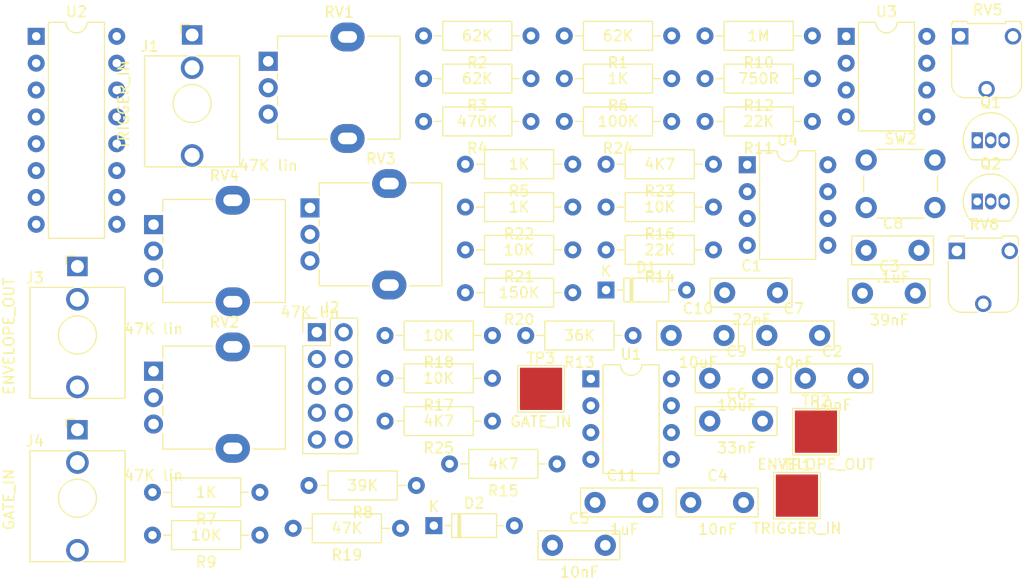
<source format=kicad_pcb>
(kicad_pcb (version 20171130) (host pcbnew 5.1.7)

  (general
    (thickness 1.6)
    (drawings 0)
    (tracks 0)
    (zones 0)
    (modules 58)
    (nets 35)
  )

  (page A4)
  (layers
    (0 F.Cu signal)
    (31 B.Cu signal)
    (32 B.Adhes user)
    (33 F.Adhes user)
    (34 B.Paste user)
    (35 F.Paste user)
    (36 B.SilkS user)
    (37 F.SilkS user)
    (38 B.Mask user)
    (39 F.Mask user)
    (40 Dwgs.User user)
    (41 Cmts.User user)
    (42 Eco1.User user)
    (43 Eco2.User user)
    (44 Edge.Cuts user)
    (45 Margin user)
    (46 B.CrtYd user)
    (47 F.CrtYd user)
    (48 B.Fab user)
    (49 F.Fab user)
  )

  (setup
    (last_trace_width 0.25)
    (trace_clearance 0.2)
    (zone_clearance 0.508)
    (zone_45_only no)
    (trace_min 0.2)
    (via_size 0.8)
    (via_drill 0.4)
    (via_min_size 0.4)
    (via_min_drill 0.3)
    (uvia_size 0.3)
    (uvia_drill 0.1)
    (uvias_allowed no)
    (uvia_min_size 0.2)
    (uvia_min_drill 0.1)
    (edge_width 0.05)
    (segment_width 0.2)
    (pcb_text_width 0.3)
    (pcb_text_size 1.5 1.5)
    (mod_edge_width 0.12)
    (mod_text_size 1 1)
    (mod_text_width 0.15)
    (pad_size 1.524 1.524)
    (pad_drill 0.762)
    (pad_to_mask_clearance 0)
    (aux_axis_origin 0 0)
    (visible_elements FFFFFF7F)
    (pcbplotparams
      (layerselection 0x010fc_ffffffff)
      (usegerberextensions false)
      (usegerberattributes true)
      (usegerberadvancedattributes true)
      (creategerberjobfile true)
      (excludeedgelayer true)
      (linewidth 0.100000)
      (plotframeref false)
      (viasonmask false)
      (mode 1)
      (useauxorigin false)
      (hpglpennumber 1)
      (hpglpenspeed 20)
      (hpglpendiameter 15.000000)
      (psnegative false)
      (psa4output false)
      (plotreference true)
      (plotvalue true)
      (plotinvisibletext false)
      (padsonsilk false)
      (subtractmaskfromsilk false)
      (outputformat 1)
      (mirror false)
      (drillshape 1)
      (scaleselection 1)
      (outputdirectory ""))
  )

  (net 0 "")
  (net 1 "Net-(C1-Pad1)")
  (net 2 GND)
  (net 3 /GATE)
  (net 4 /TRIG)
  (net 5 "Net-(C3-Pad1)")
  (net 6 "Net-(C4-Pad1)")
  (net 7 "Net-(C5-Pad1)")
  (net 8 "Net-(C6-Pad2)")
  (net 9 "Net-(C7-Pad2)")
  (net 10 "Net-(C7-Pad1)")
  (net 11 -12V)
  (net 12 +12V)
  (net 13 "Net-(J3-PadT)")
  (net 14 "Net-(J4-PadT)")
  (net 15 "Net-(J4-PadTN)")
  (net 16 "Net-(Q1-Pad2)")
  (net 17 /RELEASE)
  (net 18 "Net-(Q2-Pad2)")
  (net 19 /ATTACK)
  (net 20 "Net-(R1-Pad2)")
  (net 21 /DECAY)
  (net 22 "Net-(R2-Pad2)")
  (net 23 "Net-(R3-Pad2)")
  (net 24 "Net-(R10-Pad2)")
  (net 25 "Net-(R8-Pad2)")
  (net 26 /SUSTAIN)
  (net 27 "Net-(R10-Pad1)")
  (net 28 "Net-(R12-Pad1)")
  (net 29 "Net-(R13-Pad2)")
  (net 30 /IIN)
  (net 31 "Net-(R16-Pad2)")
  (net 32 "Net-(R18-Pad1)")
  (net 33 "Net-(RV1-Pad2)")
  (net 34 /ENVOUT)

  (net_class Default "This is the default net class."
    (clearance 0.2)
    (trace_width 0.25)
    (via_dia 0.8)
    (via_drill 0.4)
    (uvia_dia 0.3)
    (uvia_drill 0.1)
    (add_net +12V)
    (add_net -12V)
    (add_net /ATTACK)
    (add_net /DECAY)
    (add_net /ENVOUT)
    (add_net /GATE)
    (add_net /IIN)
    (add_net /RELEASE)
    (add_net /SUSTAIN)
    (add_net /TRIG)
    (add_net GND)
    (add_net "Net-(C1-Pad1)")
    (add_net "Net-(C3-Pad1)")
    (add_net "Net-(C4-Pad1)")
    (add_net "Net-(C5-Pad1)")
    (add_net "Net-(C6-Pad2)")
    (add_net "Net-(C7-Pad1)")
    (add_net "Net-(C7-Pad2)")
    (add_net "Net-(J3-PadT)")
    (add_net "Net-(J4-PadT)")
    (add_net "Net-(J4-PadTN)")
    (add_net "Net-(Q1-Pad2)")
    (add_net "Net-(Q2-Pad2)")
    (add_net "Net-(R1-Pad2)")
    (add_net "Net-(R10-Pad1)")
    (add_net "Net-(R10-Pad2)")
    (add_net "Net-(R12-Pad1)")
    (add_net "Net-(R13-Pad2)")
    (add_net "Net-(R16-Pad2)")
    (add_net "Net-(R18-Pad1)")
    (add_net "Net-(R2-Pad2)")
    (add_net "Net-(R3-Pad2)")
    (add_net "Net-(R8-Pad2)")
    (add_net "Net-(RV1-Pad2)")
  )

  (module Seattle_Synths:C_Disc_D7.5mm_W2.5mm_P5.00mm (layer F.Cu) (tedit 5F6FA6B0) (tstamp 5FA14B84)
    (at 170.225001 99.295001)
    (descr "C, Disc series, Radial, pin pitch=5.00mm, , diameter*width=7.5*2.5mm^2, Capacitor, http://www.vishay.com/docs/28535/vy2series.pdf")
    (tags "C Disc series Radial pin pitch 5.00mm  diameter 7.5mm width 2.5mm Capacitor")
    (path /5F9EEE81)
    (fp_text reference C1 (at 2.54 0) (layer F.Fab)
      (effects (font (size 1 1) (thickness 0.15)))
    )
    (fp_text value 22nF (at 2.54 2.54) (layer F.SilkS)
      (effects (font (size 1 1) (thickness 0.15)))
    )
    (fp_line (start -1.25 -1.25) (end -1.25 1.25) (layer F.Fab) (width 0.1))
    (fp_line (start -1.25 1.25) (end 6.25 1.25) (layer F.Fab) (width 0.1))
    (fp_line (start 6.25 1.25) (end 6.25 -1.25) (layer F.Fab) (width 0.1))
    (fp_line (start 6.25 -1.25) (end -1.25 -1.25) (layer F.Fab) (width 0.1))
    (fp_line (start -1.37 -1.37) (end 6.37 -1.37) (layer F.SilkS) (width 0.12))
    (fp_line (start -1.37 1.37) (end 6.37 1.37) (layer F.SilkS) (width 0.12))
    (fp_line (start -1.37 -1.37) (end -1.37 1.37) (layer F.SilkS) (width 0.12))
    (fp_line (start 6.37 -1.37) (end 6.37 1.37) (layer F.SilkS) (width 0.12))
    (fp_line (start -1.5 -1.5) (end -1.5 1.5) (layer F.CrtYd) (width 0.05))
    (fp_line (start -1.5 1.5) (end 6.5 1.5) (layer F.CrtYd) (width 0.05))
    (fp_line (start 6.5 1.5) (end 6.5 -1.5) (layer F.CrtYd) (width 0.05))
    (fp_line (start 6.5 -1.5) (end -1.5 -1.5) (layer F.CrtYd) (width 0.05))
    (fp_text user %R (at 2.54 -2.54) (layer F.SilkS)
      (effects (font (size 1 1) (thickness 0.15)))
    )
    (pad 1 thru_hole circle (at 0 0) (size 2 2) (drill 1) (layers *.Cu *.Mask)
      (net 1 "Net-(C1-Pad1)"))
    (pad 2 thru_hole circle (at 5 0) (size 2 2) (drill 1) (layers *.Cu *.Mask)
      (net 2 GND))
    (model ${KISYS3DMOD}/Capacitor_THT.3dshapes/C_Disc_D7.5mm_W2.5mm_P5.00mm.wrl
      (at (xyz 0 0 0))
      (scale (xyz 1 1 1))
      (rotate (xyz 0 0 0))
    )
  )

  (module Seattle_Synths:C_Disc_D7.5mm_W2.5mm_P5.00mm (layer F.Cu) (tedit 5F6FA6B0) (tstamp 5FA14B97)
    (at 177.865001 107.395001)
    (descr "C, Disc series, Radial, pin pitch=5.00mm, , diameter*width=7.5*2.5mm^2, Capacitor, http://www.vishay.com/docs/28535/vy2series.pdf")
    (tags "C Disc series Radial pin pitch 5.00mm  diameter 7.5mm width 2.5mm Capacitor")
    (path /5FB8BFCF)
    (fp_text reference C2 (at 2.54 0) (layer F.Fab)
      (effects (font (size 1 1) (thickness 0.15)))
    )
    (fp_text value 10nF (at 2.54 2.54) (layer F.SilkS)
      (effects (font (size 1 1) (thickness 0.15)))
    )
    (fp_text user %R (at 2.54 -2.54) (layer F.SilkS)
      (effects (font (size 1 1) (thickness 0.15)))
    )
    (fp_line (start 6.5 -1.5) (end -1.5 -1.5) (layer F.CrtYd) (width 0.05))
    (fp_line (start 6.5 1.5) (end 6.5 -1.5) (layer F.CrtYd) (width 0.05))
    (fp_line (start -1.5 1.5) (end 6.5 1.5) (layer F.CrtYd) (width 0.05))
    (fp_line (start -1.5 -1.5) (end -1.5 1.5) (layer F.CrtYd) (width 0.05))
    (fp_line (start 6.37 -1.37) (end 6.37 1.37) (layer F.SilkS) (width 0.12))
    (fp_line (start -1.37 -1.37) (end -1.37 1.37) (layer F.SilkS) (width 0.12))
    (fp_line (start -1.37 1.37) (end 6.37 1.37) (layer F.SilkS) (width 0.12))
    (fp_line (start -1.37 -1.37) (end 6.37 -1.37) (layer F.SilkS) (width 0.12))
    (fp_line (start 6.25 -1.25) (end -1.25 -1.25) (layer F.Fab) (width 0.1))
    (fp_line (start 6.25 1.25) (end 6.25 -1.25) (layer F.Fab) (width 0.1))
    (fp_line (start -1.25 1.25) (end 6.25 1.25) (layer F.Fab) (width 0.1))
    (fp_line (start -1.25 -1.25) (end -1.25 1.25) (layer F.Fab) (width 0.1))
    (pad 2 thru_hole circle (at 5 0) (size 2 2) (drill 1) (layers *.Cu *.Mask)
      (net 3 /GATE))
    (pad 1 thru_hole circle (at 0 0) (size 2 2) (drill 1) (layers *.Cu *.Mask)
      (net 4 /TRIG))
    (model ${KISYS3DMOD}/Capacitor_THT.3dshapes/C_Disc_D7.5mm_W2.5mm_P5.00mm.wrl
      (at (xyz 0 0 0))
      (scale (xyz 1 1 1))
      (rotate (xyz 0 0 0))
    )
  )

  (module Seattle_Synths:C_Disc_D7.5mm_W2.5mm_P5.00mm (layer F.Cu) (tedit 5F6FA6B0) (tstamp 5FA14BAA)
    (at 183.265001 99.345001)
    (descr "C, Disc series, Radial, pin pitch=5.00mm, , diameter*width=7.5*2.5mm^2, Capacitor, http://www.vishay.com/docs/28535/vy2series.pdf")
    (tags "C Disc series Radial pin pitch 5.00mm  diameter 7.5mm width 2.5mm Capacitor")
    (path /5F9EDF43)
    (fp_text reference C3 (at 2.54 0) (layer F.Fab)
      (effects (font (size 1 1) (thickness 0.15)))
    )
    (fp_text value 39nF (at 2.54 2.54) (layer F.SilkS)
      (effects (font (size 1 1) (thickness 0.15)))
    )
    (fp_line (start -1.25 -1.25) (end -1.25 1.25) (layer F.Fab) (width 0.1))
    (fp_line (start -1.25 1.25) (end 6.25 1.25) (layer F.Fab) (width 0.1))
    (fp_line (start 6.25 1.25) (end 6.25 -1.25) (layer F.Fab) (width 0.1))
    (fp_line (start 6.25 -1.25) (end -1.25 -1.25) (layer F.Fab) (width 0.1))
    (fp_line (start -1.37 -1.37) (end 6.37 -1.37) (layer F.SilkS) (width 0.12))
    (fp_line (start -1.37 1.37) (end 6.37 1.37) (layer F.SilkS) (width 0.12))
    (fp_line (start -1.37 -1.37) (end -1.37 1.37) (layer F.SilkS) (width 0.12))
    (fp_line (start 6.37 -1.37) (end 6.37 1.37) (layer F.SilkS) (width 0.12))
    (fp_line (start -1.5 -1.5) (end -1.5 1.5) (layer F.CrtYd) (width 0.05))
    (fp_line (start -1.5 1.5) (end 6.5 1.5) (layer F.CrtYd) (width 0.05))
    (fp_line (start 6.5 1.5) (end 6.5 -1.5) (layer F.CrtYd) (width 0.05))
    (fp_line (start 6.5 -1.5) (end -1.5 -1.5) (layer F.CrtYd) (width 0.05))
    (fp_text user %R (at 2.54 -2.54) (layer F.SilkS)
      (effects (font (size 1 1) (thickness 0.15)))
    )
    (pad 1 thru_hole circle (at 0 0) (size 2 2) (drill 1) (layers *.Cu *.Mask)
      (net 5 "Net-(C3-Pad1)"))
    (pad 2 thru_hole circle (at 5 0) (size 2 2) (drill 1) (layers *.Cu *.Mask)
      (net 2 GND))
    (model ${KISYS3DMOD}/Capacitor_THT.3dshapes/C_Disc_D7.5mm_W2.5mm_P5.00mm.wrl
      (at (xyz 0 0 0))
      (scale (xyz 1 1 1))
      (rotate (xyz 0 0 0))
    )
  )

  (module Seattle_Synths:C_Disc_D7.5mm_W2.5mm_P5.00mm (layer F.Cu) (tedit 5F6FA6B0) (tstamp 5FA14BBD)
    (at 167.015001 119.145001)
    (descr "C, Disc series, Radial, pin pitch=5.00mm, , diameter*width=7.5*2.5mm^2, Capacitor, http://www.vishay.com/docs/28535/vy2series.pdf")
    (tags "C Disc series Radial pin pitch 5.00mm  diameter 7.5mm width 2.5mm Capacitor")
    (path /5FB79443)
    (fp_text reference C4 (at 2.54 0) (layer F.Fab)
      (effects (font (size 1 1) (thickness 0.15)))
    )
    (fp_text value 10nF (at 2.54 2.54) (layer F.SilkS)
      (effects (font (size 1 1) (thickness 0.15)))
    )
    (fp_line (start -1.25 -1.25) (end -1.25 1.25) (layer F.Fab) (width 0.1))
    (fp_line (start -1.25 1.25) (end 6.25 1.25) (layer F.Fab) (width 0.1))
    (fp_line (start 6.25 1.25) (end 6.25 -1.25) (layer F.Fab) (width 0.1))
    (fp_line (start 6.25 -1.25) (end -1.25 -1.25) (layer F.Fab) (width 0.1))
    (fp_line (start -1.37 -1.37) (end 6.37 -1.37) (layer F.SilkS) (width 0.12))
    (fp_line (start -1.37 1.37) (end 6.37 1.37) (layer F.SilkS) (width 0.12))
    (fp_line (start -1.37 -1.37) (end -1.37 1.37) (layer F.SilkS) (width 0.12))
    (fp_line (start 6.37 -1.37) (end 6.37 1.37) (layer F.SilkS) (width 0.12))
    (fp_line (start -1.5 -1.5) (end -1.5 1.5) (layer F.CrtYd) (width 0.05))
    (fp_line (start -1.5 1.5) (end 6.5 1.5) (layer F.CrtYd) (width 0.05))
    (fp_line (start 6.5 1.5) (end 6.5 -1.5) (layer F.CrtYd) (width 0.05))
    (fp_line (start 6.5 -1.5) (end -1.5 -1.5) (layer F.CrtYd) (width 0.05))
    (fp_text user %R (at 2.54 -2.54) (layer F.SilkS)
      (effects (font (size 1 1) (thickness 0.15)))
    )
    (pad 1 thru_hole circle (at 0 0) (size 2 2) (drill 1) (layers *.Cu *.Mask)
      (net 6 "Net-(C4-Pad1)"))
    (pad 2 thru_hole circle (at 5 0) (size 2 2) (drill 1) (layers *.Cu *.Mask)
      (net 4 /TRIG))
    (model ${KISYS3DMOD}/Capacitor_THT.3dshapes/C_Disc_D7.5mm_W2.5mm_P5.00mm.wrl
      (at (xyz 0 0 0))
      (scale (xyz 1 1 1))
      (rotate (xyz 0 0 0))
    )
  )

  (module Seattle_Synths:C_Disc_D7.5mm_W2.5mm_P5.00mm (layer F.Cu) (tedit 5F6FA6B0) (tstamp 5FA14BD0)
    (at 153.935001 123.195001)
    (descr "C, Disc series, Radial, pin pitch=5.00mm, , diameter*width=7.5*2.5mm^2, Capacitor, http://www.vishay.com/docs/28535/vy2series.pdf")
    (tags "C Disc series Radial pin pitch 5.00mm  diameter 7.5mm width 2.5mm Capacitor")
    (path /5F9FC7DF)
    (fp_text reference C5 (at 2.54 0) (layer F.Fab)
      (effects (font (size 1 1) (thickness 0.15)))
    )
    (fp_text value 10nF (at 2.54 2.54) (layer F.SilkS)
      (effects (font (size 1 1) (thickness 0.15)))
    )
    (fp_text user %R (at 2.54 -2.54) (layer F.SilkS)
      (effects (font (size 1 1) (thickness 0.15)))
    )
    (fp_line (start 6.5 -1.5) (end -1.5 -1.5) (layer F.CrtYd) (width 0.05))
    (fp_line (start 6.5 1.5) (end 6.5 -1.5) (layer F.CrtYd) (width 0.05))
    (fp_line (start -1.5 1.5) (end 6.5 1.5) (layer F.CrtYd) (width 0.05))
    (fp_line (start -1.5 -1.5) (end -1.5 1.5) (layer F.CrtYd) (width 0.05))
    (fp_line (start 6.37 -1.37) (end 6.37 1.37) (layer F.SilkS) (width 0.12))
    (fp_line (start -1.37 -1.37) (end -1.37 1.37) (layer F.SilkS) (width 0.12))
    (fp_line (start -1.37 1.37) (end 6.37 1.37) (layer F.SilkS) (width 0.12))
    (fp_line (start -1.37 -1.37) (end 6.37 -1.37) (layer F.SilkS) (width 0.12))
    (fp_line (start 6.25 -1.25) (end -1.25 -1.25) (layer F.Fab) (width 0.1))
    (fp_line (start 6.25 1.25) (end 6.25 -1.25) (layer F.Fab) (width 0.1))
    (fp_line (start -1.25 1.25) (end 6.25 1.25) (layer F.Fab) (width 0.1))
    (fp_line (start -1.25 -1.25) (end -1.25 1.25) (layer F.Fab) (width 0.1))
    (pad 2 thru_hole circle (at 5 0) (size 2 2) (drill 1) (layers *.Cu *.Mask))
    (pad 1 thru_hole circle (at 0 0) (size 2 2) (drill 1) (layers *.Cu *.Mask)
      (net 7 "Net-(C5-Pad1)"))
    (model ${KISYS3DMOD}/Capacitor_THT.3dshapes/C_Disc_D7.5mm_W2.5mm_P5.00mm.wrl
      (at (xyz 0 0 0))
      (scale (xyz 1 1 1))
      (rotate (xyz 0 0 0))
    )
  )

  (module Seattle_Synths:C_Disc_D7.5mm_W2.5mm_P5.00mm (layer F.Cu) (tedit 5F6FA6B0) (tstamp 5FA14BE3)
    (at 168.815001 111.445001)
    (descr "C, Disc series, Radial, pin pitch=5.00mm, , diameter*width=7.5*2.5mm^2, Capacitor, http://www.vishay.com/docs/28535/vy2series.pdf")
    (tags "C Disc series Radial pin pitch 5.00mm  diameter 7.5mm width 2.5mm Capacitor")
    (path /5FA1108B)
    (fp_text reference C6 (at 2.54 0) (layer F.Fab)
      (effects (font (size 1 1) (thickness 0.15)))
    )
    (fp_text value 33nF (at 2.54 2.54) (layer F.SilkS)
      (effects (font (size 1 1) (thickness 0.15)))
    )
    (fp_text user %R (at 2.54 -2.54) (layer F.SilkS)
      (effects (font (size 1 1) (thickness 0.15)))
    )
    (fp_line (start 6.5 -1.5) (end -1.5 -1.5) (layer F.CrtYd) (width 0.05))
    (fp_line (start 6.5 1.5) (end 6.5 -1.5) (layer F.CrtYd) (width 0.05))
    (fp_line (start -1.5 1.5) (end 6.5 1.5) (layer F.CrtYd) (width 0.05))
    (fp_line (start -1.5 -1.5) (end -1.5 1.5) (layer F.CrtYd) (width 0.05))
    (fp_line (start 6.37 -1.37) (end 6.37 1.37) (layer F.SilkS) (width 0.12))
    (fp_line (start -1.37 -1.37) (end -1.37 1.37) (layer F.SilkS) (width 0.12))
    (fp_line (start -1.37 1.37) (end 6.37 1.37) (layer F.SilkS) (width 0.12))
    (fp_line (start -1.37 -1.37) (end 6.37 -1.37) (layer F.SilkS) (width 0.12))
    (fp_line (start 6.25 -1.25) (end -1.25 -1.25) (layer F.Fab) (width 0.1))
    (fp_line (start 6.25 1.25) (end 6.25 -1.25) (layer F.Fab) (width 0.1))
    (fp_line (start -1.25 1.25) (end 6.25 1.25) (layer F.Fab) (width 0.1))
    (fp_line (start -1.25 -1.25) (end -1.25 1.25) (layer F.Fab) (width 0.1))
    (pad 2 thru_hole circle (at 5 0) (size 2 2) (drill 1) (layers *.Cu *.Mask)
      (net 8 "Net-(C6-Pad2)"))
    (pad 1 thru_hole circle (at 0 0) (size 2 2) (drill 1) (layers *.Cu *.Mask))
    (model ${KISYS3DMOD}/Capacitor_THT.3dshapes/C_Disc_D7.5mm_W2.5mm_P5.00mm.wrl
      (at (xyz 0 0 0))
      (scale (xyz 1 1 1))
      (rotate (xyz 0 0 0))
    )
  )

  (module Seattle_Synths:C_Disc_D7.5mm_W2.5mm_P5.00mm (layer F.Cu) (tedit 5F6FA6B0) (tstamp 5FA14BF6)
    (at 174.215001 103.345001)
    (descr "C, Disc series, Radial, pin pitch=5.00mm, , diameter*width=7.5*2.5mm^2, Capacitor, http://www.vishay.com/docs/28535/vy2series.pdf")
    (tags "C Disc series Radial pin pitch 5.00mm  diameter 7.5mm width 2.5mm Capacitor")
    (path /5FA21645)
    (fp_text reference C7 (at 2.54 0) (layer F.Fab)
      (effects (font (size 1 1) (thickness 0.15)))
    )
    (fp_text value 10nF (at 2.54 2.54) (layer F.SilkS)
      (effects (font (size 1 1) (thickness 0.15)))
    )
    (fp_text user %R (at 2.54 -2.54) (layer F.SilkS)
      (effects (font (size 1 1) (thickness 0.15)))
    )
    (fp_line (start 6.5 -1.5) (end -1.5 -1.5) (layer F.CrtYd) (width 0.05))
    (fp_line (start 6.5 1.5) (end 6.5 -1.5) (layer F.CrtYd) (width 0.05))
    (fp_line (start -1.5 1.5) (end 6.5 1.5) (layer F.CrtYd) (width 0.05))
    (fp_line (start -1.5 -1.5) (end -1.5 1.5) (layer F.CrtYd) (width 0.05))
    (fp_line (start 6.37 -1.37) (end 6.37 1.37) (layer F.SilkS) (width 0.12))
    (fp_line (start -1.37 -1.37) (end -1.37 1.37) (layer F.SilkS) (width 0.12))
    (fp_line (start -1.37 1.37) (end 6.37 1.37) (layer F.SilkS) (width 0.12))
    (fp_line (start -1.37 -1.37) (end 6.37 -1.37) (layer F.SilkS) (width 0.12))
    (fp_line (start 6.25 -1.25) (end -1.25 -1.25) (layer F.Fab) (width 0.1))
    (fp_line (start 6.25 1.25) (end 6.25 -1.25) (layer F.Fab) (width 0.1))
    (fp_line (start -1.25 1.25) (end 6.25 1.25) (layer F.Fab) (width 0.1))
    (fp_line (start -1.25 -1.25) (end -1.25 1.25) (layer F.Fab) (width 0.1))
    (pad 2 thru_hole circle (at 5 0) (size 2 2) (drill 1) (layers *.Cu *.Mask)
      (net 9 "Net-(C7-Pad2)"))
    (pad 1 thru_hole circle (at 0 0) (size 2 2) (drill 1) (layers *.Cu *.Mask)
      (net 10 "Net-(C7-Pad1)"))
    (model ${KISYS3DMOD}/Capacitor_THT.3dshapes/C_Disc_D7.5mm_W2.5mm_P5.00mm.wrl
      (at (xyz 0 0 0))
      (scale (xyz 1 1 1))
      (rotate (xyz 0 0 0))
    )
  )

  (module Seattle_Synths:C_Disc_D7.5mm_W2.5mm_P5.00mm (layer F.Cu) (tedit 5F6FA6B0) (tstamp 5FA14C09)
    (at 183.615001 95.295001)
    (descr "C, Disc series, Radial, pin pitch=5.00mm, , diameter*width=7.5*2.5mm^2, Capacitor, http://www.vishay.com/docs/28535/vy2series.pdf")
    (tags "C Disc series Radial pin pitch 5.00mm  diameter 7.5mm width 2.5mm Capacitor")
    (path /5FC8374F)
    (fp_text reference C8 (at 2.54 0) (layer F.Fab)
      (effects (font (size 1 1) (thickness 0.15)))
    )
    (fp_text value .1uF (at 2.54 2.54) (layer F.SilkS)
      (effects (font (size 1 1) (thickness 0.15)))
    )
    (fp_line (start -1.25 -1.25) (end -1.25 1.25) (layer F.Fab) (width 0.1))
    (fp_line (start -1.25 1.25) (end 6.25 1.25) (layer F.Fab) (width 0.1))
    (fp_line (start 6.25 1.25) (end 6.25 -1.25) (layer F.Fab) (width 0.1))
    (fp_line (start 6.25 -1.25) (end -1.25 -1.25) (layer F.Fab) (width 0.1))
    (fp_line (start -1.37 -1.37) (end 6.37 -1.37) (layer F.SilkS) (width 0.12))
    (fp_line (start -1.37 1.37) (end 6.37 1.37) (layer F.SilkS) (width 0.12))
    (fp_line (start -1.37 -1.37) (end -1.37 1.37) (layer F.SilkS) (width 0.12))
    (fp_line (start 6.37 -1.37) (end 6.37 1.37) (layer F.SilkS) (width 0.12))
    (fp_line (start -1.5 -1.5) (end -1.5 1.5) (layer F.CrtYd) (width 0.05))
    (fp_line (start -1.5 1.5) (end 6.5 1.5) (layer F.CrtYd) (width 0.05))
    (fp_line (start 6.5 1.5) (end 6.5 -1.5) (layer F.CrtYd) (width 0.05))
    (fp_line (start 6.5 -1.5) (end -1.5 -1.5) (layer F.CrtYd) (width 0.05))
    (fp_text user %R (at 2.54 -2.54) (layer F.SilkS)
      (effects (font (size 1 1) (thickness 0.15)))
    )
    (pad 1 thru_hole circle (at 0 0) (size 2 2) (drill 1) (layers *.Cu *.Mask)
      (net 11 -12V))
    (pad 2 thru_hole circle (at 5 0) (size 2 2) (drill 1) (layers *.Cu *.Mask)
      (net 2 GND))
    (model ${KISYS3DMOD}/Capacitor_THT.3dshapes/C_Disc_D7.5mm_W2.5mm_P5.00mm.wrl
      (at (xyz 0 0 0))
      (scale (xyz 1 1 1))
      (rotate (xyz 0 0 0))
    )
  )

  (module Seattle_Synths:C_Disc_D7.5mm_W2.5mm_P5.00mm (layer F.Cu) (tedit 5F6FA6B0) (tstamp 5FA14C1C)
    (at 168.815001 107.395001)
    (descr "C, Disc series, Radial, pin pitch=5.00mm, , diameter*width=7.5*2.5mm^2, Capacitor, http://www.vishay.com/docs/28535/vy2series.pdf")
    (tags "C Disc series Radial pin pitch 5.00mm  diameter 7.5mm width 2.5mm Capacitor")
    (path /5FA2971B)
    (fp_text reference C9 (at 2.54 0) (layer F.Fab)
      (effects (font (size 1 1) (thickness 0.15)))
    )
    (fp_text value 10uF (at 2.54 2.54) (layer F.SilkS)
      (effects (font (size 1 1) (thickness 0.15)))
    )
    (fp_line (start -1.25 -1.25) (end -1.25 1.25) (layer F.Fab) (width 0.1))
    (fp_line (start -1.25 1.25) (end 6.25 1.25) (layer F.Fab) (width 0.1))
    (fp_line (start 6.25 1.25) (end 6.25 -1.25) (layer F.Fab) (width 0.1))
    (fp_line (start 6.25 -1.25) (end -1.25 -1.25) (layer F.Fab) (width 0.1))
    (fp_line (start -1.37 -1.37) (end 6.37 -1.37) (layer F.SilkS) (width 0.12))
    (fp_line (start -1.37 1.37) (end 6.37 1.37) (layer F.SilkS) (width 0.12))
    (fp_line (start -1.37 -1.37) (end -1.37 1.37) (layer F.SilkS) (width 0.12))
    (fp_line (start 6.37 -1.37) (end 6.37 1.37) (layer F.SilkS) (width 0.12))
    (fp_line (start -1.5 -1.5) (end -1.5 1.5) (layer F.CrtYd) (width 0.05))
    (fp_line (start -1.5 1.5) (end 6.5 1.5) (layer F.CrtYd) (width 0.05))
    (fp_line (start 6.5 1.5) (end 6.5 -1.5) (layer F.CrtYd) (width 0.05))
    (fp_line (start 6.5 -1.5) (end -1.5 -1.5) (layer F.CrtYd) (width 0.05))
    (fp_text user %R (at 2.54 -2.54) (layer F.SilkS)
      (effects (font (size 1 1) (thickness 0.15)))
    )
    (pad 1 thru_hole circle (at 0 0) (size 2 2) (drill 1) (layers *.Cu *.Mask)
      (net 2 GND))
    (pad 2 thru_hole circle (at 5 0) (size 2 2) (drill 1) (layers *.Cu *.Mask)
      (net 11 -12V))
    (model ${KISYS3DMOD}/Capacitor_THT.3dshapes/C_Disc_D7.5mm_W2.5mm_P5.00mm.wrl
      (at (xyz 0 0 0))
      (scale (xyz 1 1 1))
      (rotate (xyz 0 0 0))
    )
  )

  (module Seattle_Synths:C_Disc_D7.5mm_W2.5mm_P5.00mm (layer F.Cu) (tedit 5F6FA6B0) (tstamp 5FA14C2F)
    (at 165.165001 103.345001)
    (descr "C, Disc series, Radial, pin pitch=5.00mm, , diameter*width=7.5*2.5mm^2, Capacitor, http://www.vishay.com/docs/28535/vy2series.pdf")
    (tags "C Disc series Radial pin pitch 5.00mm  diameter 7.5mm width 2.5mm Capacitor")
    (path /5FA29AF6)
    (fp_text reference C10 (at 2.54 0) (layer F.Fab)
      (effects (font (size 1 1) (thickness 0.15)))
    )
    (fp_text value 10uF (at 2.54 2.54) (layer F.SilkS)
      (effects (font (size 1 1) (thickness 0.15)))
    )
    (fp_text user %R (at 2.54 -2.54) (layer F.SilkS)
      (effects (font (size 1 1) (thickness 0.15)))
    )
    (fp_line (start 6.5 -1.5) (end -1.5 -1.5) (layer F.CrtYd) (width 0.05))
    (fp_line (start 6.5 1.5) (end 6.5 -1.5) (layer F.CrtYd) (width 0.05))
    (fp_line (start -1.5 1.5) (end 6.5 1.5) (layer F.CrtYd) (width 0.05))
    (fp_line (start -1.5 -1.5) (end -1.5 1.5) (layer F.CrtYd) (width 0.05))
    (fp_line (start 6.37 -1.37) (end 6.37 1.37) (layer F.SilkS) (width 0.12))
    (fp_line (start -1.37 -1.37) (end -1.37 1.37) (layer F.SilkS) (width 0.12))
    (fp_line (start -1.37 1.37) (end 6.37 1.37) (layer F.SilkS) (width 0.12))
    (fp_line (start -1.37 -1.37) (end 6.37 -1.37) (layer F.SilkS) (width 0.12))
    (fp_line (start 6.25 -1.25) (end -1.25 -1.25) (layer F.Fab) (width 0.1))
    (fp_line (start 6.25 1.25) (end 6.25 -1.25) (layer F.Fab) (width 0.1))
    (fp_line (start -1.25 1.25) (end 6.25 1.25) (layer F.Fab) (width 0.1))
    (fp_line (start -1.25 -1.25) (end -1.25 1.25) (layer F.Fab) (width 0.1))
    (pad 2 thru_hole circle (at 5 0) (size 2 2) (drill 1) (layers *.Cu *.Mask)
      (net 2 GND))
    (pad 1 thru_hole circle (at 0 0) (size 2 2) (drill 1) (layers *.Cu *.Mask)
      (net 12 +12V))
    (model ${KISYS3DMOD}/Capacitor_THT.3dshapes/C_Disc_D7.5mm_W2.5mm_P5.00mm.wrl
      (at (xyz 0 0 0))
      (scale (xyz 1 1 1))
      (rotate (xyz 0 0 0))
    )
  )

  (module Seattle_Synths:C_Disc_D7.5mm_W2.5mm_P5.00mm (layer F.Cu) (tedit 5F6FA6B0) (tstamp 5FA14C42)
    (at 157.965001 119.145001)
    (descr "C, Disc series, Radial, pin pitch=5.00mm, , diameter*width=7.5*2.5mm^2, Capacitor, http://www.vishay.com/docs/28535/vy2series.pdf")
    (tags "C Disc series Radial pin pitch 5.00mm  diameter 7.5mm width 2.5mm Capacitor")
    (path /5FC83E76)
    (fp_text reference C11 (at 2.54 0) (layer F.Fab)
      (effects (font (size 1 1) (thickness 0.15)))
    )
    (fp_text value .1uF (at 2.54 2.54) (layer F.SilkS)
      (effects (font (size 1 1) (thickness 0.15)))
    )
    (fp_line (start -1.25 -1.25) (end -1.25 1.25) (layer F.Fab) (width 0.1))
    (fp_line (start -1.25 1.25) (end 6.25 1.25) (layer F.Fab) (width 0.1))
    (fp_line (start 6.25 1.25) (end 6.25 -1.25) (layer F.Fab) (width 0.1))
    (fp_line (start 6.25 -1.25) (end -1.25 -1.25) (layer F.Fab) (width 0.1))
    (fp_line (start -1.37 -1.37) (end 6.37 -1.37) (layer F.SilkS) (width 0.12))
    (fp_line (start -1.37 1.37) (end 6.37 1.37) (layer F.SilkS) (width 0.12))
    (fp_line (start -1.37 -1.37) (end -1.37 1.37) (layer F.SilkS) (width 0.12))
    (fp_line (start 6.37 -1.37) (end 6.37 1.37) (layer F.SilkS) (width 0.12))
    (fp_line (start -1.5 -1.5) (end -1.5 1.5) (layer F.CrtYd) (width 0.05))
    (fp_line (start -1.5 1.5) (end 6.5 1.5) (layer F.CrtYd) (width 0.05))
    (fp_line (start 6.5 1.5) (end 6.5 -1.5) (layer F.CrtYd) (width 0.05))
    (fp_line (start 6.5 -1.5) (end -1.5 -1.5) (layer F.CrtYd) (width 0.05))
    (fp_text user %R (at 2.54 -2.54) (layer F.SilkS)
      (effects (font (size 1 1) (thickness 0.15)))
    )
    (pad 1 thru_hole circle (at 0 0) (size 2 2) (drill 1) (layers *.Cu *.Mask)
      (net 2 GND))
    (pad 2 thru_hole circle (at 5 0) (size 2 2) (drill 1) (layers *.Cu *.Mask)
      (net 12 +12V))
    (model ${KISYS3DMOD}/Capacitor_THT.3dshapes/C_Disc_D7.5mm_W2.5mm_P5.00mm.wrl
      (at (xyz 0 0 0))
      (scale (xyz 1 1 1))
      (rotate (xyz 0 0 0))
    )
  )

  (module Seattle_Synths:D_DO-35_SOD27_P7.62mm_Horizontal (layer F.Cu) (tedit 5AE50CD5) (tstamp 5FA14C61)
    (at 159.005001 99.045001)
    (descr "Diode, DO-35_SOD27 series, Axial, Horizontal, pin pitch=7.62mm, , length*diameter=4*2mm^2, , http://www.diodes.com/_files/packages/DO-35.pdf")
    (tags "Diode DO-35_SOD27 series Axial Horizontal pin pitch 7.62mm  length 4mm diameter 2mm")
    (path /5F9FB3E3)
    (fp_text reference D1 (at 3.81 -2.12) (layer F.SilkS)
      (effects (font (size 1 1) (thickness 0.15)))
    )
    (fp_text value D (at 3.81 2.12) (layer F.Fab)
      (effects (font (size 1 1) (thickness 0.15)))
    )
    (fp_text user K (at 0 -1.8) (layer F.SilkS)
      (effects (font (size 1 1) (thickness 0.15)))
    )
    (fp_text user K (at 0 -1.8) (layer F.Fab)
      (effects (font (size 1 1) (thickness 0.15)))
    )
    (fp_text user %R (at 4.11 0) (layer F.Fab)
      (effects (font (size 0.8 0.8) (thickness 0.12)))
    )
    (fp_line (start 1.81 -1) (end 1.81 1) (layer F.Fab) (width 0.1))
    (fp_line (start 1.81 1) (end 5.81 1) (layer F.Fab) (width 0.1))
    (fp_line (start 5.81 1) (end 5.81 -1) (layer F.Fab) (width 0.1))
    (fp_line (start 5.81 -1) (end 1.81 -1) (layer F.Fab) (width 0.1))
    (fp_line (start 0 0) (end 1.81 0) (layer F.Fab) (width 0.1))
    (fp_line (start 7.62 0) (end 5.81 0) (layer F.Fab) (width 0.1))
    (fp_line (start 2.41 -1) (end 2.41 1) (layer F.Fab) (width 0.1))
    (fp_line (start 2.51 -1) (end 2.51 1) (layer F.Fab) (width 0.1))
    (fp_line (start 2.31 -1) (end 2.31 1) (layer F.Fab) (width 0.1))
    (fp_line (start 1.69 -1.12) (end 1.69 1.12) (layer F.SilkS) (width 0.12))
    (fp_line (start 1.69 1.12) (end 5.93 1.12) (layer F.SilkS) (width 0.12))
    (fp_line (start 5.93 1.12) (end 5.93 -1.12) (layer F.SilkS) (width 0.12))
    (fp_line (start 5.93 -1.12) (end 1.69 -1.12) (layer F.SilkS) (width 0.12))
    (fp_line (start 1.04 0) (end 1.69 0) (layer F.SilkS) (width 0.12))
    (fp_line (start 6.58 0) (end 5.93 0) (layer F.SilkS) (width 0.12))
    (fp_line (start 2.41 -1.12) (end 2.41 1.12) (layer F.SilkS) (width 0.12))
    (fp_line (start 2.53 -1.12) (end 2.53 1.12) (layer F.SilkS) (width 0.12))
    (fp_line (start 2.29 -1.12) (end 2.29 1.12) (layer F.SilkS) (width 0.12))
    (fp_line (start -1.05 -1.25) (end -1.05 1.25) (layer F.CrtYd) (width 0.05))
    (fp_line (start -1.05 1.25) (end 8.67 1.25) (layer F.CrtYd) (width 0.05))
    (fp_line (start 8.67 1.25) (end 8.67 -1.25) (layer F.CrtYd) (width 0.05))
    (fp_line (start 8.67 -1.25) (end -1.05 -1.25) (layer F.CrtYd) (width 0.05))
    (pad 2 thru_hole oval (at 7.62 0) (size 1.6 1.6) (drill 0.8) (layers *.Cu *.Mask)
      (net 2 GND))
    (pad 1 thru_hole rect (at 0 0) (size 1.6 1.6) (drill 0.8) (layers *.Cu *.Mask)
      (net 10 "Net-(C7-Pad1)"))
    (model ${KISYS3DMOD}/Diode_THT.3dshapes/D_DO-35_SOD27_P7.62mm_Horizontal.wrl
      (at (xyz 0 0 0))
      (scale (xyz 1 1 1))
      (rotate (xyz 0 0 0))
    )
  )

  (module Seattle_Synths:D_DO-35_SOD27_P7.62mm_Horizontal (layer F.Cu) (tedit 5AE50CD5) (tstamp 5FA14C80)
    (at 142.715001 121.335001)
    (descr "Diode, DO-35_SOD27 series, Axial, Horizontal, pin pitch=7.62mm, , length*diameter=4*2mm^2, , http://www.diodes.com/_files/packages/DO-35.pdf")
    (tags "Diode DO-35_SOD27 series Axial Horizontal pin pitch 7.62mm  length 4mm diameter 2mm")
    (path /5FA006A5)
    (fp_text reference D2 (at 3.81 -2.12) (layer F.SilkS)
      (effects (font (size 1 1) (thickness 0.15)))
    )
    (fp_text value D (at 3.81 2.12) (layer F.Fab)
      (effects (font (size 1 1) (thickness 0.15)))
    )
    (fp_line (start 8.67 -1.25) (end -1.05 -1.25) (layer F.CrtYd) (width 0.05))
    (fp_line (start 8.67 1.25) (end 8.67 -1.25) (layer F.CrtYd) (width 0.05))
    (fp_line (start -1.05 1.25) (end 8.67 1.25) (layer F.CrtYd) (width 0.05))
    (fp_line (start -1.05 -1.25) (end -1.05 1.25) (layer F.CrtYd) (width 0.05))
    (fp_line (start 2.29 -1.12) (end 2.29 1.12) (layer F.SilkS) (width 0.12))
    (fp_line (start 2.53 -1.12) (end 2.53 1.12) (layer F.SilkS) (width 0.12))
    (fp_line (start 2.41 -1.12) (end 2.41 1.12) (layer F.SilkS) (width 0.12))
    (fp_line (start 6.58 0) (end 5.93 0) (layer F.SilkS) (width 0.12))
    (fp_line (start 1.04 0) (end 1.69 0) (layer F.SilkS) (width 0.12))
    (fp_line (start 5.93 -1.12) (end 1.69 -1.12) (layer F.SilkS) (width 0.12))
    (fp_line (start 5.93 1.12) (end 5.93 -1.12) (layer F.SilkS) (width 0.12))
    (fp_line (start 1.69 1.12) (end 5.93 1.12) (layer F.SilkS) (width 0.12))
    (fp_line (start 1.69 -1.12) (end 1.69 1.12) (layer F.SilkS) (width 0.12))
    (fp_line (start 2.31 -1) (end 2.31 1) (layer F.Fab) (width 0.1))
    (fp_line (start 2.51 -1) (end 2.51 1) (layer F.Fab) (width 0.1))
    (fp_line (start 2.41 -1) (end 2.41 1) (layer F.Fab) (width 0.1))
    (fp_line (start 7.62 0) (end 5.81 0) (layer F.Fab) (width 0.1))
    (fp_line (start 0 0) (end 1.81 0) (layer F.Fab) (width 0.1))
    (fp_line (start 5.81 -1) (end 1.81 -1) (layer F.Fab) (width 0.1))
    (fp_line (start 5.81 1) (end 5.81 -1) (layer F.Fab) (width 0.1))
    (fp_line (start 1.81 1) (end 5.81 1) (layer F.Fab) (width 0.1))
    (fp_line (start 1.81 -1) (end 1.81 1) (layer F.Fab) (width 0.1))
    (fp_text user %R (at 4.11 0) (layer F.Fab)
      (effects (font (size 0.8 0.8) (thickness 0.12)))
    )
    (fp_text user K (at 0 -1.8) (layer F.Fab)
      (effects (font (size 1 1) (thickness 0.15)))
    )
    (fp_text user K (at 0 -1.8) (layer F.SilkS)
      (effects (font (size 1 1) (thickness 0.15)))
    )
    (pad 1 thru_hole rect (at 0 0) (size 1.6 1.6) (drill 0.8) (layers *.Cu *.Mask)
      (net 10 "Net-(C7-Pad1)"))
    (pad 2 thru_hole oval (at 7.62 0) (size 1.6 1.6) (drill 0.8) (layers *.Cu *.Mask)
      (net 8 "Net-(C6-Pad2)"))
    (model ${KISYS3DMOD}/Diode_THT.3dshapes/D_DO-35_SOD27_P7.62mm_Horizontal.wrl
      (at (xyz 0 0 0))
      (scale (xyz 1 1 1))
      (rotate (xyz 0 0 0))
    )
  )

  (module Seattle_Synths:Jack_3.5mm_QingPu_WQP-PJ398SM_Vertical_CircularHoles (layer F.Cu) (tedit 5F951FA8) (tstamp 5FA14CA2)
    (at 119.845001 74.915001)
    (descr "TRS 3.5mm, vertical, Thonkiconn, PCB mount, (http://www.qingpu-electronics.com/en/products/WQP-PJ398SM-362.html)")
    (tags "WQP-PJ398SM WQP-PJ301M-12 TRS 3.5mm mono vertical jack thonkiconn qingpu")
    (path /5FB77EC8)
    (fp_text reference J1 (at -4.03 1.08 180) (layer F.SilkS)
      (effects (font (size 1 1) (thickness 0.15)))
    )
    (fp_text value TRIGGER_IN (at -6.477 6.604 270) (layer F.SilkS)
      (effects (font (size 1 1) (thickness 0.15)))
    )
    (fp_line (start 0 0) (end 0 2.03) (layer F.Fab) (width 0.1))
    (fp_circle (center 0 6.48) (end 1.8 6.48) (layer F.Fab) (width 0.1))
    (fp_line (start 4.5 2.03) (end -4.5 2.03) (layer F.Fab) (width 0.1))
    (fp_line (start 5 -1.42) (end -5 -1.42) (layer F.CrtYd) (width 0.05))
    (fp_line (start 5 12.98) (end -5 12.98) (layer F.CrtYd) (width 0.05))
    (fp_line (start 5 12.98) (end 5 -1.42) (layer F.CrtYd) (width 0.05))
    (fp_line (start 4.5 12.48) (end -4.5 12.48) (layer F.Fab) (width 0.1))
    (fp_line (start 4.5 12.48) (end 4.5 2.08) (layer F.Fab) (width 0.1))
    (fp_line (start -1.06 -1) (end -0.2 -1) (layer F.SilkS) (width 0.12))
    (fp_line (start -1.06 -1) (end -1.06 -0.2) (layer F.SilkS) (width 0.12))
    (fp_circle (center 0 6.48) (end 1.8 6.48) (layer F.SilkS) (width 0.12))
    (fp_line (start -0.35 1.98) (end -4.5 1.98) (layer F.SilkS) (width 0.12))
    (fp_line (start 4.5 1.98) (end 0.35 1.98) (layer F.SilkS) (width 0.12))
    (fp_line (start -0.5 12.48) (end -4.5 12.48) (layer F.SilkS) (width 0.12))
    (fp_line (start 4.5 12.48) (end 0.5 12.48) (layer F.SilkS) (width 0.12))
    (fp_line (start -1.41 6.02) (end -0.46 5.07) (layer Dwgs.User) (width 0.12))
    (fp_line (start -1.42 6.875) (end 0.4 5.06) (layer Dwgs.User) (width 0.12))
    (fp_line (start -1.07 7.49) (end 1.01 5.41) (layer Dwgs.User) (width 0.12))
    (fp_line (start -0.58 7.83) (end 1.36 5.89) (layer Dwgs.User) (width 0.12))
    (fp_line (start 0.09 7.96) (end 1.48 6.57) (layer Dwgs.User) (width 0.12))
    (fp_circle (center 0 6.48) (end 1.5 6.48) (layer Dwgs.User) (width 0.12))
    (fp_line (start 4.5 1.98) (end 4.5 12.48) (layer F.SilkS) (width 0.12))
    (fp_line (start -4.5 1.98) (end -4.5 12.48) (layer F.SilkS) (width 0.12))
    (fp_line (start -4.5 12.48) (end -4.5 2.08) (layer F.Fab) (width 0.1))
    (fp_line (start -5 12.98) (end -5 -1.42) (layer F.CrtYd) (width 0.05))
    (fp_text user KEEPOUT (at 0 6.48) (layer Cmts.User)
      (effects (font (size 0.4 0.4) (thickness 0.051)))
    )
    (fp_text user %R (at 0 8 180) (layer F.Fab)
      (effects (font (size 1 1) (thickness 0.15)))
    )
    (pad TN thru_hole circle (at 0 3.1 180) (size 2.13 2.13) (drill 1.42) (layers *.Cu *.Mask))
    (pad S thru_hole rect (at 0 0 180) (size 1.93 1.83) (drill 1.22) (layers *.Cu *.Mask)
      (net 2 GND))
    (pad T thru_hole circle (at 0 11.4 180) (size 2.13 2.13) (drill 1.43) (layers *.Cu *.Mask)
      (net 6 "Net-(C4-Pad1)"))
    (model ${KISYS3DMOD}/Connector_Audio.3dshapes/Jack_3.5mm_QingPu_WQP-PJ398SM_Vertical.wrl
      (at (xyz 0 0 0))
      (scale (xyz 1 1 1))
      (rotate (xyz 0 0 0))
    )
  )

  (module Seattle_Synths:PinHeader_2x05_P2.54mm_Vertical (layer F.Cu) (tedit 59FED5CC) (tstamp 5FA14CC2)
    (at 131.645001 103.035001)
    (descr "Through hole straight pin header, 2x05, 2.54mm pitch, double rows")
    (tags "Through hole pin header THT 2x05 2.54mm double row")
    (path /5FC742EB)
    (fp_text reference J2 (at 1.27 -2.33) (layer F.SilkS)
      (effects (font (size 1 1) (thickness 0.15)))
    )
    (fp_text value EURO_PWR_2x5 (at 1.27 12.49) (layer F.Fab)
      (effects (font (size 1 1) (thickness 0.15)))
    )
    (fp_line (start 4.35 -1.8) (end -1.8 -1.8) (layer F.CrtYd) (width 0.05))
    (fp_line (start 4.35 11.95) (end 4.35 -1.8) (layer F.CrtYd) (width 0.05))
    (fp_line (start -1.8 11.95) (end 4.35 11.95) (layer F.CrtYd) (width 0.05))
    (fp_line (start -1.8 -1.8) (end -1.8 11.95) (layer F.CrtYd) (width 0.05))
    (fp_line (start -1.33 -1.33) (end 0 -1.33) (layer F.SilkS) (width 0.12))
    (fp_line (start -1.33 0) (end -1.33 -1.33) (layer F.SilkS) (width 0.12))
    (fp_line (start 1.27 -1.33) (end 3.87 -1.33) (layer F.SilkS) (width 0.12))
    (fp_line (start 1.27 1.27) (end 1.27 -1.33) (layer F.SilkS) (width 0.12))
    (fp_line (start -1.33 1.27) (end 1.27 1.27) (layer F.SilkS) (width 0.12))
    (fp_line (start 3.87 -1.33) (end 3.87 11.49) (layer F.SilkS) (width 0.12))
    (fp_line (start -1.33 1.27) (end -1.33 11.49) (layer F.SilkS) (width 0.12))
    (fp_line (start -1.33 11.49) (end 3.87 11.49) (layer F.SilkS) (width 0.12))
    (fp_line (start -1.27 0) (end 0 -1.27) (layer F.Fab) (width 0.1))
    (fp_line (start -1.27 11.43) (end -1.27 0) (layer F.Fab) (width 0.1))
    (fp_line (start 3.81 11.43) (end -1.27 11.43) (layer F.Fab) (width 0.1))
    (fp_line (start 3.81 -1.27) (end 3.81 11.43) (layer F.Fab) (width 0.1))
    (fp_line (start 0 -1.27) (end 3.81 -1.27) (layer F.Fab) (width 0.1))
    (fp_text user %R (at 1.27 5.08 90) (layer F.Fab)
      (effects (font (size 1 1) (thickness 0.15)))
    )
    (pad 1 thru_hole rect (at 0 0) (size 1.7 1.7) (drill 1) (layers *.Cu *.Mask)
      (net 12 +12V))
    (pad 2 thru_hole oval (at 2.54 0) (size 1.7 1.7) (drill 1) (layers *.Cu *.Mask)
      (net 12 +12V))
    (pad 3 thru_hole oval (at 0 2.54) (size 1.7 1.7) (drill 1) (layers *.Cu *.Mask)
      (net 2 GND))
    (pad 4 thru_hole oval (at 2.54 2.54) (size 1.7 1.7) (drill 1) (layers *.Cu *.Mask)
      (net 2 GND))
    (pad 5 thru_hole oval (at 0 5.08) (size 1.7 1.7) (drill 1) (layers *.Cu *.Mask)
      (net 2 GND))
    (pad 6 thru_hole oval (at 2.54 5.08) (size 1.7 1.7) (drill 1) (layers *.Cu *.Mask)
      (net 2 GND))
    (pad 7 thru_hole oval (at 0 7.62) (size 1.7 1.7) (drill 1) (layers *.Cu *.Mask)
      (net 2 GND))
    (pad 8 thru_hole oval (at 2.54 7.62) (size 1.7 1.7) (drill 1) (layers *.Cu *.Mask)
      (net 2 GND))
    (pad 9 thru_hole oval (at 0 10.16) (size 1.7 1.7) (drill 1) (layers *.Cu *.Mask)
      (net 11 -12V))
    (pad 10 thru_hole oval (at 2.54 10.16) (size 1.7 1.7) (drill 1) (layers *.Cu *.Mask)
      (net 11 -12V))
    (model ${KISYS3DMOD}/Connector_PinHeader_2.54mm.3dshapes/PinHeader_2x05_P2.54mm_Vertical.wrl
      (at (xyz 0 0 0))
      (scale (xyz 1 1 1))
      (rotate (xyz 0 0 0))
    )
  )

  (module Seattle_Synths:Jack_3.5mm_QingPu_WQP-PJ398SM_Vertical_CircularHoles (layer F.Cu) (tedit 5F951FA8) (tstamp 5FA14CE4)
    (at 108.995001 96.815001)
    (descr "TRS 3.5mm, vertical, Thonkiconn, PCB mount, (http://www.qingpu-electronics.com/en/products/WQP-PJ398SM-362.html)")
    (tags "WQP-PJ398SM WQP-PJ301M-12 TRS 3.5mm mono vertical jack thonkiconn qingpu")
    (path /5FB5F239)
    (fp_text reference J3 (at -4.03 1.08 180) (layer F.SilkS)
      (effects (font (size 1 1) (thickness 0.15)))
    )
    (fp_text value ENVELOPE_OUT (at -6.477 6.604 270) (layer F.SilkS)
      (effects (font (size 1 1) (thickness 0.15)))
    )
    (fp_line (start 0 0) (end 0 2.03) (layer F.Fab) (width 0.1))
    (fp_circle (center 0 6.48) (end 1.8 6.48) (layer F.Fab) (width 0.1))
    (fp_line (start 4.5 2.03) (end -4.5 2.03) (layer F.Fab) (width 0.1))
    (fp_line (start 5 -1.42) (end -5 -1.42) (layer F.CrtYd) (width 0.05))
    (fp_line (start 5 12.98) (end -5 12.98) (layer F.CrtYd) (width 0.05))
    (fp_line (start 5 12.98) (end 5 -1.42) (layer F.CrtYd) (width 0.05))
    (fp_line (start 4.5 12.48) (end -4.5 12.48) (layer F.Fab) (width 0.1))
    (fp_line (start 4.5 12.48) (end 4.5 2.08) (layer F.Fab) (width 0.1))
    (fp_line (start -1.06 -1) (end -0.2 -1) (layer F.SilkS) (width 0.12))
    (fp_line (start -1.06 -1) (end -1.06 -0.2) (layer F.SilkS) (width 0.12))
    (fp_circle (center 0 6.48) (end 1.8 6.48) (layer F.SilkS) (width 0.12))
    (fp_line (start -0.35 1.98) (end -4.5 1.98) (layer F.SilkS) (width 0.12))
    (fp_line (start 4.5 1.98) (end 0.35 1.98) (layer F.SilkS) (width 0.12))
    (fp_line (start -0.5 12.48) (end -4.5 12.48) (layer F.SilkS) (width 0.12))
    (fp_line (start 4.5 12.48) (end 0.5 12.48) (layer F.SilkS) (width 0.12))
    (fp_line (start -1.41 6.02) (end -0.46 5.07) (layer Dwgs.User) (width 0.12))
    (fp_line (start -1.42 6.875) (end 0.4 5.06) (layer Dwgs.User) (width 0.12))
    (fp_line (start -1.07 7.49) (end 1.01 5.41) (layer Dwgs.User) (width 0.12))
    (fp_line (start -0.58 7.83) (end 1.36 5.89) (layer Dwgs.User) (width 0.12))
    (fp_line (start 0.09 7.96) (end 1.48 6.57) (layer Dwgs.User) (width 0.12))
    (fp_circle (center 0 6.48) (end 1.5 6.48) (layer Dwgs.User) (width 0.12))
    (fp_line (start 4.5 1.98) (end 4.5 12.48) (layer F.SilkS) (width 0.12))
    (fp_line (start -4.5 1.98) (end -4.5 12.48) (layer F.SilkS) (width 0.12))
    (fp_line (start -4.5 12.48) (end -4.5 2.08) (layer F.Fab) (width 0.1))
    (fp_line (start -5 12.98) (end -5 -1.42) (layer F.CrtYd) (width 0.05))
    (fp_text user KEEPOUT (at 0 6.48) (layer Cmts.User)
      (effects (font (size 0.4 0.4) (thickness 0.051)))
    )
    (fp_text user %R (at 0 8 180) (layer F.Fab)
      (effects (font (size 1 1) (thickness 0.15)))
    )
    (pad TN thru_hole circle (at 0 3.1 180) (size 2.13 2.13) (drill 1.42) (layers *.Cu *.Mask))
    (pad S thru_hole rect (at 0 0 180) (size 1.93 1.83) (drill 1.22) (layers *.Cu *.Mask)
      (net 2 GND))
    (pad T thru_hole circle (at 0 11.4 180) (size 2.13 2.13) (drill 1.43) (layers *.Cu *.Mask)
      (net 13 "Net-(J3-PadT)"))
    (model ${KISYS3DMOD}/Connector_Audio.3dshapes/Jack_3.5mm_QingPu_WQP-PJ398SM_Vertical.wrl
      (at (xyz 0 0 0))
      (scale (xyz 1 1 1))
      (rotate (xyz 0 0 0))
    )
  )

  (module Seattle_Synths:Jack_3.5mm_QingPu_WQP-PJ398SM_Vertical_CircularHoles (layer F.Cu) (tedit 5F951FA8) (tstamp 5FA14D06)
    (at 108.995001 112.265001)
    (descr "TRS 3.5mm, vertical, Thonkiconn, PCB mount, (http://www.qingpu-electronics.com/en/products/WQP-PJ398SM-362.html)")
    (tags "WQP-PJ398SM WQP-PJ301M-12 TRS 3.5mm mono vertical jack thonkiconn qingpu")
    (path /5FA87BB1)
    (fp_text reference J4 (at -4.03 1.08 180) (layer F.SilkS)
      (effects (font (size 1 1) (thickness 0.15)))
    )
    (fp_text value GATE_IN (at -6.477 6.604 270) (layer F.SilkS)
      (effects (font (size 1 1) (thickness 0.15)))
    )
    (fp_text user %R (at 0 8 180) (layer F.Fab)
      (effects (font (size 1 1) (thickness 0.15)))
    )
    (fp_text user KEEPOUT (at 0 6.48) (layer Cmts.User)
      (effects (font (size 0.4 0.4) (thickness 0.051)))
    )
    (fp_line (start -5 12.98) (end -5 -1.42) (layer F.CrtYd) (width 0.05))
    (fp_line (start -4.5 12.48) (end -4.5 2.08) (layer F.Fab) (width 0.1))
    (fp_line (start -4.5 1.98) (end -4.5 12.48) (layer F.SilkS) (width 0.12))
    (fp_line (start 4.5 1.98) (end 4.5 12.48) (layer F.SilkS) (width 0.12))
    (fp_circle (center 0 6.48) (end 1.5 6.48) (layer Dwgs.User) (width 0.12))
    (fp_line (start 0.09 7.96) (end 1.48 6.57) (layer Dwgs.User) (width 0.12))
    (fp_line (start -0.58 7.83) (end 1.36 5.89) (layer Dwgs.User) (width 0.12))
    (fp_line (start -1.07 7.49) (end 1.01 5.41) (layer Dwgs.User) (width 0.12))
    (fp_line (start -1.42 6.875) (end 0.4 5.06) (layer Dwgs.User) (width 0.12))
    (fp_line (start -1.41 6.02) (end -0.46 5.07) (layer Dwgs.User) (width 0.12))
    (fp_line (start 4.5 12.48) (end 0.5 12.48) (layer F.SilkS) (width 0.12))
    (fp_line (start -0.5 12.48) (end -4.5 12.48) (layer F.SilkS) (width 0.12))
    (fp_line (start 4.5 1.98) (end 0.35 1.98) (layer F.SilkS) (width 0.12))
    (fp_line (start -0.35 1.98) (end -4.5 1.98) (layer F.SilkS) (width 0.12))
    (fp_circle (center 0 6.48) (end 1.8 6.48) (layer F.SilkS) (width 0.12))
    (fp_line (start -1.06 -1) (end -1.06 -0.2) (layer F.SilkS) (width 0.12))
    (fp_line (start -1.06 -1) (end -0.2 -1) (layer F.SilkS) (width 0.12))
    (fp_line (start 4.5 12.48) (end 4.5 2.08) (layer F.Fab) (width 0.1))
    (fp_line (start 4.5 12.48) (end -4.5 12.48) (layer F.Fab) (width 0.1))
    (fp_line (start 5 12.98) (end 5 -1.42) (layer F.CrtYd) (width 0.05))
    (fp_line (start 5 12.98) (end -5 12.98) (layer F.CrtYd) (width 0.05))
    (fp_line (start 5 -1.42) (end -5 -1.42) (layer F.CrtYd) (width 0.05))
    (fp_line (start 4.5 2.03) (end -4.5 2.03) (layer F.Fab) (width 0.1))
    (fp_circle (center 0 6.48) (end 1.8 6.48) (layer F.Fab) (width 0.1))
    (fp_line (start 0 0) (end 0 2.03) (layer F.Fab) (width 0.1))
    (pad T thru_hole circle (at 0 11.4 180) (size 2.13 2.13) (drill 1.43) (layers *.Cu *.Mask)
      (net 14 "Net-(J4-PadT)"))
    (pad S thru_hole rect (at 0 0 180) (size 1.93 1.83) (drill 1.22) (layers *.Cu *.Mask)
      (net 2 GND))
    (pad TN thru_hole circle (at 0 3.1 180) (size 2.13 2.13) (drill 1.42) (layers *.Cu *.Mask)
      (net 15 "Net-(J4-PadTN)"))
    (model ${KISYS3DMOD}/Connector_Audio.3dshapes/Jack_3.5mm_QingPu_WQP-PJ398SM_Vertical.wrl
      (at (xyz 0 0 0))
      (scale (xyz 1 1 1))
      (rotate (xyz 0 0 0))
    )
  )

  (module Package_TO_SOT_THT:TO-92_Inline (layer F.Cu) (tedit 5A1DD157) (tstamp 5FA14D18)
    (at 194.125001 84.875001)
    (descr "TO-92 leads in-line, narrow, oval pads, drill 0.75mm (see NXP sot054_po.pdf)")
    (tags "to-92 sc-43 sc-43a sot54 PA33 transistor")
    (path /5FB43CD3)
    (fp_text reference Q1 (at 1.27 -3.56) (layer F.SilkS)
      (effects (font (size 1 1) (thickness 0.15)))
    )
    (fp_text value BC558 (at 1.27 2.79) (layer F.Fab)
      (effects (font (size 1 1) (thickness 0.15)))
    )
    (fp_line (start 4 2.01) (end -1.46 2.01) (layer F.CrtYd) (width 0.05))
    (fp_line (start 4 2.01) (end 4 -2.73) (layer F.CrtYd) (width 0.05))
    (fp_line (start -1.46 -2.73) (end -1.46 2.01) (layer F.CrtYd) (width 0.05))
    (fp_line (start -1.46 -2.73) (end 4 -2.73) (layer F.CrtYd) (width 0.05))
    (fp_line (start -0.5 1.75) (end 3 1.75) (layer F.Fab) (width 0.1))
    (fp_line (start -0.53 1.85) (end 3.07 1.85) (layer F.SilkS) (width 0.12))
    (fp_text user %R (at 1.27 0) (layer F.Fab)
      (effects (font (size 1 1) (thickness 0.15)))
    )
    (fp_arc (start 1.27 0) (end 1.27 -2.48) (angle 135) (layer F.Fab) (width 0.1))
    (fp_arc (start 1.27 0) (end 1.27 -2.6) (angle -135) (layer F.SilkS) (width 0.12))
    (fp_arc (start 1.27 0) (end 1.27 -2.48) (angle -135) (layer F.Fab) (width 0.1))
    (fp_arc (start 1.27 0) (end 1.27 -2.6) (angle 135) (layer F.SilkS) (width 0.12))
    (pad 2 thru_hole oval (at 1.27 0) (size 1.05 1.5) (drill 0.75) (layers *.Cu *.Mask)
      (net 16 "Net-(Q1-Pad2)"))
    (pad 3 thru_hole oval (at 2.54 0) (size 1.05 1.5) (drill 0.75) (layers *.Cu *.Mask)
      (net 17 /RELEASE))
    (pad 1 thru_hole rect (at 0 0) (size 1.05 1.5) (drill 0.75) (layers *.Cu *.Mask)
      (net 2 GND))
    (model ${KISYS3DMOD}/Package_TO_SOT_THT.3dshapes/TO-92_Inline.wrl
      (at (xyz 0 0 0))
      (scale (xyz 1 1 1))
      (rotate (xyz 0 0 0))
    )
  )

  (module Package_TO_SOT_THT:TO-92_Inline (layer F.Cu) (tedit 5A1DD157) (tstamp 5FA14D2A)
    (at 194.125001 90.665001)
    (descr "TO-92 leads in-line, narrow, oval pads, drill 0.75mm (see NXP sot054_po.pdf)")
    (tags "to-92 sc-43 sc-43a sot54 PA33 transistor")
    (path /5FA24BBC)
    (fp_text reference Q2 (at 1.27 -3.56) (layer F.SilkS)
      (effects (font (size 1 1) (thickness 0.15)))
    )
    (fp_text value BC548 (at 1.27 2.79) (layer F.Fab)
      (effects (font (size 1 1) (thickness 0.15)))
    )
    (fp_arc (start 1.27 0) (end 1.27 -2.6) (angle 135) (layer F.SilkS) (width 0.12))
    (fp_arc (start 1.27 0) (end 1.27 -2.48) (angle -135) (layer F.Fab) (width 0.1))
    (fp_arc (start 1.27 0) (end 1.27 -2.6) (angle -135) (layer F.SilkS) (width 0.12))
    (fp_arc (start 1.27 0) (end 1.27 -2.48) (angle 135) (layer F.Fab) (width 0.1))
    (fp_text user %R (at 1.27 0) (layer F.Fab)
      (effects (font (size 1 1) (thickness 0.15)))
    )
    (fp_line (start -0.53 1.85) (end 3.07 1.85) (layer F.SilkS) (width 0.12))
    (fp_line (start -0.5 1.75) (end 3 1.75) (layer F.Fab) (width 0.1))
    (fp_line (start -1.46 -2.73) (end 4 -2.73) (layer F.CrtYd) (width 0.05))
    (fp_line (start -1.46 -2.73) (end -1.46 2.01) (layer F.CrtYd) (width 0.05))
    (fp_line (start 4 2.01) (end 4 -2.73) (layer F.CrtYd) (width 0.05))
    (fp_line (start 4 2.01) (end -1.46 2.01) (layer F.CrtYd) (width 0.05))
    (pad 1 thru_hole rect (at 0 0) (size 1.05 1.5) (drill 0.75) (layers *.Cu *.Mask)
      (net 12 +12V))
    (pad 3 thru_hole oval (at 2.54 0) (size 1.05 1.5) (drill 0.75) (layers *.Cu *.Mask)
      (net 9 "Net-(C7-Pad2)"))
    (pad 2 thru_hole oval (at 1.27 0) (size 1.05 1.5) (drill 0.75) (layers *.Cu *.Mask)
      (net 18 "Net-(Q2-Pad2)"))
    (model ${KISYS3DMOD}/Package_TO_SOT_THT.3dshapes/TO-92_Inline.wrl
      (at (xyz 0 0 0))
      (scale (xyz 1 1 1))
      (rotate (xyz 0 0 0))
    )
  )

  (module Seattle_Synths:R_Axial_DIN0207_L6.3mm_D2.5mm_P10.16mm_Horizontal (layer F.Cu) (tedit 5F6FA674) (tstamp 5FA14D41)
    (at 155.055001 74.995001)
    (descr "Resistor, Axial_DIN0207 series, Axial, Horizontal, pin pitch=10.16mm, 0.25W = 1/4W, length*diameter=6.3*2.5mm^2, http://cdn-reichelt.de/documents/datenblatt/B400/1_4W%23YAG.pdf")
    (tags "Resistor Axial_DIN0207 series Axial Horizontal pin pitch 10.16mm 0.25W = 1/4W length 6.3mm diameter 2.5mm")
    (path /5FA0EBF0)
    (fp_text reference R1 (at 5.08 -2.54) (layer F.Fab)
      (effects (font (size 1 1) (thickness 0.15)))
    )
    (fp_text value 62K (at 5.08 0) (layer F.SilkS)
      (effects (font (size 1 1) (thickness 0.15)))
    )
    (fp_text user %R (at 5.08 2.54) (layer F.SilkS)
      (effects (font (size 1 1) (thickness 0.15)))
    )
    (fp_line (start 11.21 -1.5) (end -1.05 -1.5) (layer F.CrtYd) (width 0.05))
    (fp_line (start 11.21 1.5) (end 11.21 -1.5) (layer F.CrtYd) (width 0.05))
    (fp_line (start -1.05 1.5) (end 11.21 1.5) (layer F.CrtYd) (width 0.05))
    (fp_line (start -1.05 -1.5) (end -1.05 1.5) (layer F.CrtYd) (width 0.05))
    (fp_line (start 9.12 0) (end 8.35 0) (layer F.SilkS) (width 0.12))
    (fp_line (start 1.04 0) (end 1.81 0) (layer F.SilkS) (width 0.12))
    (fp_line (start 8.35 -1.37) (end 1.81 -1.37) (layer F.SilkS) (width 0.12))
    (fp_line (start 8.35 1.37) (end 8.35 -1.37) (layer F.SilkS) (width 0.12))
    (fp_line (start 1.81 1.37) (end 8.35 1.37) (layer F.SilkS) (width 0.12))
    (fp_line (start 1.81 -1.37) (end 1.81 1.37) (layer F.SilkS) (width 0.12))
    (fp_line (start 10.16 0) (end 8.23 0) (layer F.Fab) (width 0.1))
    (fp_line (start 0 0) (end 1.93 0) (layer F.Fab) (width 0.1))
    (fp_line (start 8.23 -1.25) (end 1.93 -1.25) (layer F.Fab) (width 0.1))
    (fp_line (start 8.23 1.25) (end 8.23 -1.25) (layer F.Fab) (width 0.1))
    (fp_line (start 1.93 1.25) (end 8.23 1.25) (layer F.Fab) (width 0.1))
    (fp_line (start 1.93 -1.25) (end 1.93 1.25) (layer F.Fab) (width 0.1))
    (pad 1 thru_hole circle (at 0 0) (size 1.6 1.6) (drill 0.8) (layers *.Cu *.Mask)
      (net 19 /ATTACK))
    (pad 2 thru_hole oval (at 10.16 0) (size 1.6 1.6) (drill 0.8) (layers *.Cu *.Mask)
      (net 20 "Net-(R1-Pad2)"))
    (model ${KISYS3DMOD}/Resistor_THT.3dshapes/R_Axial_DIN0207_L6.3mm_D2.5mm_P10.16mm_Horizontal.wrl
      (at (xyz 0 0 0))
      (scale (xyz 1 1 1))
      (rotate (xyz 0 0 0))
    )
  )

  (module Seattle_Synths:R_Axial_DIN0207_L6.3mm_D2.5mm_P10.16mm_Horizontal (layer F.Cu) (tedit 5F6FA674) (tstamp 5FA14D58)
    (at 141.745001 74.995001)
    (descr "Resistor, Axial_DIN0207 series, Axial, Horizontal, pin pitch=10.16mm, 0.25W = 1/4W, length*diameter=6.3*2.5mm^2, http://cdn-reichelt.de/documents/datenblatt/B400/1_4W%23YAG.pdf")
    (tags "Resistor Axial_DIN0207 series Axial Horizontal pin pitch 10.16mm 0.25W = 1/4W length 6.3mm diameter 2.5mm")
    (path /5F9F6637)
    (fp_text reference R2 (at 5.08 -2.54) (layer F.Fab)
      (effects (font (size 1 1) (thickness 0.15)))
    )
    (fp_text value 62K (at 5.08 0) (layer F.SilkS)
      (effects (font (size 1 1) (thickness 0.15)))
    )
    (fp_text user %R (at 5.08 2.54) (layer F.SilkS)
      (effects (font (size 1 1) (thickness 0.15)))
    )
    (fp_line (start 11.21 -1.5) (end -1.05 -1.5) (layer F.CrtYd) (width 0.05))
    (fp_line (start 11.21 1.5) (end 11.21 -1.5) (layer F.CrtYd) (width 0.05))
    (fp_line (start -1.05 1.5) (end 11.21 1.5) (layer F.CrtYd) (width 0.05))
    (fp_line (start -1.05 -1.5) (end -1.05 1.5) (layer F.CrtYd) (width 0.05))
    (fp_line (start 9.12 0) (end 8.35 0) (layer F.SilkS) (width 0.12))
    (fp_line (start 1.04 0) (end 1.81 0) (layer F.SilkS) (width 0.12))
    (fp_line (start 8.35 -1.37) (end 1.81 -1.37) (layer F.SilkS) (width 0.12))
    (fp_line (start 8.35 1.37) (end 8.35 -1.37) (layer F.SilkS) (width 0.12))
    (fp_line (start 1.81 1.37) (end 8.35 1.37) (layer F.SilkS) (width 0.12))
    (fp_line (start 1.81 -1.37) (end 1.81 1.37) (layer F.SilkS) (width 0.12))
    (fp_line (start 10.16 0) (end 8.23 0) (layer F.Fab) (width 0.1))
    (fp_line (start 0 0) (end 1.93 0) (layer F.Fab) (width 0.1))
    (fp_line (start 8.23 -1.25) (end 1.93 -1.25) (layer F.Fab) (width 0.1))
    (fp_line (start 8.23 1.25) (end 8.23 -1.25) (layer F.Fab) (width 0.1))
    (fp_line (start 1.93 1.25) (end 8.23 1.25) (layer F.Fab) (width 0.1))
    (fp_line (start 1.93 -1.25) (end 1.93 1.25) (layer F.Fab) (width 0.1))
    (pad 1 thru_hole circle (at 0 0) (size 1.6 1.6) (drill 0.8) (layers *.Cu *.Mask)
      (net 21 /DECAY))
    (pad 2 thru_hole oval (at 10.16 0) (size 1.6 1.6) (drill 0.8) (layers *.Cu *.Mask)
      (net 22 "Net-(R2-Pad2)"))
    (model ${KISYS3DMOD}/Resistor_THT.3dshapes/R_Axial_DIN0207_L6.3mm_D2.5mm_P10.16mm_Horizontal.wrl
      (at (xyz 0 0 0))
      (scale (xyz 1 1 1))
      (rotate (xyz 0 0 0))
    )
  )

  (module Seattle_Synths:R_Axial_DIN0207_L6.3mm_D2.5mm_P10.16mm_Horizontal (layer F.Cu) (tedit 5F6FA674) (tstamp 5FA14D6F)
    (at 141.745001 79.045001)
    (descr "Resistor, Axial_DIN0207 series, Axial, Horizontal, pin pitch=10.16mm, 0.25W = 1/4W, length*diameter=6.3*2.5mm^2, http://cdn-reichelt.de/documents/datenblatt/B400/1_4W%23YAG.pdf")
    (tags "Resistor Axial_DIN0207 series Axial Horizontal pin pitch 10.16mm 0.25W = 1/4W length 6.3mm diameter 2.5mm")
    (path /5F9FDADB)
    (fp_text reference R3 (at 5.08 -2.54) (layer F.Fab)
      (effects (font (size 1 1) (thickness 0.15)))
    )
    (fp_text value 62K (at 5.08 0) (layer F.SilkS)
      (effects (font (size 1 1) (thickness 0.15)))
    )
    (fp_line (start 1.93 -1.25) (end 1.93 1.25) (layer F.Fab) (width 0.1))
    (fp_line (start 1.93 1.25) (end 8.23 1.25) (layer F.Fab) (width 0.1))
    (fp_line (start 8.23 1.25) (end 8.23 -1.25) (layer F.Fab) (width 0.1))
    (fp_line (start 8.23 -1.25) (end 1.93 -1.25) (layer F.Fab) (width 0.1))
    (fp_line (start 0 0) (end 1.93 0) (layer F.Fab) (width 0.1))
    (fp_line (start 10.16 0) (end 8.23 0) (layer F.Fab) (width 0.1))
    (fp_line (start 1.81 -1.37) (end 1.81 1.37) (layer F.SilkS) (width 0.12))
    (fp_line (start 1.81 1.37) (end 8.35 1.37) (layer F.SilkS) (width 0.12))
    (fp_line (start 8.35 1.37) (end 8.35 -1.37) (layer F.SilkS) (width 0.12))
    (fp_line (start 8.35 -1.37) (end 1.81 -1.37) (layer F.SilkS) (width 0.12))
    (fp_line (start 1.04 0) (end 1.81 0) (layer F.SilkS) (width 0.12))
    (fp_line (start 9.12 0) (end 8.35 0) (layer F.SilkS) (width 0.12))
    (fp_line (start -1.05 -1.5) (end -1.05 1.5) (layer F.CrtYd) (width 0.05))
    (fp_line (start -1.05 1.5) (end 11.21 1.5) (layer F.CrtYd) (width 0.05))
    (fp_line (start 11.21 1.5) (end 11.21 -1.5) (layer F.CrtYd) (width 0.05))
    (fp_line (start 11.21 -1.5) (end -1.05 -1.5) (layer F.CrtYd) (width 0.05))
    (fp_text user %R (at 5.08 2.54) (layer F.SilkS)
      (effects (font (size 1 1) (thickness 0.15)))
    )
    (pad 2 thru_hole oval (at 10.16 0) (size 1.6 1.6) (drill 0.8) (layers *.Cu *.Mask)
      (net 23 "Net-(R3-Pad2)"))
    (pad 1 thru_hole circle (at 0 0) (size 1.6 1.6) (drill 0.8) (layers *.Cu *.Mask)
      (net 17 /RELEASE))
    (model ${KISYS3DMOD}/Resistor_THT.3dshapes/R_Axial_DIN0207_L6.3mm_D2.5mm_P10.16mm_Horizontal.wrl
      (at (xyz 0 0 0))
      (scale (xyz 1 1 1))
      (rotate (xyz 0 0 0))
    )
  )

  (module Seattle_Synths:R_Axial_DIN0207_L6.3mm_D2.5mm_P10.16mm_Horizontal (layer F.Cu) (tedit 5F6FA674) (tstamp 5FA14D86)
    (at 141.745001 83.095001)
    (descr "Resistor, Axial_DIN0207 series, Axial, Horizontal, pin pitch=10.16mm, 0.25W = 1/4W, length*diameter=6.3*2.5mm^2, http://cdn-reichelt.de/documents/datenblatt/B400/1_4W%23YAG.pdf")
    (tags "Resistor Axial_DIN0207 series Axial Horizontal pin pitch 10.16mm 0.25W = 1/4W length 6.3mm diameter 2.5mm")
    (path /5FA3A283)
    (fp_text reference R4 (at 5.08 -2.54) (layer F.Fab)
      (effects (font (size 1 1) (thickness 0.15)))
    )
    (fp_text value 470K (at 5.08 0) (layer F.SilkS)
      (effects (font (size 1 1) (thickness 0.15)))
    )
    (fp_line (start 1.93 -1.25) (end 1.93 1.25) (layer F.Fab) (width 0.1))
    (fp_line (start 1.93 1.25) (end 8.23 1.25) (layer F.Fab) (width 0.1))
    (fp_line (start 8.23 1.25) (end 8.23 -1.25) (layer F.Fab) (width 0.1))
    (fp_line (start 8.23 -1.25) (end 1.93 -1.25) (layer F.Fab) (width 0.1))
    (fp_line (start 0 0) (end 1.93 0) (layer F.Fab) (width 0.1))
    (fp_line (start 10.16 0) (end 8.23 0) (layer F.Fab) (width 0.1))
    (fp_line (start 1.81 -1.37) (end 1.81 1.37) (layer F.SilkS) (width 0.12))
    (fp_line (start 1.81 1.37) (end 8.35 1.37) (layer F.SilkS) (width 0.12))
    (fp_line (start 8.35 1.37) (end 8.35 -1.37) (layer F.SilkS) (width 0.12))
    (fp_line (start 8.35 -1.37) (end 1.81 -1.37) (layer F.SilkS) (width 0.12))
    (fp_line (start 1.04 0) (end 1.81 0) (layer F.SilkS) (width 0.12))
    (fp_line (start 9.12 0) (end 8.35 0) (layer F.SilkS) (width 0.12))
    (fp_line (start -1.05 -1.5) (end -1.05 1.5) (layer F.CrtYd) (width 0.05))
    (fp_line (start -1.05 1.5) (end 11.21 1.5) (layer F.CrtYd) (width 0.05))
    (fp_line (start 11.21 1.5) (end 11.21 -1.5) (layer F.CrtYd) (width 0.05))
    (fp_line (start 11.21 -1.5) (end -1.05 -1.5) (layer F.CrtYd) (width 0.05))
    (fp_text user %R (at 5.08 2.54) (layer F.SilkS)
      (effects (font (size 1 1) (thickness 0.15)))
    )
    (pad 2 thru_hole oval (at 10.16 0) (size 1.6 1.6) (drill 0.8) (layers *.Cu *.Mask)
      (net 12 +12V))
    (pad 1 thru_hole circle (at 0 0) (size 1.6 1.6) (drill 0.8) (layers *.Cu *.Mask)
      (net 24 "Net-(R10-Pad2)"))
    (model ${KISYS3DMOD}/Resistor_THT.3dshapes/R_Axial_DIN0207_L6.3mm_D2.5mm_P10.16mm_Horizontal.wrl
      (at (xyz 0 0 0))
      (scale (xyz 1 1 1))
      (rotate (xyz 0 0 0))
    )
  )

  (module Seattle_Synths:R_Axial_DIN0207_L6.3mm_D2.5mm_P10.16mm_Horizontal (layer F.Cu) (tedit 5F6FA674) (tstamp 5FA14D9D)
    (at 145.695001 87.145001)
    (descr "Resistor, Axial_DIN0207 series, Axial, Horizontal, pin pitch=10.16mm, 0.25W = 1/4W, length*diameter=6.3*2.5mm^2, http://cdn-reichelt.de/documents/datenblatt/B400/1_4W%23YAG.pdf")
    (tags "Resistor Axial_DIN0207 series Axial Horizontal pin pitch 10.16mm 0.25W = 1/4W length 6.3mm diameter 2.5mm")
    (path /5FA0EBFA)
    (fp_text reference R5 (at 5.08 -2.54) (layer F.Fab)
      (effects (font (size 1 1) (thickness 0.15)))
    )
    (fp_text value 1K (at 5.08 0) (layer F.SilkS)
      (effects (font (size 1 1) (thickness 0.15)))
    )
    (fp_line (start 1.93 -1.25) (end 1.93 1.25) (layer F.Fab) (width 0.1))
    (fp_line (start 1.93 1.25) (end 8.23 1.25) (layer F.Fab) (width 0.1))
    (fp_line (start 8.23 1.25) (end 8.23 -1.25) (layer F.Fab) (width 0.1))
    (fp_line (start 8.23 -1.25) (end 1.93 -1.25) (layer F.Fab) (width 0.1))
    (fp_line (start 0 0) (end 1.93 0) (layer F.Fab) (width 0.1))
    (fp_line (start 10.16 0) (end 8.23 0) (layer F.Fab) (width 0.1))
    (fp_line (start 1.81 -1.37) (end 1.81 1.37) (layer F.SilkS) (width 0.12))
    (fp_line (start 1.81 1.37) (end 8.35 1.37) (layer F.SilkS) (width 0.12))
    (fp_line (start 8.35 1.37) (end 8.35 -1.37) (layer F.SilkS) (width 0.12))
    (fp_line (start 8.35 -1.37) (end 1.81 -1.37) (layer F.SilkS) (width 0.12))
    (fp_line (start 1.04 0) (end 1.81 0) (layer F.SilkS) (width 0.12))
    (fp_line (start 9.12 0) (end 8.35 0) (layer F.SilkS) (width 0.12))
    (fp_line (start -1.05 -1.5) (end -1.05 1.5) (layer F.CrtYd) (width 0.05))
    (fp_line (start -1.05 1.5) (end 11.21 1.5) (layer F.CrtYd) (width 0.05))
    (fp_line (start 11.21 1.5) (end 11.21 -1.5) (layer F.CrtYd) (width 0.05))
    (fp_line (start 11.21 -1.5) (end -1.05 -1.5) (layer F.CrtYd) (width 0.05))
    (fp_text user %R (at 5.08 2.54) (layer F.SilkS)
      (effects (font (size 1 1) (thickness 0.15)))
    )
    (pad 2 thru_hole oval (at 10.16 0) (size 1.6 1.6) (drill 0.8) (layers *.Cu *.Mask)
      (net 19 /ATTACK))
    (pad 1 thru_hole circle (at 0 0) (size 1.6 1.6) (drill 0.8) (layers *.Cu *.Mask)
      (net 2 GND))
    (model ${KISYS3DMOD}/Resistor_THT.3dshapes/R_Axial_DIN0207_L6.3mm_D2.5mm_P10.16mm_Horizontal.wrl
      (at (xyz 0 0 0))
      (scale (xyz 1 1 1))
      (rotate (xyz 0 0 0))
    )
  )

  (module Seattle_Synths:R_Axial_DIN0207_L6.3mm_D2.5mm_P10.16mm_Horizontal (layer F.Cu) (tedit 5F6FA674) (tstamp 5FA14DB4)
    (at 155.055001 79.045001)
    (descr "Resistor, Axial_DIN0207 series, Axial, Horizontal, pin pitch=10.16mm, 0.25W = 1/4W, length*diameter=6.3*2.5mm^2, http://cdn-reichelt.de/documents/datenblatt/B400/1_4W%23YAG.pdf")
    (tags "Resistor Axial_DIN0207 series Axial Horizontal pin pitch 10.16mm 0.25W = 1/4W length 6.3mm diameter 2.5mm")
    (path /5F9F6AE3)
    (fp_text reference R6 (at 5.08 -2.54) (layer F.Fab)
      (effects (font (size 1 1) (thickness 0.15)))
    )
    (fp_text value 1K (at 5.08 0) (layer F.SilkS)
      (effects (font (size 1 1) (thickness 0.15)))
    )
    (fp_line (start 1.93 -1.25) (end 1.93 1.25) (layer F.Fab) (width 0.1))
    (fp_line (start 1.93 1.25) (end 8.23 1.25) (layer F.Fab) (width 0.1))
    (fp_line (start 8.23 1.25) (end 8.23 -1.25) (layer F.Fab) (width 0.1))
    (fp_line (start 8.23 -1.25) (end 1.93 -1.25) (layer F.Fab) (width 0.1))
    (fp_line (start 0 0) (end 1.93 0) (layer F.Fab) (width 0.1))
    (fp_line (start 10.16 0) (end 8.23 0) (layer F.Fab) (width 0.1))
    (fp_line (start 1.81 -1.37) (end 1.81 1.37) (layer F.SilkS) (width 0.12))
    (fp_line (start 1.81 1.37) (end 8.35 1.37) (layer F.SilkS) (width 0.12))
    (fp_line (start 8.35 1.37) (end 8.35 -1.37) (layer F.SilkS) (width 0.12))
    (fp_line (start 8.35 -1.37) (end 1.81 -1.37) (layer F.SilkS) (width 0.12))
    (fp_line (start 1.04 0) (end 1.81 0) (layer F.SilkS) (width 0.12))
    (fp_line (start 9.12 0) (end 8.35 0) (layer F.SilkS) (width 0.12))
    (fp_line (start -1.05 -1.5) (end -1.05 1.5) (layer F.CrtYd) (width 0.05))
    (fp_line (start -1.05 1.5) (end 11.21 1.5) (layer F.CrtYd) (width 0.05))
    (fp_line (start 11.21 1.5) (end 11.21 -1.5) (layer F.CrtYd) (width 0.05))
    (fp_line (start 11.21 -1.5) (end -1.05 -1.5) (layer F.CrtYd) (width 0.05))
    (fp_text user %R (at 5.08 2.54) (layer F.SilkS)
      (effects (font (size 1 1) (thickness 0.15)))
    )
    (pad 2 thru_hole oval (at 10.16 0) (size 1.6 1.6) (drill 0.8) (layers *.Cu *.Mask)
      (net 21 /DECAY))
    (pad 1 thru_hole circle (at 0 0) (size 1.6 1.6) (drill 0.8) (layers *.Cu *.Mask)
      (net 2 GND))
    (model ${KISYS3DMOD}/Resistor_THT.3dshapes/R_Axial_DIN0207_L6.3mm_D2.5mm_P10.16mm_Horizontal.wrl
      (at (xyz 0 0 0))
      (scale (xyz 1 1 1))
      (rotate (xyz 0 0 0))
    )
  )

  (module Seattle_Synths:R_Axial_DIN0207_L6.3mm_D2.5mm_P10.16mm_Horizontal (layer F.Cu) (tedit 5F6FA674) (tstamp 5FA14DCB)
    (at 116.095001 118.185001)
    (descr "Resistor, Axial_DIN0207 series, Axial, Horizontal, pin pitch=10.16mm, 0.25W = 1/4W, length*diameter=6.3*2.5mm^2, http://cdn-reichelt.de/documents/datenblatt/B400/1_4W%23YAG.pdf")
    (tags "Resistor Axial_DIN0207 series Axial Horizontal pin pitch 10.16mm 0.25W = 1/4W length 6.3mm diameter 2.5mm")
    (path /5F9FDAE5)
    (fp_text reference R7 (at 5.08 -2.54) (layer F.Fab)
      (effects (font (size 1 1) (thickness 0.15)))
    )
    (fp_text value 1K (at 5.08 0) (layer F.SilkS)
      (effects (font (size 1 1) (thickness 0.15)))
    )
    (fp_text user %R (at 5.08 2.54) (layer F.SilkS)
      (effects (font (size 1 1) (thickness 0.15)))
    )
    (fp_line (start 11.21 -1.5) (end -1.05 -1.5) (layer F.CrtYd) (width 0.05))
    (fp_line (start 11.21 1.5) (end 11.21 -1.5) (layer F.CrtYd) (width 0.05))
    (fp_line (start -1.05 1.5) (end 11.21 1.5) (layer F.CrtYd) (width 0.05))
    (fp_line (start -1.05 -1.5) (end -1.05 1.5) (layer F.CrtYd) (width 0.05))
    (fp_line (start 9.12 0) (end 8.35 0) (layer F.SilkS) (width 0.12))
    (fp_line (start 1.04 0) (end 1.81 0) (layer F.SilkS) (width 0.12))
    (fp_line (start 8.35 -1.37) (end 1.81 -1.37) (layer F.SilkS) (width 0.12))
    (fp_line (start 8.35 1.37) (end 8.35 -1.37) (layer F.SilkS) (width 0.12))
    (fp_line (start 1.81 1.37) (end 8.35 1.37) (layer F.SilkS) (width 0.12))
    (fp_line (start 1.81 -1.37) (end 1.81 1.37) (layer F.SilkS) (width 0.12))
    (fp_line (start 10.16 0) (end 8.23 0) (layer F.Fab) (width 0.1))
    (fp_line (start 0 0) (end 1.93 0) (layer F.Fab) (width 0.1))
    (fp_line (start 8.23 -1.25) (end 1.93 -1.25) (layer F.Fab) (width 0.1))
    (fp_line (start 8.23 1.25) (end 8.23 -1.25) (layer F.Fab) (width 0.1))
    (fp_line (start 1.93 1.25) (end 8.23 1.25) (layer F.Fab) (width 0.1))
    (fp_line (start 1.93 -1.25) (end 1.93 1.25) (layer F.Fab) (width 0.1))
    (pad 1 thru_hole circle (at 0 0) (size 1.6 1.6) (drill 0.8) (layers *.Cu *.Mask)
      (net 2 GND))
    (pad 2 thru_hole oval (at 10.16 0) (size 1.6 1.6) (drill 0.8) (layers *.Cu *.Mask)
      (net 17 /RELEASE))
    (model ${KISYS3DMOD}/Resistor_THT.3dshapes/R_Axial_DIN0207_L6.3mm_D2.5mm_P10.16mm_Horizontal.wrl
      (at (xyz 0 0 0))
      (scale (xyz 1 1 1))
      (rotate (xyz 0 0 0))
    )
  )

  (module Seattle_Synths:R_Axial_DIN0207_L6.3mm_D2.5mm_P10.16mm_Horizontal (layer F.Cu) (tedit 5F6FA674) (tstamp 5FA14DE2)
    (at 130.895001 117.535001)
    (descr "Resistor, Axial_DIN0207 series, Axial, Horizontal, pin pitch=10.16mm, 0.25W = 1/4W, length*diameter=6.3*2.5mm^2, http://cdn-reichelt.de/documents/datenblatt/B400/1_4W%23YAG.pdf")
    (tags "Resistor Axial_DIN0207 series Axial Horizontal pin pitch 10.16mm 0.25W = 1/4W length 6.3mm diameter 2.5mm")
    (path /5FA2F068)
    (fp_text reference R8 (at 5.08 -2.54) (layer F.Fab)
      (effects (font (size 1 1) (thickness 0.15)))
    )
    (fp_text value 39K (at 5.08 0) (layer F.SilkS)
      (effects (font (size 1 1) (thickness 0.15)))
    )
    (fp_line (start 1.93 -1.25) (end 1.93 1.25) (layer F.Fab) (width 0.1))
    (fp_line (start 1.93 1.25) (end 8.23 1.25) (layer F.Fab) (width 0.1))
    (fp_line (start 8.23 1.25) (end 8.23 -1.25) (layer F.Fab) (width 0.1))
    (fp_line (start 8.23 -1.25) (end 1.93 -1.25) (layer F.Fab) (width 0.1))
    (fp_line (start 0 0) (end 1.93 0) (layer F.Fab) (width 0.1))
    (fp_line (start 10.16 0) (end 8.23 0) (layer F.Fab) (width 0.1))
    (fp_line (start 1.81 -1.37) (end 1.81 1.37) (layer F.SilkS) (width 0.12))
    (fp_line (start 1.81 1.37) (end 8.35 1.37) (layer F.SilkS) (width 0.12))
    (fp_line (start 8.35 1.37) (end 8.35 -1.37) (layer F.SilkS) (width 0.12))
    (fp_line (start 8.35 -1.37) (end 1.81 -1.37) (layer F.SilkS) (width 0.12))
    (fp_line (start 1.04 0) (end 1.81 0) (layer F.SilkS) (width 0.12))
    (fp_line (start 9.12 0) (end 8.35 0) (layer F.SilkS) (width 0.12))
    (fp_line (start -1.05 -1.5) (end -1.05 1.5) (layer F.CrtYd) (width 0.05))
    (fp_line (start -1.05 1.5) (end 11.21 1.5) (layer F.CrtYd) (width 0.05))
    (fp_line (start 11.21 1.5) (end 11.21 -1.5) (layer F.CrtYd) (width 0.05))
    (fp_line (start 11.21 -1.5) (end -1.05 -1.5) (layer F.CrtYd) (width 0.05))
    (fp_text user %R (at 5.08 2.54) (layer F.SilkS)
      (effects (font (size 1 1) (thickness 0.15)))
    )
    (pad 2 thru_hole oval (at 10.16 0) (size 1.6 1.6) (drill 0.8) (layers *.Cu *.Mask)
      (net 25 "Net-(R8-Pad2)"))
    (pad 1 thru_hole circle (at 0 0) (size 1.6 1.6) (drill 0.8) (layers *.Cu *.Mask)
      (net 26 /SUSTAIN))
    (model ${KISYS3DMOD}/Resistor_THT.3dshapes/R_Axial_DIN0207_L6.3mm_D2.5mm_P10.16mm_Horizontal.wrl
      (at (xyz 0 0 0))
      (scale (xyz 1 1 1))
      (rotate (xyz 0 0 0))
    )
  )

  (module Seattle_Synths:R_Axial_DIN0207_L6.3mm_D2.5mm_P10.16mm_Horizontal (layer F.Cu) (tedit 5F6FA674) (tstamp 5FA14DF9)
    (at 116.095001 122.235001)
    (descr "Resistor, Axial_DIN0207 series, Axial, Horizontal, pin pitch=10.16mm, 0.25W = 1/4W, length*diameter=6.3*2.5mm^2, http://cdn-reichelt.de/documents/datenblatt/B400/1_4W%23YAG.pdf")
    (tags "Resistor Axial_DIN0207 series Axial Horizontal pin pitch 10.16mm 0.25W = 1/4W length 6.3mm diameter 2.5mm")
    (path /5FA31C5F)
    (fp_text reference R9 (at 5.08 -2.54) (layer F.Fab)
      (effects (font (size 1 1) (thickness 0.15)))
    )
    (fp_text value 10K (at 5.08 0) (layer F.SilkS)
      (effects (font (size 1 1) (thickness 0.15)))
    )
    (fp_text user %R (at 5.08 2.54) (layer F.SilkS)
      (effects (font (size 1 1) (thickness 0.15)))
    )
    (fp_line (start 11.21 -1.5) (end -1.05 -1.5) (layer F.CrtYd) (width 0.05))
    (fp_line (start 11.21 1.5) (end 11.21 -1.5) (layer F.CrtYd) (width 0.05))
    (fp_line (start -1.05 1.5) (end 11.21 1.5) (layer F.CrtYd) (width 0.05))
    (fp_line (start -1.05 -1.5) (end -1.05 1.5) (layer F.CrtYd) (width 0.05))
    (fp_line (start 9.12 0) (end 8.35 0) (layer F.SilkS) (width 0.12))
    (fp_line (start 1.04 0) (end 1.81 0) (layer F.SilkS) (width 0.12))
    (fp_line (start 8.35 -1.37) (end 1.81 -1.37) (layer F.SilkS) (width 0.12))
    (fp_line (start 8.35 1.37) (end 8.35 -1.37) (layer F.SilkS) (width 0.12))
    (fp_line (start 1.81 1.37) (end 8.35 1.37) (layer F.SilkS) (width 0.12))
    (fp_line (start 1.81 -1.37) (end 1.81 1.37) (layer F.SilkS) (width 0.12))
    (fp_line (start 10.16 0) (end 8.23 0) (layer F.Fab) (width 0.1))
    (fp_line (start 0 0) (end 1.93 0) (layer F.Fab) (width 0.1))
    (fp_line (start 8.23 -1.25) (end 1.93 -1.25) (layer F.Fab) (width 0.1))
    (fp_line (start 8.23 1.25) (end 8.23 -1.25) (layer F.Fab) (width 0.1))
    (fp_line (start 1.93 1.25) (end 8.23 1.25) (layer F.Fab) (width 0.1))
    (fp_line (start 1.93 -1.25) (end 1.93 1.25) (layer F.Fab) (width 0.1))
    (pad 1 thru_hole circle (at 0 0) (size 1.6 1.6) (drill 0.8) (layers *.Cu *.Mask)
      (net 24 "Net-(R10-Pad2)"))
    (pad 2 thru_hole oval (at 10.16 0) (size 1.6 1.6) (drill 0.8) (layers *.Cu *.Mask)
      (net 26 /SUSTAIN))
    (model ${KISYS3DMOD}/Resistor_THT.3dshapes/R_Axial_DIN0207_L6.3mm_D2.5mm_P10.16mm_Horizontal.wrl
      (at (xyz 0 0 0))
      (scale (xyz 1 1 1))
      (rotate (xyz 0 0 0))
    )
  )

  (module Seattle_Synths:R_Axial_DIN0207_L6.3mm_D2.5mm_P10.16mm_Horizontal (layer F.Cu) (tedit 5F6FA674) (tstamp 5FA14E10)
    (at 168.365001 74.995001)
    (descr "Resistor, Axial_DIN0207 series, Axial, Horizontal, pin pitch=10.16mm, 0.25W = 1/4W, length*diameter=6.3*2.5mm^2, http://cdn-reichelt.de/documents/datenblatt/B400/1_4W%23YAG.pdf")
    (tags "Resistor Axial_DIN0207 series Axial Horizontal pin pitch 10.16mm 0.25W = 1/4W length 6.3mm diameter 2.5mm")
    (path /5FA3A90D)
    (fp_text reference R10 (at 5.08 -2.54) (layer F.Fab)
      (effects (font (size 1 1) (thickness 0.15)))
    )
    (fp_text value 1M (at 5.08 0) (layer F.SilkS)
      (effects (font (size 1 1) (thickness 0.15)))
    )
    (fp_line (start 1.93 -1.25) (end 1.93 1.25) (layer F.Fab) (width 0.1))
    (fp_line (start 1.93 1.25) (end 8.23 1.25) (layer F.Fab) (width 0.1))
    (fp_line (start 8.23 1.25) (end 8.23 -1.25) (layer F.Fab) (width 0.1))
    (fp_line (start 8.23 -1.25) (end 1.93 -1.25) (layer F.Fab) (width 0.1))
    (fp_line (start 0 0) (end 1.93 0) (layer F.Fab) (width 0.1))
    (fp_line (start 10.16 0) (end 8.23 0) (layer F.Fab) (width 0.1))
    (fp_line (start 1.81 -1.37) (end 1.81 1.37) (layer F.SilkS) (width 0.12))
    (fp_line (start 1.81 1.37) (end 8.35 1.37) (layer F.SilkS) (width 0.12))
    (fp_line (start 8.35 1.37) (end 8.35 -1.37) (layer F.SilkS) (width 0.12))
    (fp_line (start 8.35 -1.37) (end 1.81 -1.37) (layer F.SilkS) (width 0.12))
    (fp_line (start 1.04 0) (end 1.81 0) (layer F.SilkS) (width 0.12))
    (fp_line (start 9.12 0) (end 8.35 0) (layer F.SilkS) (width 0.12))
    (fp_line (start -1.05 -1.5) (end -1.05 1.5) (layer F.CrtYd) (width 0.05))
    (fp_line (start -1.05 1.5) (end 11.21 1.5) (layer F.CrtYd) (width 0.05))
    (fp_line (start 11.21 1.5) (end 11.21 -1.5) (layer F.CrtYd) (width 0.05))
    (fp_line (start 11.21 -1.5) (end -1.05 -1.5) (layer F.CrtYd) (width 0.05))
    (fp_text user %R (at 5.08 2.54) (layer F.SilkS)
      (effects (font (size 1 1) (thickness 0.15)))
    )
    (pad 2 thru_hole oval (at 10.16 0) (size 1.6 1.6) (drill 0.8) (layers *.Cu *.Mask)
      (net 24 "Net-(R10-Pad2)"))
    (pad 1 thru_hole circle (at 0 0) (size 1.6 1.6) (drill 0.8) (layers *.Cu *.Mask)
      (net 27 "Net-(R10-Pad1)"))
    (model ${KISYS3DMOD}/Resistor_THT.3dshapes/R_Axial_DIN0207_L6.3mm_D2.5mm_P10.16mm_Horizontal.wrl
      (at (xyz 0 0 0))
      (scale (xyz 1 1 1))
      (rotate (xyz 0 0 0))
    )
  )

  (module Seattle_Synths:R_Axial_DIN0207_L6.3mm_D2.5mm_P10.16mm_Horizontal (layer F.Cu) (tedit 5F6FA674) (tstamp 5FA14E27)
    (at 168.365001 83.095001)
    (descr "Resistor, Axial_DIN0207 series, Axial, Horizontal, pin pitch=10.16mm, 0.25W = 1/4W, length*diameter=6.3*2.5mm^2, http://cdn-reichelt.de/documents/datenblatt/B400/1_4W%23YAG.pdf")
    (tags "Resistor Axial_DIN0207 series Axial Horizontal pin pitch 10.16mm 0.25W = 1/4W length 6.3mm diameter 2.5mm")
    (path /5FA4B24E)
    (fp_text reference R11 (at 5.08 -2.54) (layer F.Fab)
      (effects (font (size 1 1) (thickness 0.15)))
    )
    (fp_text value 22K (at 5.08 0) (layer F.SilkS)
      (effects (font (size 1 1) (thickness 0.15)))
    )
    (fp_text user %R (at 5.08 2.54) (layer F.SilkS)
      (effects (font (size 1 1) (thickness 0.15)))
    )
    (fp_line (start 11.21 -1.5) (end -1.05 -1.5) (layer F.CrtYd) (width 0.05))
    (fp_line (start 11.21 1.5) (end 11.21 -1.5) (layer F.CrtYd) (width 0.05))
    (fp_line (start -1.05 1.5) (end 11.21 1.5) (layer F.CrtYd) (width 0.05))
    (fp_line (start -1.05 -1.5) (end -1.05 1.5) (layer F.CrtYd) (width 0.05))
    (fp_line (start 9.12 0) (end 8.35 0) (layer F.SilkS) (width 0.12))
    (fp_line (start 1.04 0) (end 1.81 0) (layer F.SilkS) (width 0.12))
    (fp_line (start 8.35 -1.37) (end 1.81 -1.37) (layer F.SilkS) (width 0.12))
    (fp_line (start 8.35 1.37) (end 8.35 -1.37) (layer F.SilkS) (width 0.12))
    (fp_line (start 1.81 1.37) (end 8.35 1.37) (layer F.SilkS) (width 0.12))
    (fp_line (start 1.81 -1.37) (end 1.81 1.37) (layer F.SilkS) (width 0.12))
    (fp_line (start 10.16 0) (end 8.23 0) (layer F.Fab) (width 0.1))
    (fp_line (start 0 0) (end 1.93 0) (layer F.Fab) (width 0.1))
    (fp_line (start 8.23 -1.25) (end 1.93 -1.25) (layer F.Fab) (width 0.1))
    (fp_line (start 8.23 1.25) (end 8.23 -1.25) (layer F.Fab) (width 0.1))
    (fp_line (start 1.93 1.25) (end 8.23 1.25) (layer F.Fab) (width 0.1))
    (fp_line (start 1.93 -1.25) (end 1.93 1.25) (layer F.Fab) (width 0.1))
    (pad 1 thru_hole circle (at 0 0) (size 1.6 1.6) (drill 0.8) (layers *.Cu *.Mask)
      (net 26 /SUSTAIN))
    (pad 2 thru_hole oval (at 10.16 0) (size 1.6 1.6) (drill 0.8) (layers *.Cu *.Mask)
      (net 2 GND))
    (model ${KISYS3DMOD}/Resistor_THT.3dshapes/R_Axial_DIN0207_L6.3mm_D2.5mm_P10.16mm_Horizontal.wrl
      (at (xyz 0 0 0))
      (scale (xyz 1 1 1))
      (rotate (xyz 0 0 0))
    )
  )

  (module Seattle_Synths:R_Axial_DIN0207_L6.3mm_D2.5mm_P10.16mm_Horizontal (layer F.Cu) (tedit 5F6FA674) (tstamp 5FA14E3E)
    (at 168.365001 79.045001)
    (descr "Resistor, Axial_DIN0207 series, Axial, Horizontal, pin pitch=10.16mm, 0.25W = 1/4W, length*diameter=6.3*2.5mm^2, http://cdn-reichelt.de/documents/datenblatt/B400/1_4W%23YAG.pdf")
    (tags "Resistor Axial_DIN0207 series Axial Horizontal pin pitch 10.16mm 0.25W = 1/4W length 6.3mm diameter 2.5mm")
    (path /5FA11CE6)
    (fp_text reference R12 (at 5.08 -2.54) (layer F.Fab)
      (effects (font (size 1 1) (thickness 0.15)))
    )
    (fp_text value 750R (at 5.08 0) (layer F.SilkS)
      (effects (font (size 1 1) (thickness 0.15)))
    )
    (fp_line (start 1.93 -1.25) (end 1.93 1.25) (layer F.Fab) (width 0.1))
    (fp_line (start 1.93 1.25) (end 8.23 1.25) (layer F.Fab) (width 0.1))
    (fp_line (start 8.23 1.25) (end 8.23 -1.25) (layer F.Fab) (width 0.1))
    (fp_line (start 8.23 -1.25) (end 1.93 -1.25) (layer F.Fab) (width 0.1))
    (fp_line (start 0 0) (end 1.93 0) (layer F.Fab) (width 0.1))
    (fp_line (start 10.16 0) (end 8.23 0) (layer F.Fab) (width 0.1))
    (fp_line (start 1.81 -1.37) (end 1.81 1.37) (layer F.SilkS) (width 0.12))
    (fp_line (start 1.81 1.37) (end 8.35 1.37) (layer F.SilkS) (width 0.12))
    (fp_line (start 8.35 1.37) (end 8.35 -1.37) (layer F.SilkS) (width 0.12))
    (fp_line (start 8.35 -1.37) (end 1.81 -1.37) (layer F.SilkS) (width 0.12))
    (fp_line (start 1.04 0) (end 1.81 0) (layer F.SilkS) (width 0.12))
    (fp_line (start 9.12 0) (end 8.35 0) (layer F.SilkS) (width 0.12))
    (fp_line (start -1.05 -1.5) (end -1.05 1.5) (layer F.CrtYd) (width 0.05))
    (fp_line (start -1.05 1.5) (end 11.21 1.5) (layer F.CrtYd) (width 0.05))
    (fp_line (start 11.21 1.5) (end 11.21 -1.5) (layer F.CrtYd) (width 0.05))
    (fp_line (start 11.21 -1.5) (end -1.05 -1.5) (layer F.CrtYd) (width 0.05))
    (fp_text user %R (at 5.08 2.54) (layer F.SilkS)
      (effects (font (size 1 1) (thickness 0.15)))
    )
    (pad 2 thru_hole oval (at 10.16 0) (size 1.6 1.6) (drill 0.8) (layers *.Cu *.Mask)
      (net 11 -12V))
    (pad 1 thru_hole circle (at 0 0) (size 1.6 1.6) (drill 0.8) (layers *.Cu *.Mask)
      (net 28 "Net-(R12-Pad1)"))
    (model ${KISYS3DMOD}/Resistor_THT.3dshapes/R_Axial_DIN0207_L6.3mm_D2.5mm_P10.16mm_Horizontal.wrl
      (at (xyz 0 0 0))
      (scale (xyz 1 1 1))
      (rotate (xyz 0 0 0))
    )
  )

  (module Seattle_Synths:R_Axial_DIN0207_L6.3mm_D2.5mm_P10.16mm_Horizontal (layer F.Cu) (tedit 5F6FA674) (tstamp 5FA14E55)
    (at 151.405001 103.345001)
    (descr "Resistor, Axial_DIN0207 series, Axial, Horizontal, pin pitch=10.16mm, 0.25W = 1/4W, length*diameter=6.3*2.5mm^2, http://cdn-reichelt.de/documents/datenblatt/B400/1_4W%23YAG.pdf")
    (tags "Resistor Axial_DIN0207 series Axial Horizontal pin pitch 10.16mm 0.25W = 1/4W length 6.3mm diameter 2.5mm")
    (path /5FC3FBD0)
    (fp_text reference R13 (at 5.08 -2.54) (layer F.Fab)
      (effects (font (size 1 1) (thickness 0.15)))
    )
    (fp_text value 36K (at 5.08 0) (layer F.SilkS)
      (effects (font (size 1 1) (thickness 0.15)))
    )
    (fp_line (start 1.93 -1.25) (end 1.93 1.25) (layer F.Fab) (width 0.1))
    (fp_line (start 1.93 1.25) (end 8.23 1.25) (layer F.Fab) (width 0.1))
    (fp_line (start 8.23 1.25) (end 8.23 -1.25) (layer F.Fab) (width 0.1))
    (fp_line (start 8.23 -1.25) (end 1.93 -1.25) (layer F.Fab) (width 0.1))
    (fp_line (start 0 0) (end 1.93 0) (layer F.Fab) (width 0.1))
    (fp_line (start 10.16 0) (end 8.23 0) (layer F.Fab) (width 0.1))
    (fp_line (start 1.81 -1.37) (end 1.81 1.37) (layer F.SilkS) (width 0.12))
    (fp_line (start 1.81 1.37) (end 8.35 1.37) (layer F.SilkS) (width 0.12))
    (fp_line (start 8.35 1.37) (end 8.35 -1.37) (layer F.SilkS) (width 0.12))
    (fp_line (start 8.35 -1.37) (end 1.81 -1.37) (layer F.SilkS) (width 0.12))
    (fp_line (start 1.04 0) (end 1.81 0) (layer F.SilkS) (width 0.12))
    (fp_line (start 9.12 0) (end 8.35 0) (layer F.SilkS) (width 0.12))
    (fp_line (start -1.05 -1.5) (end -1.05 1.5) (layer F.CrtYd) (width 0.05))
    (fp_line (start -1.05 1.5) (end 11.21 1.5) (layer F.CrtYd) (width 0.05))
    (fp_line (start 11.21 1.5) (end 11.21 -1.5) (layer F.CrtYd) (width 0.05))
    (fp_line (start 11.21 -1.5) (end -1.05 -1.5) (layer F.CrtYd) (width 0.05))
    (fp_text user %R (at 5.08 2.54) (layer F.SilkS)
      (effects (font (size 1 1) (thickness 0.15)))
    )
    (pad 2 thru_hole oval (at 10.16 0) (size 1.6 1.6) (drill 0.8) (layers *.Cu *.Mask)
      (net 29 "Net-(R13-Pad2)"))
    (pad 1 thru_hole circle (at 0 0) (size 1.6 1.6) (drill 0.8) (layers *.Cu *.Mask)
      (net 30 /IIN))
    (model ${KISYS3DMOD}/Resistor_THT.3dshapes/R_Axial_DIN0207_L6.3mm_D2.5mm_P10.16mm_Horizontal.wrl
      (at (xyz 0 0 0))
      (scale (xyz 1 1 1))
      (rotate (xyz 0 0 0))
    )
  )

  (module Seattle_Synths:R_Axial_DIN0207_L6.3mm_D2.5mm_P10.16mm_Horizontal (layer F.Cu) (tedit 5F6FA674) (tstamp 5FA14E6C)
    (at 159.005001 95.245001)
    (descr "Resistor, Axial_DIN0207 series, Axial, Horizontal, pin pitch=10.16mm, 0.25W = 1/4W, length*diameter=6.3*2.5mm^2, http://cdn-reichelt.de/documents/datenblatt/B400/1_4W%23YAG.pdf")
    (tags "Resistor Axial_DIN0207 series Axial Horizontal pin pitch 10.16mm 0.25W = 1/4W length 6.3mm diameter 2.5mm")
    (path /5F9F3876)
    (fp_text reference R14 (at 5.08 -2.54) (layer F.Fab)
      (effects (font (size 1 1) (thickness 0.15)))
    )
    (fp_text value 22K (at 5.08 0) (layer F.SilkS)
      (effects (font (size 1 1) (thickness 0.15)))
    )
    (fp_text user %R (at 5.08 2.54) (layer F.SilkS)
      (effects (font (size 1 1) (thickness 0.15)))
    )
    (fp_line (start 11.21 -1.5) (end -1.05 -1.5) (layer F.CrtYd) (width 0.05))
    (fp_line (start 11.21 1.5) (end 11.21 -1.5) (layer F.CrtYd) (width 0.05))
    (fp_line (start -1.05 1.5) (end 11.21 1.5) (layer F.CrtYd) (width 0.05))
    (fp_line (start -1.05 -1.5) (end -1.05 1.5) (layer F.CrtYd) (width 0.05))
    (fp_line (start 9.12 0) (end 8.35 0) (layer F.SilkS) (width 0.12))
    (fp_line (start 1.04 0) (end 1.81 0) (layer F.SilkS) (width 0.12))
    (fp_line (start 8.35 -1.37) (end 1.81 -1.37) (layer F.SilkS) (width 0.12))
    (fp_line (start 8.35 1.37) (end 8.35 -1.37) (layer F.SilkS) (width 0.12))
    (fp_line (start 1.81 1.37) (end 8.35 1.37) (layer F.SilkS) (width 0.12))
    (fp_line (start 1.81 -1.37) (end 1.81 1.37) (layer F.SilkS) (width 0.12))
    (fp_line (start 10.16 0) (end 8.23 0) (layer F.Fab) (width 0.1))
    (fp_line (start 0 0) (end 1.93 0) (layer F.Fab) (width 0.1))
    (fp_line (start 8.23 -1.25) (end 1.93 -1.25) (layer F.Fab) (width 0.1))
    (fp_line (start 8.23 1.25) (end 8.23 -1.25) (layer F.Fab) (width 0.1))
    (fp_line (start 1.93 1.25) (end 8.23 1.25) (layer F.Fab) (width 0.1))
    (fp_line (start 1.93 -1.25) (end 1.93 1.25) (layer F.Fab) (width 0.1))
    (pad 1 thru_hole circle (at 0 0) (size 1.6 1.6) (drill 0.8) (layers *.Cu *.Mask)
      (net 12 +12V))
    (pad 2 thru_hole oval (at 10.16 0) (size 1.6 1.6) (drill 0.8) (layers *.Cu *.Mask)
      (net 7 "Net-(C5-Pad1)"))
    (model ${KISYS3DMOD}/Resistor_THT.3dshapes/R_Axial_DIN0207_L6.3mm_D2.5mm_P10.16mm_Horizontal.wrl
      (at (xyz 0 0 0))
      (scale (xyz 1 1 1))
      (rotate (xyz 0 0 0))
    )
  )

  (module Seattle_Synths:R_Axial_DIN0207_L6.3mm_D2.5mm_P10.16mm_Horizontal (layer F.Cu) (tedit 5F6FA674) (tstamp 5FA14E83)
    (at 144.205001 115.495001)
    (descr "Resistor, Axial_DIN0207 series, Axial, Horizontal, pin pitch=10.16mm, 0.25W = 1/4W, length*diameter=6.3*2.5mm^2, http://cdn-reichelt.de/documents/datenblatt/B400/1_4W%23YAG.pdf")
    (tags "Resistor Axial_DIN0207 series Axial Horizontal pin pitch 10.16mm 0.25W = 1/4W length 6.3mm diameter 2.5mm")
    (path /5F9F4254)
    (fp_text reference R15 (at 5.08 -2.54) (layer F.Fab)
      (effects (font (size 1 1) (thickness 0.15)))
    )
    (fp_text value 4K7 (at 5.08 0) (layer F.SilkS)
      (effects (font (size 1 1) (thickness 0.15)))
    )
    (fp_line (start 1.93 -1.25) (end 1.93 1.25) (layer F.Fab) (width 0.1))
    (fp_line (start 1.93 1.25) (end 8.23 1.25) (layer F.Fab) (width 0.1))
    (fp_line (start 8.23 1.25) (end 8.23 -1.25) (layer F.Fab) (width 0.1))
    (fp_line (start 8.23 -1.25) (end 1.93 -1.25) (layer F.Fab) (width 0.1))
    (fp_line (start 0 0) (end 1.93 0) (layer F.Fab) (width 0.1))
    (fp_line (start 10.16 0) (end 8.23 0) (layer F.Fab) (width 0.1))
    (fp_line (start 1.81 -1.37) (end 1.81 1.37) (layer F.SilkS) (width 0.12))
    (fp_line (start 1.81 1.37) (end 8.35 1.37) (layer F.SilkS) (width 0.12))
    (fp_line (start 8.35 1.37) (end 8.35 -1.37) (layer F.SilkS) (width 0.12))
    (fp_line (start 8.35 -1.37) (end 1.81 -1.37) (layer F.SilkS) (width 0.12))
    (fp_line (start 1.04 0) (end 1.81 0) (layer F.SilkS) (width 0.12))
    (fp_line (start 9.12 0) (end 8.35 0) (layer F.SilkS) (width 0.12))
    (fp_line (start -1.05 -1.5) (end -1.05 1.5) (layer F.CrtYd) (width 0.05))
    (fp_line (start -1.05 1.5) (end 11.21 1.5) (layer F.CrtYd) (width 0.05))
    (fp_line (start 11.21 1.5) (end 11.21 -1.5) (layer F.CrtYd) (width 0.05))
    (fp_line (start 11.21 -1.5) (end -1.05 -1.5) (layer F.CrtYd) (width 0.05))
    (fp_text user %R (at 5.08 2.54) (layer F.SilkS)
      (effects (font (size 1 1) (thickness 0.15)))
    )
    (pad 2 thru_hole oval (at 10.16 0) (size 1.6 1.6) (drill 0.8) (layers *.Cu *.Mask)
      (net 2 GND))
    (pad 1 thru_hole circle (at 0 0) (size 1.6 1.6) (drill 0.8) (layers *.Cu *.Mask)
      (net 7 "Net-(C5-Pad1)"))
    (model ${KISYS3DMOD}/Resistor_THT.3dshapes/R_Axial_DIN0207_L6.3mm_D2.5mm_P10.16mm_Horizontal.wrl
      (at (xyz 0 0 0))
      (scale (xyz 1 1 1))
      (rotate (xyz 0 0 0))
    )
  )

  (module Seattle_Synths:R_Axial_DIN0207_L6.3mm_D2.5mm_P10.16mm_Horizontal (layer F.Cu) (tedit 5F6FA674) (tstamp 5FA14E9A)
    (at 159.005001 91.195001)
    (descr "Resistor, Axial_DIN0207 series, Axial, Horizontal, pin pitch=10.16mm, 0.25W = 1/4W, length*diameter=6.3*2.5mm^2, http://cdn-reichelt.de/documents/datenblatt/B400/1_4W%23YAG.pdf")
    (tags "Resistor Axial_DIN0207 series Axial Horizontal pin pitch 10.16mm 0.25W = 1/4W length 6.3mm diameter 2.5mm")
    (path /5FA5C256)
    (fp_text reference R16 (at 5.08 -2.54) (layer F.Fab)
      (effects (font (size 1 1) (thickness 0.15)))
    )
    (fp_text value 10K (at 5.08 0) (layer F.SilkS)
      (effects (font (size 1 1) (thickness 0.15)))
    )
    (fp_line (start 1.93 -1.25) (end 1.93 1.25) (layer F.Fab) (width 0.1))
    (fp_line (start 1.93 1.25) (end 8.23 1.25) (layer F.Fab) (width 0.1))
    (fp_line (start 8.23 1.25) (end 8.23 -1.25) (layer F.Fab) (width 0.1))
    (fp_line (start 8.23 -1.25) (end 1.93 -1.25) (layer F.Fab) (width 0.1))
    (fp_line (start 0 0) (end 1.93 0) (layer F.Fab) (width 0.1))
    (fp_line (start 10.16 0) (end 8.23 0) (layer F.Fab) (width 0.1))
    (fp_line (start 1.81 -1.37) (end 1.81 1.37) (layer F.SilkS) (width 0.12))
    (fp_line (start 1.81 1.37) (end 8.35 1.37) (layer F.SilkS) (width 0.12))
    (fp_line (start 8.35 1.37) (end 8.35 -1.37) (layer F.SilkS) (width 0.12))
    (fp_line (start 8.35 -1.37) (end 1.81 -1.37) (layer F.SilkS) (width 0.12))
    (fp_line (start 1.04 0) (end 1.81 0) (layer F.SilkS) (width 0.12))
    (fp_line (start 9.12 0) (end 8.35 0) (layer F.SilkS) (width 0.12))
    (fp_line (start -1.05 -1.5) (end -1.05 1.5) (layer F.CrtYd) (width 0.05))
    (fp_line (start -1.05 1.5) (end 11.21 1.5) (layer F.CrtYd) (width 0.05))
    (fp_line (start 11.21 1.5) (end 11.21 -1.5) (layer F.CrtYd) (width 0.05))
    (fp_line (start 11.21 -1.5) (end -1.05 -1.5) (layer F.CrtYd) (width 0.05))
    (fp_text user %R (at 5.08 2.54) (layer F.SilkS)
      (effects (font (size 1 1) (thickness 0.15)))
    )
    (pad 2 thru_hole oval (at 10.16 0) (size 1.6 1.6) (drill 0.8) (layers *.Cu *.Mask)
      (net 31 "Net-(R16-Pad2)"))
    (pad 1 thru_hole circle (at 0 0) (size 1.6 1.6) (drill 0.8) (layers *.Cu *.Mask)
      (net 2 GND))
    (model ${KISYS3DMOD}/Resistor_THT.3dshapes/R_Axial_DIN0207_L6.3mm_D2.5mm_P10.16mm_Horizontal.wrl
      (at (xyz 0 0 0))
      (scale (xyz 1 1 1))
      (rotate (xyz 0 0 0))
    )
  )

  (module Seattle_Synths:R_Axial_DIN0207_L6.3mm_D2.5mm_P10.16mm_Horizontal (layer F.Cu) (tedit 5F6FA674) (tstamp 5FA14EB1)
    (at 138.095001 107.395001)
    (descr "Resistor, Axial_DIN0207 series, Axial, Horizontal, pin pitch=10.16mm, 0.25W = 1/4W, length*diameter=6.3*2.5mm^2, http://cdn-reichelt.de/documents/datenblatt/B400/1_4W%23YAG.pdf")
    (tags "Resistor Axial_DIN0207 series Axial Horizontal pin pitch 10.16mm 0.25W = 1/4W length 6.3mm diameter 2.5mm")
    (path /5F9F40C9)
    (fp_text reference R17 (at 5.08 -2.54) (layer F.Fab)
      (effects (font (size 1 1) (thickness 0.15)))
    )
    (fp_text value 10K (at 5.08 0) (layer F.SilkS)
      (effects (font (size 1 1) (thickness 0.15)))
    )
    (fp_line (start 1.93 -1.25) (end 1.93 1.25) (layer F.Fab) (width 0.1))
    (fp_line (start 1.93 1.25) (end 8.23 1.25) (layer F.Fab) (width 0.1))
    (fp_line (start 8.23 1.25) (end 8.23 -1.25) (layer F.Fab) (width 0.1))
    (fp_line (start 8.23 -1.25) (end 1.93 -1.25) (layer F.Fab) (width 0.1))
    (fp_line (start 0 0) (end 1.93 0) (layer F.Fab) (width 0.1))
    (fp_line (start 10.16 0) (end 8.23 0) (layer F.Fab) (width 0.1))
    (fp_line (start 1.81 -1.37) (end 1.81 1.37) (layer F.SilkS) (width 0.12))
    (fp_line (start 1.81 1.37) (end 8.35 1.37) (layer F.SilkS) (width 0.12))
    (fp_line (start 8.35 1.37) (end 8.35 -1.37) (layer F.SilkS) (width 0.12))
    (fp_line (start 8.35 -1.37) (end 1.81 -1.37) (layer F.SilkS) (width 0.12))
    (fp_line (start 1.04 0) (end 1.81 0) (layer F.SilkS) (width 0.12))
    (fp_line (start 9.12 0) (end 8.35 0) (layer F.SilkS) (width 0.12))
    (fp_line (start -1.05 -1.5) (end -1.05 1.5) (layer F.CrtYd) (width 0.05))
    (fp_line (start -1.05 1.5) (end 11.21 1.5) (layer F.CrtYd) (width 0.05))
    (fp_line (start 11.21 1.5) (end 11.21 -1.5) (layer F.CrtYd) (width 0.05))
    (fp_line (start 11.21 -1.5) (end -1.05 -1.5) (layer F.CrtYd) (width 0.05))
    (fp_text user %R (at 5.08 2.54) (layer F.SilkS)
      (effects (font (size 1 1) (thickness 0.15)))
    )
    (pad 2 thru_hole oval (at 10.16 0) (size 1.6 1.6) (drill 0.8) (layers *.Cu *.Mask)
      (net 3 /GATE))
    (pad 1 thru_hole circle (at 0 0) (size 1.6 1.6) (drill 0.8) (layers *.Cu *.Mask)
      (net 10 "Net-(C7-Pad1)"))
    (model ${KISYS3DMOD}/Resistor_THT.3dshapes/R_Axial_DIN0207_L6.3mm_D2.5mm_P10.16mm_Horizontal.wrl
      (at (xyz 0 0 0))
      (scale (xyz 1 1 1))
      (rotate (xyz 0 0 0))
    )
  )

  (module Seattle_Synths:R_Axial_DIN0207_L6.3mm_D2.5mm_P10.16mm_Horizontal (layer F.Cu) (tedit 5F6FA674) (tstamp 5FA14EC8)
    (at 138.095001 103.345001)
    (descr "Resistor, Axial_DIN0207 series, Axial, Horizontal, pin pitch=10.16mm, 0.25W = 1/4W, length*diameter=6.3*2.5mm^2, http://cdn-reichelt.de/documents/datenblatt/B400/1_4W%23YAG.pdf")
    (tags "Resistor Axial_DIN0207 series Axial Horizontal pin pitch 10.16mm 0.25W = 1/4W length 6.3mm diameter 2.5mm")
    (path /5FA5B66E)
    (fp_text reference R18 (at 5.08 -2.54) (layer F.Fab)
      (effects (font (size 1 1) (thickness 0.15)))
    )
    (fp_text value 10K (at 5.08 0) (layer F.SilkS)
      (effects (font (size 1 1) (thickness 0.15)))
    )
    (fp_text user %R (at 5.08 2.54) (layer F.SilkS)
      (effects (font (size 1 1) (thickness 0.15)))
    )
    (fp_line (start 11.21 -1.5) (end -1.05 -1.5) (layer F.CrtYd) (width 0.05))
    (fp_line (start 11.21 1.5) (end 11.21 -1.5) (layer F.CrtYd) (width 0.05))
    (fp_line (start -1.05 1.5) (end 11.21 1.5) (layer F.CrtYd) (width 0.05))
    (fp_line (start -1.05 -1.5) (end -1.05 1.5) (layer F.CrtYd) (width 0.05))
    (fp_line (start 9.12 0) (end 8.35 0) (layer F.SilkS) (width 0.12))
    (fp_line (start 1.04 0) (end 1.81 0) (layer F.SilkS) (width 0.12))
    (fp_line (start 8.35 -1.37) (end 1.81 -1.37) (layer F.SilkS) (width 0.12))
    (fp_line (start 8.35 1.37) (end 8.35 -1.37) (layer F.SilkS) (width 0.12))
    (fp_line (start 1.81 1.37) (end 8.35 1.37) (layer F.SilkS) (width 0.12))
    (fp_line (start 1.81 -1.37) (end 1.81 1.37) (layer F.SilkS) (width 0.12))
    (fp_line (start 10.16 0) (end 8.23 0) (layer F.Fab) (width 0.1))
    (fp_line (start 0 0) (end 1.93 0) (layer F.Fab) (width 0.1))
    (fp_line (start 8.23 -1.25) (end 1.93 -1.25) (layer F.Fab) (width 0.1))
    (fp_line (start 8.23 1.25) (end 8.23 -1.25) (layer F.Fab) (width 0.1))
    (fp_line (start 1.93 1.25) (end 8.23 1.25) (layer F.Fab) (width 0.1))
    (fp_line (start 1.93 -1.25) (end 1.93 1.25) (layer F.Fab) (width 0.1))
    (pad 1 thru_hole circle (at 0 0) (size 1.6 1.6) (drill 0.8) (layers *.Cu *.Mask)
      (net 32 "Net-(R18-Pad1)"))
    (pad 2 thru_hole oval (at 10.16 0) (size 1.6 1.6) (drill 0.8) (layers *.Cu *.Mask)
      (net 31 "Net-(R16-Pad2)"))
    (model ${KISYS3DMOD}/Resistor_THT.3dshapes/R_Axial_DIN0207_L6.3mm_D2.5mm_P10.16mm_Horizontal.wrl
      (at (xyz 0 0 0))
      (scale (xyz 1 1 1))
      (rotate (xyz 0 0 0))
    )
  )

  (module Seattle_Synths:R_Axial_DIN0207_L6.3mm_D2.5mm_P10.16mm_Horizontal (layer F.Cu) (tedit 5F6FA674) (tstamp 5FA14EDF)
    (at 129.405001 121.585001)
    (descr "Resistor, Axial_DIN0207 series, Axial, Horizontal, pin pitch=10.16mm, 0.25W = 1/4W, length*diameter=6.3*2.5mm^2, http://cdn-reichelt.de/documents/datenblatt/B400/1_4W%23YAG.pdf")
    (tags "Resistor Axial_DIN0207 series Axial Horizontal pin pitch 10.16mm 0.25W = 1/4W length 6.3mm diameter 2.5mm")
    (path /5FB410EB)
    (fp_text reference R19 (at 5.08 -2.54) (layer F.Fab)
      (effects (font (size 1 1) (thickness 0.15)))
    )
    (fp_text value 47K (at 5.08 0) (layer F.SilkS)
      (effects (font (size 1 1) (thickness 0.15)))
    )
    (fp_text user %R (at 5.08 2.54) (layer F.SilkS)
      (effects (font (size 1 1) (thickness 0.15)))
    )
    (fp_line (start 11.21 -1.5) (end -1.05 -1.5) (layer F.CrtYd) (width 0.05))
    (fp_line (start 11.21 1.5) (end 11.21 -1.5) (layer F.CrtYd) (width 0.05))
    (fp_line (start -1.05 1.5) (end 11.21 1.5) (layer F.CrtYd) (width 0.05))
    (fp_line (start -1.05 -1.5) (end -1.05 1.5) (layer F.CrtYd) (width 0.05))
    (fp_line (start 9.12 0) (end 8.35 0) (layer F.SilkS) (width 0.12))
    (fp_line (start 1.04 0) (end 1.81 0) (layer F.SilkS) (width 0.12))
    (fp_line (start 8.35 -1.37) (end 1.81 -1.37) (layer F.SilkS) (width 0.12))
    (fp_line (start 8.35 1.37) (end 8.35 -1.37) (layer F.SilkS) (width 0.12))
    (fp_line (start 1.81 1.37) (end 8.35 1.37) (layer F.SilkS) (width 0.12))
    (fp_line (start 1.81 -1.37) (end 1.81 1.37) (layer F.SilkS) (width 0.12))
    (fp_line (start 10.16 0) (end 8.23 0) (layer F.Fab) (width 0.1))
    (fp_line (start 0 0) (end 1.93 0) (layer F.Fab) (width 0.1))
    (fp_line (start 8.23 -1.25) (end 1.93 -1.25) (layer F.Fab) (width 0.1))
    (fp_line (start 8.23 1.25) (end 8.23 -1.25) (layer F.Fab) (width 0.1))
    (fp_line (start 1.93 1.25) (end 8.23 1.25) (layer F.Fab) (width 0.1))
    (fp_line (start 1.93 -1.25) (end 1.93 1.25) (layer F.Fab) (width 0.1))
    (pad 1 thru_hole circle (at 0 0) (size 1.6 1.6) (drill 0.8) (layers *.Cu *.Mask)
      (net 9 "Net-(C7-Pad2)"))
    (pad 2 thru_hole oval (at 10.16 0) (size 1.6 1.6) (drill 0.8) (layers *.Cu *.Mask)
      (net 16 "Net-(Q1-Pad2)"))
    (model ${KISYS3DMOD}/Resistor_THT.3dshapes/R_Axial_DIN0207_L6.3mm_D2.5mm_P10.16mm_Horizontal.wrl
      (at (xyz 0 0 0))
      (scale (xyz 1 1 1))
      (rotate (xyz 0 0 0))
    )
  )

  (module Seattle_Synths:R_Axial_DIN0207_L6.3mm_D2.5mm_P10.16mm_Horizontal (layer F.Cu) (tedit 5F6FA674) (tstamp 5FA14EF6)
    (at 145.695001 99.295001)
    (descr "Resistor, Axial_DIN0207 series, Axial, Horizontal, pin pitch=10.16mm, 0.25W = 1/4W, length*diameter=6.3*2.5mm^2, http://cdn-reichelt.de/documents/datenblatt/B400/1_4W%23YAG.pdf")
    (tags "Resistor Axial_DIN0207 series Axial Horizontal pin pitch 10.16mm 0.25W = 1/4W length 6.3mm diameter 2.5mm")
    (path /5FB41E95)
    (fp_text reference R20 (at 5.08 -2.54) (layer F.Fab)
      (effects (font (size 1 1) (thickness 0.15)))
    )
    (fp_text value 150K (at 5.08 0) (layer F.SilkS)
      (effects (font (size 1 1) (thickness 0.15)))
    )
    (fp_text user %R (at 5.08 2.54) (layer F.SilkS)
      (effects (font (size 1 1) (thickness 0.15)))
    )
    (fp_line (start 11.21 -1.5) (end -1.05 -1.5) (layer F.CrtYd) (width 0.05))
    (fp_line (start 11.21 1.5) (end 11.21 -1.5) (layer F.CrtYd) (width 0.05))
    (fp_line (start -1.05 1.5) (end 11.21 1.5) (layer F.CrtYd) (width 0.05))
    (fp_line (start -1.05 -1.5) (end -1.05 1.5) (layer F.CrtYd) (width 0.05))
    (fp_line (start 9.12 0) (end 8.35 0) (layer F.SilkS) (width 0.12))
    (fp_line (start 1.04 0) (end 1.81 0) (layer F.SilkS) (width 0.12))
    (fp_line (start 8.35 -1.37) (end 1.81 -1.37) (layer F.SilkS) (width 0.12))
    (fp_line (start 8.35 1.37) (end 8.35 -1.37) (layer F.SilkS) (width 0.12))
    (fp_line (start 1.81 1.37) (end 8.35 1.37) (layer F.SilkS) (width 0.12))
    (fp_line (start 1.81 -1.37) (end 1.81 1.37) (layer F.SilkS) (width 0.12))
    (fp_line (start 10.16 0) (end 8.23 0) (layer F.Fab) (width 0.1))
    (fp_line (start 0 0) (end 1.93 0) (layer F.Fab) (width 0.1))
    (fp_line (start 8.23 -1.25) (end 1.93 -1.25) (layer F.Fab) (width 0.1))
    (fp_line (start 8.23 1.25) (end 8.23 -1.25) (layer F.Fab) (width 0.1))
    (fp_line (start 1.93 1.25) (end 8.23 1.25) (layer F.Fab) (width 0.1))
    (fp_line (start 1.93 -1.25) (end 1.93 1.25) (layer F.Fab) (width 0.1))
    (pad 1 thru_hole circle (at 0 0) (size 1.6 1.6) (drill 0.8) (layers *.Cu *.Mask)
      (net 16 "Net-(Q1-Pad2)"))
    (pad 2 thru_hole oval (at 10.16 0) (size 1.6 1.6) (drill 0.8) (layers *.Cu *.Mask)
      (net 11 -12V))
    (model ${KISYS3DMOD}/Resistor_THT.3dshapes/R_Axial_DIN0207_L6.3mm_D2.5mm_P10.16mm_Horizontal.wrl
      (at (xyz 0 0 0))
      (scale (xyz 1 1 1))
      (rotate (xyz 0 0 0))
    )
  )

  (module Seattle_Synths:R_Axial_DIN0207_L6.3mm_D2.5mm_P10.16mm_Horizontal (layer F.Cu) (tedit 5F6FA674) (tstamp 5FA14F0D)
    (at 145.695001 95.245001)
    (descr "Resistor, Axial_DIN0207 series, Axial, Horizontal, pin pitch=10.16mm, 0.25W = 1/4W, length*diameter=6.3*2.5mm^2, http://cdn-reichelt.de/documents/datenblatt/B400/1_4W%23YAG.pdf")
    (tags "Resistor Axial_DIN0207 series Axial Horizontal pin pitch 10.16mm 0.25W = 1/4W length 6.3mm diameter 2.5mm")
    (path /5FA0B650)
    (fp_text reference R21 (at 5.08 -2.54) (layer F.Fab)
      (effects (font (size 1 1) (thickness 0.15)))
    )
    (fp_text value 10K (at 5.08 0) (layer F.SilkS)
      (effects (font (size 1 1) (thickness 0.15)))
    )
    (fp_line (start 1.93 -1.25) (end 1.93 1.25) (layer F.Fab) (width 0.1))
    (fp_line (start 1.93 1.25) (end 8.23 1.25) (layer F.Fab) (width 0.1))
    (fp_line (start 8.23 1.25) (end 8.23 -1.25) (layer F.Fab) (width 0.1))
    (fp_line (start 8.23 -1.25) (end 1.93 -1.25) (layer F.Fab) (width 0.1))
    (fp_line (start 0 0) (end 1.93 0) (layer F.Fab) (width 0.1))
    (fp_line (start 10.16 0) (end 8.23 0) (layer F.Fab) (width 0.1))
    (fp_line (start 1.81 -1.37) (end 1.81 1.37) (layer F.SilkS) (width 0.12))
    (fp_line (start 1.81 1.37) (end 8.35 1.37) (layer F.SilkS) (width 0.12))
    (fp_line (start 8.35 1.37) (end 8.35 -1.37) (layer F.SilkS) (width 0.12))
    (fp_line (start 8.35 -1.37) (end 1.81 -1.37) (layer F.SilkS) (width 0.12))
    (fp_line (start 1.04 0) (end 1.81 0) (layer F.SilkS) (width 0.12))
    (fp_line (start 9.12 0) (end 8.35 0) (layer F.SilkS) (width 0.12))
    (fp_line (start -1.05 -1.5) (end -1.05 1.5) (layer F.CrtYd) (width 0.05))
    (fp_line (start -1.05 1.5) (end 11.21 1.5) (layer F.CrtYd) (width 0.05))
    (fp_line (start 11.21 1.5) (end 11.21 -1.5) (layer F.CrtYd) (width 0.05))
    (fp_line (start 11.21 -1.5) (end -1.05 -1.5) (layer F.CrtYd) (width 0.05))
    (fp_text user %R (at 5.08 2.54) (layer F.SilkS)
      (effects (font (size 1 1) (thickness 0.15)))
    )
    (pad 2 thru_hole oval (at 10.16 0) (size 1.6 1.6) (drill 0.8) (layers *.Cu *.Mask)
      (net 2 GND))
    (pad 1 thru_hole circle (at 0 0) (size 1.6 1.6) (drill 0.8) (layers *.Cu *.Mask)
      (net 8 "Net-(C6-Pad2)"))
    (model ${KISYS3DMOD}/Resistor_THT.3dshapes/R_Axial_DIN0207_L6.3mm_D2.5mm_P10.16mm_Horizontal.wrl
      (at (xyz 0 0 0))
      (scale (xyz 1 1 1))
      (rotate (xyz 0 0 0))
    )
  )

  (module Seattle_Synths:R_Axial_DIN0207_L6.3mm_D2.5mm_P10.16mm_Horizontal (layer F.Cu) (tedit 5F6FA674) (tstamp 5FA14F24)
    (at 145.695001 91.195001)
    (descr "Resistor, Axial_DIN0207 series, Axial, Horizontal, pin pitch=10.16mm, 0.25W = 1/4W, length*diameter=6.3*2.5mm^2, http://cdn-reichelt.de/documents/datenblatt/B400/1_4W%23YAG.pdf")
    (tags "Resistor Axial_DIN0207 series Axial Horizontal pin pitch 10.16mm 0.25W = 1/4W length 6.3mm diameter 2.5mm")
    (path /5FA5FFA0)
    (fp_text reference R22 (at 5.08 -2.54) (layer F.Fab)
      (effects (font (size 1 1) (thickness 0.15)))
    )
    (fp_text value 1K (at 5.08 0) (layer F.SilkS)
      (effects (font (size 1 1) (thickness 0.15)))
    )
    (fp_text user %R (at 5.08 2.54) (layer F.SilkS)
      (effects (font (size 1 1) (thickness 0.15)))
    )
    (fp_line (start 11.21 -1.5) (end -1.05 -1.5) (layer F.CrtYd) (width 0.05))
    (fp_line (start 11.21 1.5) (end 11.21 -1.5) (layer F.CrtYd) (width 0.05))
    (fp_line (start -1.05 1.5) (end 11.21 1.5) (layer F.CrtYd) (width 0.05))
    (fp_line (start -1.05 -1.5) (end -1.05 1.5) (layer F.CrtYd) (width 0.05))
    (fp_line (start 9.12 0) (end 8.35 0) (layer F.SilkS) (width 0.12))
    (fp_line (start 1.04 0) (end 1.81 0) (layer F.SilkS) (width 0.12))
    (fp_line (start 8.35 -1.37) (end 1.81 -1.37) (layer F.SilkS) (width 0.12))
    (fp_line (start 8.35 1.37) (end 8.35 -1.37) (layer F.SilkS) (width 0.12))
    (fp_line (start 1.81 1.37) (end 8.35 1.37) (layer F.SilkS) (width 0.12))
    (fp_line (start 1.81 -1.37) (end 1.81 1.37) (layer F.SilkS) (width 0.12))
    (fp_line (start 10.16 0) (end 8.23 0) (layer F.Fab) (width 0.1))
    (fp_line (start 0 0) (end 1.93 0) (layer F.Fab) (width 0.1))
    (fp_line (start 8.23 -1.25) (end 1.93 -1.25) (layer F.Fab) (width 0.1))
    (fp_line (start 8.23 1.25) (end 8.23 -1.25) (layer F.Fab) (width 0.1))
    (fp_line (start 1.93 1.25) (end 8.23 1.25) (layer F.Fab) (width 0.1))
    (fp_line (start 1.93 -1.25) (end 1.93 1.25) (layer F.Fab) (width 0.1))
    (pad 1 thru_hole circle (at 0 0) (size 1.6 1.6) (drill 0.8) (layers *.Cu *.Mask)
      (net 13 "Net-(J3-PadT)"))
    (pad 2 thru_hole oval (at 10.16 0) (size 1.6 1.6) (drill 0.8) (layers *.Cu *.Mask)
      (net 32 "Net-(R18-Pad1)"))
    (model ${KISYS3DMOD}/Resistor_THT.3dshapes/R_Axial_DIN0207_L6.3mm_D2.5mm_P10.16mm_Horizontal.wrl
      (at (xyz 0 0 0))
      (scale (xyz 1 1 1))
      (rotate (xyz 0 0 0))
    )
  )

  (module Seattle_Synths:R_Axial_DIN0207_L6.3mm_D2.5mm_P10.16mm_Horizontal (layer F.Cu) (tedit 5F6FA674) (tstamp 5FA14F3B)
    (at 159.005001 87.145001)
    (descr "Resistor, Axial_DIN0207 series, Axial, Horizontal, pin pitch=10.16mm, 0.25W = 1/4W, length*diameter=6.3*2.5mm^2, http://cdn-reichelt.de/documents/datenblatt/B400/1_4W%23YAG.pdf")
    (tags "Resistor Axial_DIN0207 series Axial Horizontal pin pitch 10.16mm 0.25W = 1/4W length 6.3mm diameter 2.5mm")
    (path /5FA00E47)
    (fp_text reference R23 (at 5.08 -2.54) (layer F.Fab)
      (effects (font (size 1 1) (thickness 0.15)))
    )
    (fp_text value 4K7 (at 5.08 0) (layer F.SilkS)
      (effects (font (size 1 1) (thickness 0.15)))
    )
    (fp_text user %R (at 5.08 2.54) (layer F.SilkS)
      (effects (font (size 1 1) (thickness 0.15)))
    )
    (fp_line (start 11.21 -1.5) (end -1.05 -1.5) (layer F.CrtYd) (width 0.05))
    (fp_line (start 11.21 1.5) (end 11.21 -1.5) (layer F.CrtYd) (width 0.05))
    (fp_line (start -1.05 1.5) (end 11.21 1.5) (layer F.CrtYd) (width 0.05))
    (fp_line (start -1.05 -1.5) (end -1.05 1.5) (layer F.CrtYd) (width 0.05))
    (fp_line (start 9.12 0) (end 8.35 0) (layer F.SilkS) (width 0.12))
    (fp_line (start 1.04 0) (end 1.81 0) (layer F.SilkS) (width 0.12))
    (fp_line (start 8.35 -1.37) (end 1.81 -1.37) (layer F.SilkS) (width 0.12))
    (fp_line (start 8.35 1.37) (end 8.35 -1.37) (layer F.SilkS) (width 0.12))
    (fp_line (start 1.81 1.37) (end 8.35 1.37) (layer F.SilkS) (width 0.12))
    (fp_line (start 1.81 -1.37) (end 1.81 1.37) (layer F.SilkS) (width 0.12))
    (fp_line (start 10.16 0) (end 8.23 0) (layer F.Fab) (width 0.1))
    (fp_line (start 0 0) (end 1.93 0) (layer F.Fab) (width 0.1))
    (fp_line (start 8.23 -1.25) (end 1.93 -1.25) (layer F.Fab) (width 0.1))
    (fp_line (start 8.23 1.25) (end 8.23 -1.25) (layer F.Fab) (width 0.1))
    (fp_line (start 1.93 1.25) (end 8.23 1.25) (layer F.Fab) (width 0.1))
    (fp_line (start 1.93 -1.25) (end 1.93 1.25) (layer F.Fab) (width 0.1))
    (pad 1 thru_hole circle (at 0 0) (size 1.6 1.6) (drill 0.8) (layers *.Cu *.Mask)
      (net 10 "Net-(C7-Pad1)"))
    (pad 2 thru_hole oval (at 10.16 0) (size 1.6 1.6) (drill 0.8) (layers *.Cu *.Mask)
      (net 2 GND))
    (model ${KISYS3DMOD}/Resistor_THT.3dshapes/R_Axial_DIN0207_L6.3mm_D2.5mm_P10.16mm_Horizontal.wrl
      (at (xyz 0 0 0))
      (scale (xyz 1 1 1))
      (rotate (xyz 0 0 0))
    )
  )

  (module Seattle_Synths:R_Axial_DIN0207_L6.3mm_D2.5mm_P10.16mm_Horizontal (layer F.Cu) (tedit 5F6FA674) (tstamp 5FA14F52)
    (at 155.055001 83.095001)
    (descr "Resistor, Axial_DIN0207 series, Axial, Horizontal, pin pitch=10.16mm, 0.25W = 1/4W, length*diameter=6.3*2.5mm^2, http://cdn-reichelt.de/documents/datenblatt/B400/1_4W%23YAG.pdf")
    (tags "Resistor Axial_DIN0207 series Axial Horizontal pin pitch 10.16mm 0.25W = 1/4W length 6.3mm diameter 2.5mm")
    (path /5FA3688D)
    (fp_text reference R24 (at 5.08 -2.54) (layer F.Fab)
      (effects (font (size 1 1) (thickness 0.15)))
    )
    (fp_text value 100K (at 5.08 0) (layer F.SilkS)
      (effects (font (size 1 1) (thickness 0.15)))
    )
    (fp_text user %R (at 5.08 2.54) (layer F.SilkS)
      (effects (font (size 1 1) (thickness 0.15)))
    )
    (fp_line (start 11.21 -1.5) (end -1.05 -1.5) (layer F.CrtYd) (width 0.05))
    (fp_line (start 11.21 1.5) (end 11.21 -1.5) (layer F.CrtYd) (width 0.05))
    (fp_line (start -1.05 1.5) (end 11.21 1.5) (layer F.CrtYd) (width 0.05))
    (fp_line (start -1.05 -1.5) (end -1.05 1.5) (layer F.CrtYd) (width 0.05))
    (fp_line (start 9.12 0) (end 8.35 0) (layer F.SilkS) (width 0.12))
    (fp_line (start 1.04 0) (end 1.81 0) (layer F.SilkS) (width 0.12))
    (fp_line (start 8.35 -1.37) (end 1.81 -1.37) (layer F.SilkS) (width 0.12))
    (fp_line (start 8.35 1.37) (end 8.35 -1.37) (layer F.SilkS) (width 0.12))
    (fp_line (start 1.81 1.37) (end 8.35 1.37) (layer F.SilkS) (width 0.12))
    (fp_line (start 1.81 -1.37) (end 1.81 1.37) (layer F.SilkS) (width 0.12))
    (fp_line (start 10.16 0) (end 8.23 0) (layer F.Fab) (width 0.1))
    (fp_line (start 0 0) (end 1.93 0) (layer F.Fab) (width 0.1))
    (fp_line (start 8.23 -1.25) (end 1.93 -1.25) (layer F.Fab) (width 0.1))
    (fp_line (start 8.23 1.25) (end 8.23 -1.25) (layer F.Fab) (width 0.1))
    (fp_line (start 1.93 1.25) (end 8.23 1.25) (layer F.Fab) (width 0.1))
    (fp_line (start 1.93 -1.25) (end 1.93 1.25) (layer F.Fab) (width 0.1))
    (pad 1 thru_hole circle (at 0 0) (size 1.6 1.6) (drill 0.8) (layers *.Cu *.Mask)
      (net 12 +12V))
    (pad 2 thru_hole oval (at 10.16 0) (size 1.6 1.6) (drill 0.8) (layers *.Cu *.Mask)
      (net 18 "Net-(Q2-Pad2)"))
    (model ${KISYS3DMOD}/Resistor_THT.3dshapes/R_Axial_DIN0207_L6.3mm_D2.5mm_P10.16mm_Horizontal.wrl
      (at (xyz 0 0 0))
      (scale (xyz 1 1 1))
      (rotate (xyz 0 0 0))
    )
  )

  (module Seattle_Synths:R_Axial_DIN0207_L6.3mm_D2.5mm_P10.16mm_Horizontal (layer F.Cu) (tedit 5F6FA674) (tstamp 5FA14F69)
    (at 138.095001 111.445001)
    (descr "Resistor, Axial_DIN0207 series, Axial, Horizontal, pin pitch=10.16mm, 0.25W = 1/4W, length*diameter=6.3*2.5mm^2, http://cdn-reichelt.de/documents/datenblatt/B400/1_4W%23YAG.pdf")
    (tags "Resistor Axial_DIN0207 series Axial Horizontal pin pitch 10.16mm 0.25W = 1/4W length 6.3mm diameter 2.5mm")
    (path /5FA98D5E)
    (fp_text reference R25 (at 5.08 -2.54) (layer F.Fab)
      (effects (font (size 1 1) (thickness 0.15)))
    )
    (fp_text value 4K7 (at 5.08 0) (layer F.SilkS)
      (effects (font (size 1 1) (thickness 0.15)))
    )
    (fp_line (start 1.93 -1.25) (end 1.93 1.25) (layer F.Fab) (width 0.1))
    (fp_line (start 1.93 1.25) (end 8.23 1.25) (layer F.Fab) (width 0.1))
    (fp_line (start 8.23 1.25) (end 8.23 -1.25) (layer F.Fab) (width 0.1))
    (fp_line (start 8.23 -1.25) (end 1.93 -1.25) (layer F.Fab) (width 0.1))
    (fp_line (start 0 0) (end 1.93 0) (layer F.Fab) (width 0.1))
    (fp_line (start 10.16 0) (end 8.23 0) (layer F.Fab) (width 0.1))
    (fp_line (start 1.81 -1.37) (end 1.81 1.37) (layer F.SilkS) (width 0.12))
    (fp_line (start 1.81 1.37) (end 8.35 1.37) (layer F.SilkS) (width 0.12))
    (fp_line (start 8.35 1.37) (end 8.35 -1.37) (layer F.SilkS) (width 0.12))
    (fp_line (start 8.35 -1.37) (end 1.81 -1.37) (layer F.SilkS) (width 0.12))
    (fp_line (start 1.04 0) (end 1.81 0) (layer F.SilkS) (width 0.12))
    (fp_line (start 9.12 0) (end 8.35 0) (layer F.SilkS) (width 0.12))
    (fp_line (start -1.05 -1.5) (end -1.05 1.5) (layer F.CrtYd) (width 0.05))
    (fp_line (start -1.05 1.5) (end 11.21 1.5) (layer F.CrtYd) (width 0.05))
    (fp_line (start 11.21 1.5) (end 11.21 -1.5) (layer F.CrtYd) (width 0.05))
    (fp_line (start 11.21 -1.5) (end -1.05 -1.5) (layer F.CrtYd) (width 0.05))
    (fp_text user %R (at 5.08 2.54) (layer F.SilkS)
      (effects (font (size 1 1) (thickness 0.15)))
    )
    (pad 2 thru_hole oval (at 10.16 0) (size 1.6 1.6) (drill 0.8) (layers *.Cu *.Mask)
      (net 15 "Net-(J4-PadTN)"))
    (pad 1 thru_hole circle (at 0 0) (size 1.6 1.6) (drill 0.8) (layers *.Cu *.Mask)
      (net 2 GND))
    (model ${KISYS3DMOD}/Resistor_THT.3dshapes/R_Axial_DIN0207_L6.3mm_D2.5mm_P10.16mm_Horizontal.wrl
      (at (xyz 0 0 0))
      (scale (xyz 1 1 1))
      (rotate (xyz 0 0 0))
    )
  )

  (module Seattle_Synths:Potentiometer_Alpha_RD901F-40-00D_Single_Vertical (layer F.Cu) (tedit 5F951911) (tstamp 5FA14F85)
    (at 127.045001 77.405001)
    (descr "Potentiometer, vertical, 9mm, single, http://www.taiwanalpha.com.tw/downloads?target=products&id=113")
    (tags "potentiometer vertical 9mm single")
    (path /5FA2B593)
    (fp_text reference RV1 (at 6.71 -4.64 180) (layer F.SilkS)
      (effects (font (size 1 1) (thickness 0.15)))
    )
    (fp_text value "47K lin" (at 0 9.86 180) (layer F.SilkS)
      (effects (font (size 1 1) (thickness 0.15)))
    )
    (fp_line (start -1.15 8.91) (end 12.6 8.91) (layer F.CrtYd) (width 0.05))
    (fp_line (start -1.15 -3.91) (end -1.15 8.91) (layer F.CrtYd) (width 0.05))
    (fp_line (start 12.6 -3.91) (end -1.15 -3.91) (layer F.CrtYd) (width 0.05))
    (fp_line (start 12.6 8.91) (end 12.6 -3.91) (layer F.CrtYd) (width 0.05))
    (fp_line (start 12.47 7.37) (end 12.47 -2.37) (layer F.SilkS) (width 0.12))
    (fp_line (start 0.88 7.37) (end 0.88 5.88) (layer F.SilkS) (width 0.12))
    (fp_line (start 9.41 7.37) (end 12.47 7.37) (layer F.SilkS) (width 0.12))
    (fp_line (start 0.88 -2.38) (end 5.6 -2.38) (layer F.SilkS) (width 0.12))
    (fp_circle (center 7.5 2.5) (end 7.5 -1) (layer F.Fab) (width 0.1))
    (fp_line (start 1 7.25) (end 1 -2.25) (layer F.Fab) (width 0.1))
    (fp_line (start 12.35 7.25) (end 12.35 -2.25) (layer F.Fab) (width 0.1))
    (fp_line (start 1 -2.25) (end 12.35 -2.25) (layer F.Fab) (width 0.1))
    (fp_line (start 1 7.25) (end 12.35 7.25) (layer F.Fab) (width 0.1))
    (fp_line (start 9.41 -2.37) (end 12.47 -2.37) (layer F.SilkS) (width 0.12))
    (fp_line (start 0.88 7.37) (end 5.6 7.37) (layer F.SilkS) (width 0.12))
    (fp_line (start 0.88 -1.19) (end 0.88 -2.37) (layer F.SilkS) (width 0.12))
    (fp_line (start 0.88 1.71) (end 0.88 1.18) (layer F.SilkS) (width 0.12))
    (fp_line (start 0.88 4.16) (end 0.88 3.33) (layer F.SilkS) (width 0.12))
    (fp_text user %R (at 7.62 2.54) (layer F.Fab)
      (effects (font (size 1 1) (thickness 0.15)))
    )
    (pad 1 thru_hole rect (at 0 0 90) (size 1.8 1.8) (drill 1) (layers *.Cu *.Mask)
      (net 12 +12V))
    (pad 2 thru_hole circle (at 0 2.5 90) (size 1.8 1.8) (drill 1) (layers *.Cu *.Mask)
      (net 33 "Net-(RV1-Pad2)"))
    (pad 3 thru_hole circle (at 0 5 90) (size 1.8 1.8) (drill 1) (layers *.Cu *.Mask)
      (net 2 GND))
    (pad "" thru_hole oval (at 7.5 7.3 90) (size 2.72 3.24) (drill oval 1.1 1.8) (layers *.Cu *.Mask))
    (pad "" thru_hole oval (at 7.5 -2.3 90) (size 2.72 3.24) (drill oval 1.1 1.8) (layers *.Cu *.Mask))
    (model ${KISYS3DMOD}/Potentiometer_THT.3dshapes/Potentiometer_Alpha_RD901F-40-00D_Single_Vertical.wrl
      (at (xyz 0 0 0))
      (scale (xyz 1 1 1))
      (rotate (xyz 0 0 0))
    )
  )

  (module Seattle_Synths:Potentiometer_Alpha_RD901F-40-00D_Single_Vertical (layer F.Cu) (tedit 5F951911) (tstamp 5FA14FA1)
    (at 116.195001 106.725001)
    (descr "Potentiometer, vertical, 9mm, single, http://www.taiwanalpha.com.tw/downloads?target=products&id=113")
    (tags "potentiometer vertical 9mm single")
    (path /5FA0EBDC)
    (fp_text reference RV2 (at 6.71 -4.64 180) (layer F.SilkS)
      (effects (font (size 1 1) (thickness 0.15)))
    )
    (fp_text value "47K lin" (at 0 9.86 180) (layer F.SilkS)
      (effects (font (size 1 1) (thickness 0.15)))
    )
    (fp_text user %R (at 7.62 2.54) (layer F.Fab)
      (effects (font (size 1 1) (thickness 0.15)))
    )
    (fp_line (start 0.88 4.16) (end 0.88 3.33) (layer F.SilkS) (width 0.12))
    (fp_line (start 0.88 1.71) (end 0.88 1.18) (layer F.SilkS) (width 0.12))
    (fp_line (start 0.88 -1.19) (end 0.88 -2.37) (layer F.SilkS) (width 0.12))
    (fp_line (start 0.88 7.37) (end 5.6 7.37) (layer F.SilkS) (width 0.12))
    (fp_line (start 9.41 -2.37) (end 12.47 -2.37) (layer F.SilkS) (width 0.12))
    (fp_line (start 1 7.25) (end 12.35 7.25) (layer F.Fab) (width 0.1))
    (fp_line (start 1 -2.25) (end 12.35 -2.25) (layer F.Fab) (width 0.1))
    (fp_line (start 12.35 7.25) (end 12.35 -2.25) (layer F.Fab) (width 0.1))
    (fp_line (start 1 7.25) (end 1 -2.25) (layer F.Fab) (width 0.1))
    (fp_circle (center 7.5 2.5) (end 7.5 -1) (layer F.Fab) (width 0.1))
    (fp_line (start 0.88 -2.38) (end 5.6 -2.38) (layer F.SilkS) (width 0.12))
    (fp_line (start 9.41 7.37) (end 12.47 7.37) (layer F.SilkS) (width 0.12))
    (fp_line (start 0.88 7.37) (end 0.88 5.88) (layer F.SilkS) (width 0.12))
    (fp_line (start 12.47 7.37) (end 12.47 -2.37) (layer F.SilkS) (width 0.12))
    (fp_line (start 12.6 8.91) (end 12.6 -3.91) (layer F.CrtYd) (width 0.05))
    (fp_line (start 12.6 -3.91) (end -1.15 -3.91) (layer F.CrtYd) (width 0.05))
    (fp_line (start -1.15 -3.91) (end -1.15 8.91) (layer F.CrtYd) (width 0.05))
    (fp_line (start -1.15 8.91) (end 12.6 8.91) (layer F.CrtYd) (width 0.05))
    (pad "" thru_hole oval (at 7.5 -2.3 90) (size 2.72 3.24) (drill oval 1.1 1.8) (layers *.Cu *.Mask))
    (pad "" thru_hole oval (at 7.5 7.3 90) (size 2.72 3.24) (drill oval 1.1 1.8) (layers *.Cu *.Mask))
    (pad 3 thru_hole circle (at 0 5 90) (size 1.8 1.8) (drill 1) (layers *.Cu *.Mask)
      (net 2 GND))
    (pad 2 thru_hole circle (at 0 2.5 90) (size 1.8 1.8) (drill 1) (layers *.Cu *.Mask)
      (net 20 "Net-(R1-Pad2)"))
    (pad 1 thru_hole rect (at 0 0 90) (size 1.8 1.8) (drill 1) (layers *.Cu *.Mask)
      (net 11 -12V))
    (model ${KISYS3DMOD}/Potentiometer_THT.3dshapes/Potentiometer_Alpha_RD901F-40-00D_Single_Vertical.wrl
      (at (xyz 0 0 0))
      (scale (xyz 1 1 1))
      (rotate (xyz 0 0 0))
    )
  )

  (module Seattle_Synths:Potentiometer_Alpha_RD901F-40-00D_Single_Vertical (layer F.Cu) (tedit 5F951911) (tstamp 5FA14FBD)
    (at 130.995001 91.275001)
    (descr "Potentiometer, vertical, 9mm, single, http://www.taiwanalpha.com.tw/downloads?target=products&id=113")
    (tags "potentiometer vertical 9mm single")
    (path /5F9F5730)
    (fp_text reference RV3 (at 6.71 -4.64 180) (layer F.SilkS)
      (effects (font (size 1 1) (thickness 0.15)))
    )
    (fp_text value "47K lin" (at 0 9.86 180) (layer F.SilkS)
      (effects (font (size 1 1) (thickness 0.15)))
    )
    (fp_line (start -1.15 8.91) (end 12.6 8.91) (layer F.CrtYd) (width 0.05))
    (fp_line (start -1.15 -3.91) (end -1.15 8.91) (layer F.CrtYd) (width 0.05))
    (fp_line (start 12.6 -3.91) (end -1.15 -3.91) (layer F.CrtYd) (width 0.05))
    (fp_line (start 12.6 8.91) (end 12.6 -3.91) (layer F.CrtYd) (width 0.05))
    (fp_line (start 12.47 7.37) (end 12.47 -2.37) (layer F.SilkS) (width 0.12))
    (fp_line (start 0.88 7.37) (end 0.88 5.88) (layer F.SilkS) (width 0.12))
    (fp_line (start 9.41 7.37) (end 12.47 7.37) (layer F.SilkS) (width 0.12))
    (fp_line (start 0.88 -2.38) (end 5.6 -2.38) (layer F.SilkS) (width 0.12))
    (fp_circle (center 7.5 2.5) (end 7.5 -1) (layer F.Fab) (width 0.1))
    (fp_line (start 1 7.25) (end 1 -2.25) (layer F.Fab) (width 0.1))
    (fp_line (start 12.35 7.25) (end 12.35 -2.25) (layer F.Fab) (width 0.1))
    (fp_line (start 1 -2.25) (end 12.35 -2.25) (layer F.Fab) (width 0.1))
    (fp_line (start 1 7.25) (end 12.35 7.25) (layer F.Fab) (width 0.1))
    (fp_line (start 9.41 -2.37) (end 12.47 -2.37) (layer F.SilkS) (width 0.12))
    (fp_line (start 0.88 7.37) (end 5.6 7.37) (layer F.SilkS) (width 0.12))
    (fp_line (start 0.88 -1.19) (end 0.88 -2.37) (layer F.SilkS) (width 0.12))
    (fp_line (start 0.88 1.71) (end 0.88 1.18) (layer F.SilkS) (width 0.12))
    (fp_line (start 0.88 4.16) (end 0.88 3.33) (layer F.SilkS) (width 0.12))
    (fp_text user %R (at 7.62 2.54) (layer F.Fab)
      (effects (font (size 1 1) (thickness 0.15)))
    )
    (pad 1 thru_hole rect (at 0 0 90) (size 1.8 1.8) (drill 1) (layers *.Cu *.Mask)
      (net 11 -12V))
    (pad 2 thru_hole circle (at 0 2.5 90) (size 1.8 1.8) (drill 1) (layers *.Cu *.Mask)
      (net 22 "Net-(R2-Pad2)"))
    (pad 3 thru_hole circle (at 0 5 90) (size 1.8 1.8) (drill 1) (layers *.Cu *.Mask)
      (net 2 GND))
    (pad "" thru_hole oval (at 7.5 7.3 90) (size 2.72 3.24) (drill oval 1.1 1.8) (layers *.Cu *.Mask))
    (pad "" thru_hole oval (at 7.5 -2.3 90) (size 2.72 3.24) (drill oval 1.1 1.8) (layers *.Cu *.Mask))
    (model ${KISYS3DMOD}/Potentiometer_THT.3dshapes/Potentiometer_Alpha_RD901F-40-00D_Single_Vertical.wrl
      (at (xyz 0 0 0))
      (scale (xyz 1 1 1))
      (rotate (xyz 0 0 0))
    )
  )

  (module Seattle_Synths:Potentiometer_Alpha_RD901F-40-00D_Single_Vertical (layer F.Cu) (tedit 5F951911) (tstamp 5FA14FD9)
    (at 116.195001 92.855001)
    (descr "Potentiometer, vertical, 9mm, single, http://www.taiwanalpha.com.tw/downloads?target=products&id=113")
    (tags "potentiometer vertical 9mm single")
    (path /5F9FDAC7)
    (fp_text reference RV4 (at 6.71 -4.64 180) (layer F.SilkS)
      (effects (font (size 1 1) (thickness 0.15)))
    )
    (fp_text value "47K lin" (at 0 9.86 180) (layer F.SilkS)
      (effects (font (size 1 1) (thickness 0.15)))
    )
    (fp_text user %R (at 7.62 2.54) (layer F.Fab)
      (effects (font (size 1 1) (thickness 0.15)))
    )
    (fp_line (start 0.88 4.16) (end 0.88 3.33) (layer F.SilkS) (width 0.12))
    (fp_line (start 0.88 1.71) (end 0.88 1.18) (layer F.SilkS) (width 0.12))
    (fp_line (start 0.88 -1.19) (end 0.88 -2.37) (layer F.SilkS) (width 0.12))
    (fp_line (start 0.88 7.37) (end 5.6 7.37) (layer F.SilkS) (width 0.12))
    (fp_line (start 9.41 -2.37) (end 12.47 -2.37) (layer F.SilkS) (width 0.12))
    (fp_line (start 1 7.25) (end 12.35 7.25) (layer F.Fab) (width 0.1))
    (fp_line (start 1 -2.25) (end 12.35 -2.25) (layer F.Fab) (width 0.1))
    (fp_line (start 12.35 7.25) (end 12.35 -2.25) (layer F.Fab) (width 0.1))
    (fp_line (start 1 7.25) (end 1 -2.25) (layer F.Fab) (width 0.1))
    (fp_circle (center 7.5 2.5) (end 7.5 -1) (layer F.Fab) (width 0.1))
    (fp_line (start 0.88 -2.38) (end 5.6 -2.38) (layer F.SilkS) (width 0.12))
    (fp_line (start 9.41 7.37) (end 12.47 7.37) (layer F.SilkS) (width 0.12))
    (fp_line (start 0.88 7.37) (end 0.88 5.88) (layer F.SilkS) (width 0.12))
    (fp_line (start 12.47 7.37) (end 12.47 -2.37) (layer F.SilkS) (width 0.12))
    (fp_line (start 12.6 8.91) (end 12.6 -3.91) (layer F.CrtYd) (width 0.05))
    (fp_line (start 12.6 -3.91) (end -1.15 -3.91) (layer F.CrtYd) (width 0.05))
    (fp_line (start -1.15 -3.91) (end -1.15 8.91) (layer F.CrtYd) (width 0.05))
    (fp_line (start -1.15 8.91) (end 12.6 8.91) (layer F.CrtYd) (width 0.05))
    (pad "" thru_hole oval (at 7.5 -2.3 90) (size 2.72 3.24) (drill oval 1.1 1.8) (layers *.Cu *.Mask))
    (pad "" thru_hole oval (at 7.5 7.3 90) (size 2.72 3.24) (drill oval 1.1 1.8) (layers *.Cu *.Mask))
    (pad 3 thru_hole circle (at 0 5 90) (size 1.8 1.8) (drill 1) (layers *.Cu *.Mask)
      (net 2 GND))
    (pad 2 thru_hole circle (at 0 2.5 90) (size 1.8 1.8) (drill 1) (layers *.Cu *.Mask)
      (net 23 "Net-(R3-Pad2)"))
    (pad 1 thru_hole rect (at 0 0 90) (size 1.8 1.8) (drill 1) (layers *.Cu *.Mask)
      (net 11 -12V))
    (model ${KISYS3DMOD}/Potentiometer_THT.3dshapes/Potentiometer_Alpha_RD901F-40-00D_Single_Vertical.wrl
      (at (xyz 0 0 0))
      (scale (xyz 1 1 1))
      (rotate (xyz 0 0 0))
    )
  )

  (module Seattle_Synths:Potentiometer_Runtron_RM-065_Vertical (layer F.Cu) (tedit 5F9527FA) (tstamp 5FA15003)
    (at 192.505001 75.045001)
    (descr "Potentiometer, vertical, Trimmer, RM-065 http://www.runtron.com/down/PDF%20Datasheet/Carbon%20Film%20Potentiometer/RM065%20RM063.pdf")
    (tags "Potentiometer Trimmer RM-065")
    (path /5FA2E764)
    (fp_text reference RV5 (at 2.6 -2.5) (layer F.SilkS)
      (effects (font (size 1 1) (thickness 0.15)))
    )
    (fp_text value 10K (at 2.6 7.4) (layer F.Fab)
      (effects (font (size 1 1) (thickness 0.15)))
    )
    (fp_line (start 5.81 -1.21) (end 5.81 -0.52) (layer F.SilkS) (width 0.12))
    (fp_line (start 5.71 -1.21) (end 5.81 -1.21) (layer F.SilkS) (width 0.12))
    (fp_line (start -0.81 -1.21) (end -0.81 -0.96) (layer F.SilkS) (width 0.12))
    (fp_line (start -0.71 -1.21) (end -0.81 -1.21) (layer F.SilkS) (width 0.12))
    (fp_line (start -0.71 -1.41) (end -0.71 -1.21) (layer F.SilkS) (width 0.12))
    (fp_line (start 0.71 -1.21) (end 0.71 -1.41) (layer F.SilkS) (width 0.12))
    (fp_circle (center 2.5 2.5) (end 5.5 2.5) (layer F.Fab) (width 0.1))
    (fp_line (start -1.03 -1.55) (end 6.03 -1.55) (layer F.CrtYd) (width 0.05))
    (fp_line (start -1.03 -1.55) (end -1.03 6.05) (layer F.CrtYd) (width 0.05))
    (fp_line (start 6.03 6.05) (end 6.03 -1.55) (layer F.CrtYd) (width 0.05))
    (fp_line (start 6.02996 6.05) (end -1.03 6.05) (layer F.CrtYd) (width 0.05))
    (fp_line (start 5.7 -1.1) (end -0.7 -1.1) (layer F.Fab) (width 0.1))
    (fp_line (start 4.4 -1.3) (end 4.4 -1.1) (layer F.Fab) (width 0.1))
    (fp_line (start 5.6 -1.3) (end 4.41 -1.3) (layer F.Fab) (width 0.1))
    (fp_line (start 5.6 -1.1) (end 5.6 -1.3) (layer F.Fab) (width 0.1))
    (fp_line (start 0.6 -1.3) (end 0.6 -1.1) (layer F.Fab) (width 0.1))
    (fp_line (start -0.6 -1.3) (end 0.6 -1.3) (layer F.Fab) (width 0.1))
    (fp_line (start -0.6 -1.1) (end -0.6 -1.3) (layer F.Fab) (width 0.1))
    (fp_line (start -0.7 4.5) (end -0.7 -1.1) (layer F.Fab) (width 0.1))
    (fp_line (start 5.7 4.5) (end 5.7 -1.1) (layer F.Fab) (width 0.1))
    (fp_line (start 0.5 5.7) (end 4.5 5.7) (layer F.Fab) (width 0.1))
    (fp_line (start 4.5 5.81) (end 3.01 5.81) (layer F.SilkS) (width 0.12))
    (fp_line (start 5.81 0.52) (end 5.81 4.5) (layer F.SilkS) (width 0.12))
    (fp_line (start -0.81 4.5) (end -0.81 0.96) (layer F.SilkS) (width 0.12))
    (fp_line (start 1.99 5.81) (end 0.5 5.81) (layer F.SilkS) (width 0.12))
    (fp_line (start 5.71 -1.41) (end 5.71 -1.21) (layer F.SilkS) (width 0.12))
    (fp_line (start 4.29 -1.41) (end 5.71 -1.41) (layer F.SilkS) (width 0.12))
    (fp_line (start 4.29 -1.21) (end 4.29 -1.41) (layer F.SilkS) (width 0.12))
    (fp_line (start 0.71 -1.21) (end 4.29 -1.21) (layer F.SilkS) (width 0.12))
    (fp_line (start -0.71 -1.41) (end 0.71 -1.41) (layer F.SilkS) (width 0.12))
    (fp_arc (start 4.5 4.5) (end 4.5 5.81) (angle -90) (layer F.SilkS) (width 0.12))
    (fp_arc (start 0.5 4.5) (end -0.81 4.5) (angle -90) (layer F.SilkS) (width 0.12))
    (fp_arc (start 0.5 4.5) (end -0.7 4.5) (angle -90) (layer F.Fab) (width 0.1))
    (fp_arc (start 4.5 4.5) (end 4.5 5.7) (angle -90) (layer F.Fab) (width 0.1))
    (fp_text user %R (at 2.5 2.5) (layer F.Fab)
      (effects (font (size 1 1) (thickness 0.15)))
    )
    (pad 3 thru_hole circle (at 5 0) (size 1.55 1.55) (drill 1) (layers *.Cu *.Mask)
      (net 25 "Net-(R8-Pad2)"))
    (pad 1 thru_hole rect (at 0 0) (size 1.55 1.55) (drill 1) (layers *.Cu *.Mask)
      (net 33 "Net-(RV1-Pad2)"))
    (pad 2 thru_hole circle (at 2.5 5) (size 1.55 1.55) (drill 1) (layers *.Cu *.Mask)
      (net 25 "Net-(R8-Pad2)"))
    (model ${KISYS3DMOD}/Potentiometer_THT.3dshapes/Potentiometer_Runtron_RM-065_Vertical.wrl
      (at (xyz 0 0 0))
      (scale (xyz 1 1 1))
      (rotate (xyz 0 0 0))
    )
  )

  (module Seattle_Synths:Potentiometer_Runtron_RM-065_Vertical (layer F.Cu) (tedit 5F9527FA) (tstamp 5FA1502D)
    (at 192.195001 95.345001)
    (descr "Potentiometer, vertical, Trimmer, RM-065 http://www.runtron.com/down/PDF%20Datasheet/Carbon%20Film%20Potentiometer/RM065%20RM063.pdf")
    (tags "Potentiometer Trimmer RM-065")
    (path /5FC380E4)
    (fp_text reference RV6 (at 2.6 -2.5) (layer F.SilkS)
      (effects (font (size 1 1) (thickness 0.15)))
    )
    (fp_text value 10K (at 2.6 7.4) (layer F.Fab)
      (effects (font (size 1 1) (thickness 0.15)))
    )
    (fp_text user %R (at 2.5 2.5) (layer F.Fab)
      (effects (font (size 1 1) (thickness 0.15)))
    )
    (fp_arc (start 4.5 4.5) (end 4.5 5.7) (angle -90) (layer F.Fab) (width 0.1))
    (fp_arc (start 0.5 4.5) (end -0.7 4.5) (angle -90) (layer F.Fab) (width 0.1))
    (fp_arc (start 0.5 4.5) (end -0.81 4.5) (angle -90) (layer F.SilkS) (width 0.12))
    (fp_arc (start 4.5 4.5) (end 4.5 5.81) (angle -90) (layer F.SilkS) (width 0.12))
    (fp_line (start -0.71 -1.41) (end 0.71 -1.41) (layer F.SilkS) (width 0.12))
    (fp_line (start 0.71 -1.21) (end 4.29 -1.21) (layer F.SilkS) (width 0.12))
    (fp_line (start 4.29 -1.21) (end 4.29 -1.41) (layer F.SilkS) (width 0.12))
    (fp_line (start 4.29 -1.41) (end 5.71 -1.41) (layer F.SilkS) (width 0.12))
    (fp_line (start 5.71 -1.41) (end 5.71 -1.21) (layer F.SilkS) (width 0.12))
    (fp_line (start 1.99 5.81) (end 0.5 5.81) (layer F.SilkS) (width 0.12))
    (fp_line (start -0.81 4.5) (end -0.81 0.96) (layer F.SilkS) (width 0.12))
    (fp_line (start 5.81 0.52) (end 5.81 4.5) (layer F.SilkS) (width 0.12))
    (fp_line (start 4.5 5.81) (end 3.01 5.81) (layer F.SilkS) (width 0.12))
    (fp_line (start 0.5 5.7) (end 4.5 5.7) (layer F.Fab) (width 0.1))
    (fp_line (start 5.7 4.5) (end 5.7 -1.1) (layer F.Fab) (width 0.1))
    (fp_line (start -0.7 4.5) (end -0.7 -1.1) (layer F.Fab) (width 0.1))
    (fp_line (start -0.6 -1.1) (end -0.6 -1.3) (layer F.Fab) (width 0.1))
    (fp_line (start -0.6 -1.3) (end 0.6 -1.3) (layer F.Fab) (width 0.1))
    (fp_line (start 0.6 -1.3) (end 0.6 -1.1) (layer F.Fab) (width 0.1))
    (fp_line (start 5.6 -1.1) (end 5.6 -1.3) (layer F.Fab) (width 0.1))
    (fp_line (start 5.6 -1.3) (end 4.41 -1.3) (layer F.Fab) (width 0.1))
    (fp_line (start 4.4 -1.3) (end 4.4 -1.1) (layer F.Fab) (width 0.1))
    (fp_line (start 5.7 -1.1) (end -0.7 -1.1) (layer F.Fab) (width 0.1))
    (fp_line (start 6.02996 6.05) (end -1.03 6.05) (layer F.CrtYd) (width 0.05))
    (fp_line (start 6.03 6.05) (end 6.03 -1.55) (layer F.CrtYd) (width 0.05))
    (fp_line (start -1.03 -1.55) (end -1.03 6.05) (layer F.CrtYd) (width 0.05))
    (fp_line (start -1.03 -1.55) (end 6.03 -1.55) (layer F.CrtYd) (width 0.05))
    (fp_circle (center 2.5 2.5) (end 5.5 2.5) (layer F.Fab) (width 0.1))
    (fp_line (start 0.71 -1.21) (end 0.71 -1.41) (layer F.SilkS) (width 0.12))
    (fp_line (start -0.71 -1.41) (end -0.71 -1.21) (layer F.SilkS) (width 0.12))
    (fp_line (start -0.71 -1.21) (end -0.81 -1.21) (layer F.SilkS) (width 0.12))
    (fp_line (start -0.81 -1.21) (end -0.81 -0.96) (layer F.SilkS) (width 0.12))
    (fp_line (start 5.71 -1.21) (end 5.81 -1.21) (layer F.SilkS) (width 0.12))
    (fp_line (start 5.81 -1.21) (end 5.81 -0.52) (layer F.SilkS) (width 0.12))
    (pad 2 thru_hole circle (at 2.5 5) (size 1.55 1.55) (drill 1) (layers *.Cu *.Mask)
      (net 29 "Net-(R13-Pad2)"))
    (pad 1 thru_hole rect (at 0 0) (size 1.55 1.55) (drill 1) (layers *.Cu *.Mask)
      (net 34 /ENVOUT))
    (pad 3 thru_hole circle (at 5 0) (size 1.55 1.55) (drill 1) (layers *.Cu *.Mask)
      (net 29 "Net-(R13-Pad2)"))
    (model ${KISYS3DMOD}/Potentiometer_THT.3dshapes/Potentiometer_Runtron_RM-065_Vertical.wrl
      (at (xyz 0 0 0))
      (scale (xyz 1 1 1))
      (rotate (xyz 0 0 0))
    )
  )

  (module Seattle_Synths:SW_PUSH_6mm_H5mm (layer F.Cu) (tedit 5A02FE31) (tstamp 5FA1504C)
    (at 183.615001 86.745001)
    (descr "tactile push button, 6x6mm e.g. PHAP33xx series, height=5mm")
    (tags "tact sw push 6mm")
    (path /5FA41B39)
    (fp_text reference SW2 (at 3.25 -2) (layer F.SilkS)
      (effects (font (size 1 1) (thickness 0.15)))
    )
    (fp_text value SW_Push (at 3.75 6.7) (layer F.Fab)
      (effects (font (size 1 1) (thickness 0.15)))
    )
    (fp_circle (center 3.25 2.25) (end 1.25 2.5) (layer F.Fab) (width 0.1))
    (fp_line (start 6.75 3) (end 6.75 1.5) (layer F.SilkS) (width 0.12))
    (fp_line (start 5.5 -1) (end 1 -1) (layer F.SilkS) (width 0.12))
    (fp_line (start -0.25 1.5) (end -0.25 3) (layer F.SilkS) (width 0.12))
    (fp_line (start 1 5.5) (end 5.5 5.5) (layer F.SilkS) (width 0.12))
    (fp_line (start 8 -1.25) (end 8 5.75) (layer F.CrtYd) (width 0.05))
    (fp_line (start 7.75 6) (end -1.25 6) (layer F.CrtYd) (width 0.05))
    (fp_line (start -1.5 5.75) (end -1.5 -1.25) (layer F.CrtYd) (width 0.05))
    (fp_line (start -1.25 -1.5) (end 7.75 -1.5) (layer F.CrtYd) (width 0.05))
    (fp_line (start -1.5 6) (end -1.25 6) (layer F.CrtYd) (width 0.05))
    (fp_line (start -1.5 5.75) (end -1.5 6) (layer F.CrtYd) (width 0.05))
    (fp_line (start -1.5 -1.5) (end -1.25 -1.5) (layer F.CrtYd) (width 0.05))
    (fp_line (start -1.5 -1.25) (end -1.5 -1.5) (layer F.CrtYd) (width 0.05))
    (fp_line (start 8 -1.5) (end 8 -1.25) (layer F.CrtYd) (width 0.05))
    (fp_line (start 7.75 -1.5) (end 8 -1.5) (layer F.CrtYd) (width 0.05))
    (fp_line (start 8 6) (end 8 5.75) (layer F.CrtYd) (width 0.05))
    (fp_line (start 7.75 6) (end 8 6) (layer F.CrtYd) (width 0.05))
    (fp_line (start 0.25 -0.75) (end 3.25 -0.75) (layer F.Fab) (width 0.1))
    (fp_line (start 0.25 5.25) (end 0.25 -0.75) (layer F.Fab) (width 0.1))
    (fp_line (start 6.25 5.25) (end 0.25 5.25) (layer F.Fab) (width 0.1))
    (fp_line (start 6.25 -0.75) (end 6.25 5.25) (layer F.Fab) (width 0.1))
    (fp_line (start 3.25 -0.75) (end 6.25 -0.75) (layer F.Fab) (width 0.1))
    (fp_text user %R (at 3.25 2.25) (layer F.Fab)
      (effects (font (size 1 1) (thickness 0.15)))
    )
    (pad 2 thru_hole circle (at 0 4.5 90) (size 2 2) (drill 1.1) (layers *.Cu *.Mask)
      (net 12 +12V))
    (pad 1 thru_hole circle (at 0 0 90) (size 2 2) (drill 1.1) (layers *.Cu *.Mask)
      (net 15 "Net-(J4-PadTN)"))
    (pad 2 thru_hole circle (at 6.5 4.5 90) (size 2 2) (drill 1.1) (layers *.Cu *.Mask)
      (net 12 +12V))
    (pad 1 thru_hole circle (at 6.5 0 90) (size 2 2) (drill 1.1) (layers *.Cu *.Mask)
      (net 15 "Net-(J4-PadTN)"))
    (model ${KISYS3DMOD}/Button_Switch_THT.3dshapes/SW_PUSH_6mm_H5mm.wrl
      (at (xyz 0 0 0))
      (scale (xyz 1 1 1))
      (rotate (xyz 0 0 0))
    )
  )

  (module Seattle_Synths:TestPoint_Pad_4.0x4.0mm (layer F.Cu) (tedit 5F951922) (tstamp 5FA1505A)
    (at 177.065001 118.495001)
    (descr "SMD rectangular pad as test Point, square 4.0mm side length")
    (tags "test point SMD pad rectangle square")
    (path /5FB82CEE)
    (attr virtual)
    (fp_text reference TP1 (at 0 -2.898) (layer F.SilkS)
      (effects (font (size 1 1) (thickness 0.15)))
    )
    (fp_text value TRIGGER_IN (at 0 3.1) (layer F.SilkS)
      (effects (font (size 1 1) (thickness 0.15)))
    )
    (fp_text user %R (at 0 -2.9) (layer F.Fab)
      (effects (font (size 1 1) (thickness 0.15)))
    )
    (fp_line (start 2.5 2.5) (end -2.5 2.5) (layer F.CrtYd) (width 0.05))
    (fp_line (start 2.5 2.5) (end 2.5 -2.5) (layer F.CrtYd) (width 0.05))
    (fp_line (start -2.5 -2.5) (end -2.5 2.5) (layer F.CrtYd) (width 0.05))
    (fp_line (start -2.5 -2.5) (end 2.5 -2.5) (layer F.CrtYd) (width 0.05))
    (fp_line (start -2.2 2.2) (end -2.2 -2.2) (layer F.SilkS) (width 0.12))
    (fp_line (start 2.2 2.2) (end -2.2 2.2) (layer F.SilkS) (width 0.12))
    (fp_line (start 2.2 -2.2) (end 2.2 2.2) (layer F.SilkS) (width 0.12))
    (fp_line (start -2.2 -2.2) (end 2.2 -2.2) (layer F.SilkS) (width 0.12))
    (pad 1 smd rect (at 0 0) (size 4 4) (layers F.Cu F.Mask)
      (net 6 "Net-(C4-Pad1)"))
  )

  (module Seattle_Synths:TestPoint_Pad_4.0x4.0mm (layer F.Cu) (tedit 5F951922) (tstamp 5FA15068)
    (at 178.865001 112.445001)
    (descr "SMD rectangular pad as test Point, square 4.0mm side length")
    (tags "test point SMD pad rectangle square")
    (path /5FB9B3B5)
    (attr virtual)
    (fp_text reference TP2 (at 0 -2.898) (layer F.SilkS)
      (effects (font (size 1 1) (thickness 0.15)))
    )
    (fp_text value ENVELOPE_OUT (at 0 3.1) (layer F.SilkS)
      (effects (font (size 1 1) (thickness 0.15)))
    )
    (fp_line (start -2.2 -2.2) (end 2.2 -2.2) (layer F.SilkS) (width 0.12))
    (fp_line (start 2.2 -2.2) (end 2.2 2.2) (layer F.SilkS) (width 0.12))
    (fp_line (start 2.2 2.2) (end -2.2 2.2) (layer F.SilkS) (width 0.12))
    (fp_line (start -2.2 2.2) (end -2.2 -2.2) (layer F.SilkS) (width 0.12))
    (fp_line (start -2.5 -2.5) (end 2.5 -2.5) (layer F.CrtYd) (width 0.05))
    (fp_line (start -2.5 -2.5) (end -2.5 2.5) (layer F.CrtYd) (width 0.05))
    (fp_line (start 2.5 2.5) (end 2.5 -2.5) (layer F.CrtYd) (width 0.05))
    (fp_line (start 2.5 2.5) (end -2.5 2.5) (layer F.CrtYd) (width 0.05))
    (fp_text user %R (at 0 -2.9) (layer F.Fab)
      (effects (font (size 1 1) (thickness 0.15)))
    )
    (pad 1 smd rect (at 0 0) (size 4 4) (layers F.Cu F.Mask)
      (net 13 "Net-(J3-PadT)"))
  )

  (module Seattle_Synths:TestPoint_Pad_4.0x4.0mm (layer F.Cu) (tedit 5F951922) (tstamp 5FA15076)
    (at 152.855001 108.395001)
    (descr "SMD rectangular pad as test Point, square 4.0mm side length")
    (tags "test point SMD pad rectangle square")
    (path /5FB35EE0)
    (attr virtual)
    (fp_text reference TP3 (at 0 -2.898) (layer F.SilkS)
      (effects (font (size 1 1) (thickness 0.15)))
    )
    (fp_text value GATE_IN (at 0 3.1) (layer F.SilkS)
      (effects (font (size 1 1) (thickness 0.15)))
    )
    (fp_line (start -2.2 -2.2) (end 2.2 -2.2) (layer F.SilkS) (width 0.12))
    (fp_line (start 2.2 -2.2) (end 2.2 2.2) (layer F.SilkS) (width 0.12))
    (fp_line (start 2.2 2.2) (end -2.2 2.2) (layer F.SilkS) (width 0.12))
    (fp_line (start -2.2 2.2) (end -2.2 -2.2) (layer F.SilkS) (width 0.12))
    (fp_line (start -2.5 -2.5) (end 2.5 -2.5) (layer F.CrtYd) (width 0.05))
    (fp_line (start -2.5 -2.5) (end -2.5 2.5) (layer F.CrtYd) (width 0.05))
    (fp_line (start 2.5 2.5) (end 2.5 -2.5) (layer F.CrtYd) (width 0.05))
    (fp_line (start 2.5 2.5) (end -2.5 2.5) (layer F.CrtYd) (width 0.05))
    (fp_text user %R (at 0 -2.9) (layer F.Fab)
      (effects (font (size 1 1) (thickness 0.15)))
    )
    (pad 1 smd rect (at 0 0) (size 4 4) (layers F.Cu F.Mask)
      (net 14 "Net-(J4-PadT)"))
  )

  (module Seattle_Synths:DIP-8_W7.62mm (layer F.Cu) (tedit 5A02E8C5) (tstamp 5FA15092)
    (at 157.565001 107.445001)
    (descr "8-lead though-hole mounted DIP package, row spacing 7.62 mm (300 mils)")
    (tags "THT DIP DIL PDIP 2.54mm 7.62mm 300mil")
    (path /5FA3266B)
    (fp_text reference U1 (at 3.81 -2.33) (layer F.SilkS)
      (effects (font (size 1 1) (thickness 0.15)))
    )
    (fp_text value LM358 (at 3.81 9.95) (layer F.Fab)
      (effects (font (size 1 1) (thickness 0.15)))
    )
    (fp_line (start 8.7 -1.55) (end -1.1 -1.55) (layer F.CrtYd) (width 0.05))
    (fp_line (start 8.7 9.15) (end 8.7 -1.55) (layer F.CrtYd) (width 0.05))
    (fp_line (start -1.1 9.15) (end 8.7 9.15) (layer F.CrtYd) (width 0.05))
    (fp_line (start -1.1 -1.55) (end -1.1 9.15) (layer F.CrtYd) (width 0.05))
    (fp_line (start 6.46 -1.33) (end 4.81 -1.33) (layer F.SilkS) (width 0.12))
    (fp_line (start 6.46 8.95) (end 6.46 -1.33) (layer F.SilkS) (width 0.12))
    (fp_line (start 1.16 8.95) (end 6.46 8.95) (layer F.SilkS) (width 0.12))
    (fp_line (start 1.16 -1.33) (end 1.16 8.95) (layer F.SilkS) (width 0.12))
    (fp_line (start 2.81 -1.33) (end 1.16 -1.33) (layer F.SilkS) (width 0.12))
    (fp_line (start 0.635 -0.27) (end 1.635 -1.27) (layer F.Fab) (width 0.1))
    (fp_line (start 0.635 8.89) (end 0.635 -0.27) (layer F.Fab) (width 0.1))
    (fp_line (start 6.985 8.89) (end 0.635 8.89) (layer F.Fab) (width 0.1))
    (fp_line (start 6.985 -1.27) (end 6.985 8.89) (layer F.Fab) (width 0.1))
    (fp_line (start 1.635 -1.27) (end 6.985 -1.27) (layer F.Fab) (width 0.1))
    (fp_arc (start 3.81 -1.33) (end 2.81 -1.33) (angle -180) (layer F.SilkS) (width 0.12))
    (fp_text user %R (at 3.81 3.81) (layer F.Fab)
      (effects (font (size 1 1) (thickness 0.15)))
    )
    (pad 1 thru_hole rect (at 0 0) (size 1.6 1.6) (drill 0.8) (layers *.Cu *.Mask)
      (net 27 "Net-(R10-Pad1)"))
    (pad 5 thru_hole oval (at 7.62 7.62) (size 1.6 1.6) (drill 0.8) (layers *.Cu *.Mask))
    (pad 2 thru_hole oval (at 0 2.54) (size 1.6 1.6) (drill 0.8) (layers *.Cu *.Mask)
      (net 34 /ENVOUT))
    (pad 6 thru_hole oval (at 7.62 5.08) (size 1.6 1.6) (drill 0.8) (layers *.Cu *.Mask))
    (pad 3 thru_hole oval (at 0 5.08) (size 1.6 1.6) (drill 0.8) (layers *.Cu *.Mask)
      (net 24 "Net-(R10-Pad2)"))
    (pad 7 thru_hole oval (at 7.62 2.54) (size 1.6 1.6) (drill 0.8) (layers *.Cu *.Mask))
    (pad 4 thru_hole oval (at 0 7.62) (size 1.6 1.6) (drill 0.8) (layers *.Cu *.Mask)
      (net 11 -12V))
    (pad 8 thru_hole oval (at 7.62 0) (size 1.6 1.6) (drill 0.8) (layers *.Cu *.Mask)
      (net 12 +12V))
    (model ${KISYS3DMOD}/Package_DIP.3dshapes/DIP-8_W7.62mm.wrl
      (at (xyz 0 0 0))
      (scale (xyz 1 1 1))
      (rotate (xyz 0 0 0))
    )
  )

  (module Seattle_Synths:DIP-16_W7.62mm (layer F.Cu) (tedit 5A02E8C5) (tstamp 5FA150B6)
    (at 105.095001 75.045001)
    (descr "16-lead though-hole mounted DIP package, row spacing 7.62 mm (300 mils)")
    (tags "THT DIP DIL PDIP 2.54mm 7.62mm 300mil")
    (path /5F9ED8F8)
    (fp_text reference U2 (at 3.81 -2.33) (layer F.SilkS)
      (effects (font (size 1 1) (thickness 0.15)))
    )
    (fp_text value AS3310 (at 3.81 20.11) (layer F.Fab)
      (effects (font (size 1 1) (thickness 0.15)))
    )
    (fp_line (start 8.7 -1.55) (end -1.1 -1.55) (layer F.CrtYd) (width 0.05))
    (fp_line (start 8.7 19.3) (end 8.7 -1.55) (layer F.CrtYd) (width 0.05))
    (fp_line (start -1.1 19.3) (end 8.7 19.3) (layer F.CrtYd) (width 0.05))
    (fp_line (start -1.1 -1.55) (end -1.1 19.3) (layer F.CrtYd) (width 0.05))
    (fp_line (start 6.46 -1.33) (end 4.81 -1.33) (layer F.SilkS) (width 0.12))
    (fp_line (start 6.46 19.11) (end 6.46 -1.33) (layer F.SilkS) (width 0.12))
    (fp_line (start 1.16 19.11) (end 6.46 19.11) (layer F.SilkS) (width 0.12))
    (fp_line (start 1.16 -1.33) (end 1.16 19.11) (layer F.SilkS) (width 0.12))
    (fp_line (start 2.81 -1.33) (end 1.16 -1.33) (layer F.SilkS) (width 0.12))
    (fp_line (start 0.635 -0.27) (end 1.635 -1.27) (layer F.Fab) (width 0.1))
    (fp_line (start 0.635 19.05) (end 0.635 -0.27) (layer F.Fab) (width 0.1))
    (fp_line (start 6.985 19.05) (end 0.635 19.05) (layer F.Fab) (width 0.1))
    (fp_line (start 6.985 -1.27) (end 6.985 19.05) (layer F.Fab) (width 0.1))
    (fp_line (start 1.635 -1.27) (end 6.985 -1.27) (layer F.Fab) (width 0.1))
    (fp_arc (start 3.81 -1.33) (end 2.81 -1.33) (angle -180) (layer F.SilkS) (width 0.12))
    (fp_text user %R (at 3.81 8.89) (layer F.Fab)
      (effects (font (size 1 1) (thickness 0.15)))
    )
    (pad 1 thru_hole rect (at 0 0) (size 1.6 1.6) (drill 0.8) (layers *.Cu *.Mask)
      (net 5 "Net-(C3-Pad1)"))
    (pad 9 thru_hole oval (at 7.62 17.78) (size 1.6 1.6) (drill 0.8) (layers *.Cu *.Mask)
      (net 26 /SUSTAIN))
    (pad 2 thru_hole oval (at 0 2.54) (size 1.6 1.6) (drill 0.8) (layers *.Cu *.Mask)
      (net 34 /ENVOUT))
    (pad 10 thru_hole oval (at 7.62 15.24) (size 1.6 1.6) (drill 0.8) (layers *.Cu *.Mask)
      (net 30 /IIN))
    (pad 3 thru_hole oval (at 0 5.08) (size 1.6 1.6) (drill 0.8) (layers *.Cu *.Mask))
    (pad 11 thru_hole oval (at 7.62 12.7) (size 1.6 1.6) (drill 0.8) (layers *.Cu *.Mask)
      (net 12 +12V))
    (pad 4 thru_hole oval (at 0 7.62) (size 1.6 1.6) (drill 0.8) (layers *.Cu *.Mask)
      (net 3 /GATE))
    (pad 12 thru_hole oval (at 7.62 10.16) (size 1.6 1.6) (drill 0.8) (layers *.Cu *.Mask)
      (net 21 /DECAY))
    (pad 5 thru_hole oval (at 0 10.16) (size 1.6 1.6) (drill 0.8) (layers *.Cu *.Mask)
      (net 4 /TRIG))
    (pad 13 thru_hole oval (at 7.62 7.62) (size 1.6 1.6) (drill 0.8) (layers *.Cu *.Mask)
      (net 17 /RELEASE))
    (pad 6 thru_hole oval (at 0 12.7) (size 1.6 1.6) (drill 0.8) (layers *.Cu *.Mask)
      (net 28 "Net-(R12-Pad1)"))
    (pad 14 thru_hole oval (at 7.62 5.08) (size 1.6 1.6) (drill 0.8) (layers *.Cu *.Mask)
      (net 2 GND))
    (pad 7 thru_hole oval (at 0 15.24) (size 1.6 1.6) (drill 0.8) (layers *.Cu *.Mask)
      (net 2 GND))
    (pad 15 thru_hole oval (at 7.62 2.54) (size 1.6 1.6) (drill 0.8) (layers *.Cu *.Mask)
      (net 19 /ATTACK))
    (pad 8 thru_hole oval (at 0 17.78) (size 1.6 1.6) (drill 0.8) (layers *.Cu *.Mask)
      (net 1 "Net-(C1-Pad1)"))
    (pad 16 thru_hole oval (at 7.62 0) (size 1.6 1.6) (drill 0.8) (layers *.Cu *.Mask))
    (model ${KISYS3DMOD}/Package_DIP.3dshapes/DIP-16_W7.62mm.wrl
      (at (xyz 0 0 0))
      (scale (xyz 1 1 1))
      (rotate (xyz 0 0 0))
    )
  )

  (module Seattle_Synths:DIP-8_W7.62mm (layer F.Cu) (tedit 5A02E8C5) (tstamp 5FA150D2)
    (at 181.725001 75.045001)
    (descr "8-lead though-hole mounted DIP package, row spacing 7.62 mm (300 mils)")
    (tags "THT DIP DIL PDIP 2.54mm 7.62mm 300mil")
    (path /5F9F3DB5)
    (fp_text reference U3 (at 3.81 -2.33) (layer F.SilkS)
      (effects (font (size 1 1) (thickness 0.15)))
    )
    (fp_text value LM358 (at 3.81 9.95) (layer F.Fab)
      (effects (font (size 1 1) (thickness 0.15)))
    )
    (fp_line (start 8.7 -1.55) (end -1.1 -1.55) (layer F.CrtYd) (width 0.05))
    (fp_line (start 8.7 9.15) (end 8.7 -1.55) (layer F.CrtYd) (width 0.05))
    (fp_line (start -1.1 9.15) (end 8.7 9.15) (layer F.CrtYd) (width 0.05))
    (fp_line (start -1.1 -1.55) (end -1.1 9.15) (layer F.CrtYd) (width 0.05))
    (fp_line (start 6.46 -1.33) (end 4.81 -1.33) (layer F.SilkS) (width 0.12))
    (fp_line (start 6.46 8.95) (end 6.46 -1.33) (layer F.SilkS) (width 0.12))
    (fp_line (start 1.16 8.95) (end 6.46 8.95) (layer F.SilkS) (width 0.12))
    (fp_line (start 1.16 -1.33) (end 1.16 8.95) (layer F.SilkS) (width 0.12))
    (fp_line (start 2.81 -1.33) (end 1.16 -1.33) (layer F.SilkS) (width 0.12))
    (fp_line (start 0.635 -0.27) (end 1.635 -1.27) (layer F.Fab) (width 0.1))
    (fp_line (start 0.635 8.89) (end 0.635 -0.27) (layer F.Fab) (width 0.1))
    (fp_line (start 6.985 8.89) (end 0.635 8.89) (layer F.Fab) (width 0.1))
    (fp_line (start 6.985 -1.27) (end 6.985 8.89) (layer F.Fab) (width 0.1))
    (fp_line (start 1.635 -1.27) (end 6.985 -1.27) (layer F.Fab) (width 0.1))
    (fp_arc (start 3.81 -1.33) (end 2.81 -1.33) (angle -180) (layer F.SilkS) (width 0.12))
    (fp_text user %R (at 3.81 3.81) (layer F.Fab)
      (effects (font (size 1 1) (thickness 0.15)))
    )
    (pad 1 thru_hole rect (at 0 0) (size 1.6 1.6) (drill 0.8) (layers *.Cu *.Mask)
      (net 3 /GATE))
    (pad 5 thru_hole oval (at 7.62 7.62) (size 1.6 1.6) (drill 0.8) (layers *.Cu *.Mask))
    (pad 2 thru_hole oval (at 0 2.54) (size 1.6 1.6) (drill 0.8) (layers *.Cu *.Mask)
      (net 7 "Net-(C5-Pad1)"))
    (pad 6 thru_hole oval (at 7.62 5.08) (size 1.6 1.6) (drill 0.8) (layers *.Cu *.Mask))
    (pad 3 thru_hole oval (at 0 5.08) (size 1.6 1.6) (drill 0.8) (layers *.Cu *.Mask)
      (net 10 "Net-(C7-Pad1)"))
    (pad 7 thru_hole oval (at 7.62 2.54) (size 1.6 1.6) (drill 0.8) (layers *.Cu *.Mask))
    (pad 4 thru_hole oval (at 0 7.62) (size 1.6 1.6) (drill 0.8) (layers *.Cu *.Mask))
    (pad 8 thru_hole oval (at 7.62 0) (size 1.6 1.6) (drill 0.8) (layers *.Cu *.Mask))
    (model ${KISYS3DMOD}/Package_DIP.3dshapes/DIP-8_W7.62mm.wrl
      (at (xyz 0 0 0))
      (scale (xyz 1 1 1))
      (rotate (xyz 0 0 0))
    )
  )

  (module Seattle_Synths:DIP-8_W7.62mm (layer F.Cu) (tedit 5A02E8C5) (tstamp 5FA150EE)
    (at 172.365001 87.195001)
    (descr "8-lead though-hole mounted DIP package, row spacing 7.62 mm (300 mils)")
    (tags "THT DIP DIL PDIP 2.54mm 7.62mm 300mil")
    (path /5FA58523)
    (fp_text reference U4 (at 3.81 -2.33) (layer F.SilkS)
      (effects (font (size 1 1) (thickness 0.15)))
    )
    (fp_text value LM741 (at 3.81 9.95) (layer F.Fab)
      (effects (font (size 1 1) (thickness 0.15)))
    )
    (fp_text user %R (at 3.81 3.81) (layer F.Fab)
      (effects (font (size 1 1) (thickness 0.15)))
    )
    (fp_arc (start 3.81 -1.33) (end 2.81 -1.33) (angle -180) (layer F.SilkS) (width 0.12))
    (fp_line (start 1.635 -1.27) (end 6.985 -1.27) (layer F.Fab) (width 0.1))
    (fp_line (start 6.985 -1.27) (end 6.985 8.89) (layer F.Fab) (width 0.1))
    (fp_line (start 6.985 8.89) (end 0.635 8.89) (layer F.Fab) (width 0.1))
    (fp_line (start 0.635 8.89) (end 0.635 -0.27) (layer F.Fab) (width 0.1))
    (fp_line (start 0.635 -0.27) (end 1.635 -1.27) (layer F.Fab) (width 0.1))
    (fp_line (start 2.81 -1.33) (end 1.16 -1.33) (layer F.SilkS) (width 0.12))
    (fp_line (start 1.16 -1.33) (end 1.16 8.95) (layer F.SilkS) (width 0.12))
    (fp_line (start 1.16 8.95) (end 6.46 8.95) (layer F.SilkS) (width 0.12))
    (fp_line (start 6.46 8.95) (end 6.46 -1.33) (layer F.SilkS) (width 0.12))
    (fp_line (start 6.46 -1.33) (end 4.81 -1.33) (layer F.SilkS) (width 0.12))
    (fp_line (start -1.1 -1.55) (end -1.1 9.15) (layer F.CrtYd) (width 0.05))
    (fp_line (start -1.1 9.15) (end 8.7 9.15) (layer F.CrtYd) (width 0.05))
    (fp_line (start 8.7 9.15) (end 8.7 -1.55) (layer F.CrtYd) (width 0.05))
    (fp_line (start 8.7 -1.55) (end -1.1 -1.55) (layer F.CrtYd) (width 0.05))
    (pad 8 thru_hole oval (at 7.62 0) (size 1.6 1.6) (drill 0.8) (layers *.Cu *.Mask))
    (pad 4 thru_hole oval (at 0 7.62) (size 1.6 1.6) (drill 0.8) (layers *.Cu *.Mask)
      (net 11 -12V))
    (pad 7 thru_hole oval (at 7.62 2.54) (size 1.6 1.6) (drill 0.8) (layers *.Cu *.Mask)
      (net 12 +12V))
    (pad 3 thru_hole oval (at 0 5.08) (size 1.6 1.6) (drill 0.8) (layers *.Cu *.Mask)
      (net 34 /ENVOUT))
    (pad 6 thru_hole oval (at 7.62 5.08) (size 1.6 1.6) (drill 0.8) (layers *.Cu *.Mask)
      (net 32 "Net-(R18-Pad1)"))
    (pad 2 thru_hole oval (at 0 2.54) (size 1.6 1.6) (drill 0.8) (layers *.Cu *.Mask)
      (net 31 "Net-(R16-Pad2)"))
    (pad 5 thru_hole oval (at 7.62 7.62) (size 1.6 1.6) (drill 0.8) (layers *.Cu *.Mask))
    (pad 1 thru_hole rect (at 0 0) (size 1.6 1.6) (drill 0.8) (layers *.Cu *.Mask))
    (model ${KISYS3DMOD}/Package_DIP.3dshapes/DIP-8_W7.62mm.wrl
      (at (xyz 0 0 0))
      (scale (xyz 1 1 1))
      (rotate (xyz 0 0 0))
    )
  )

)

</source>
